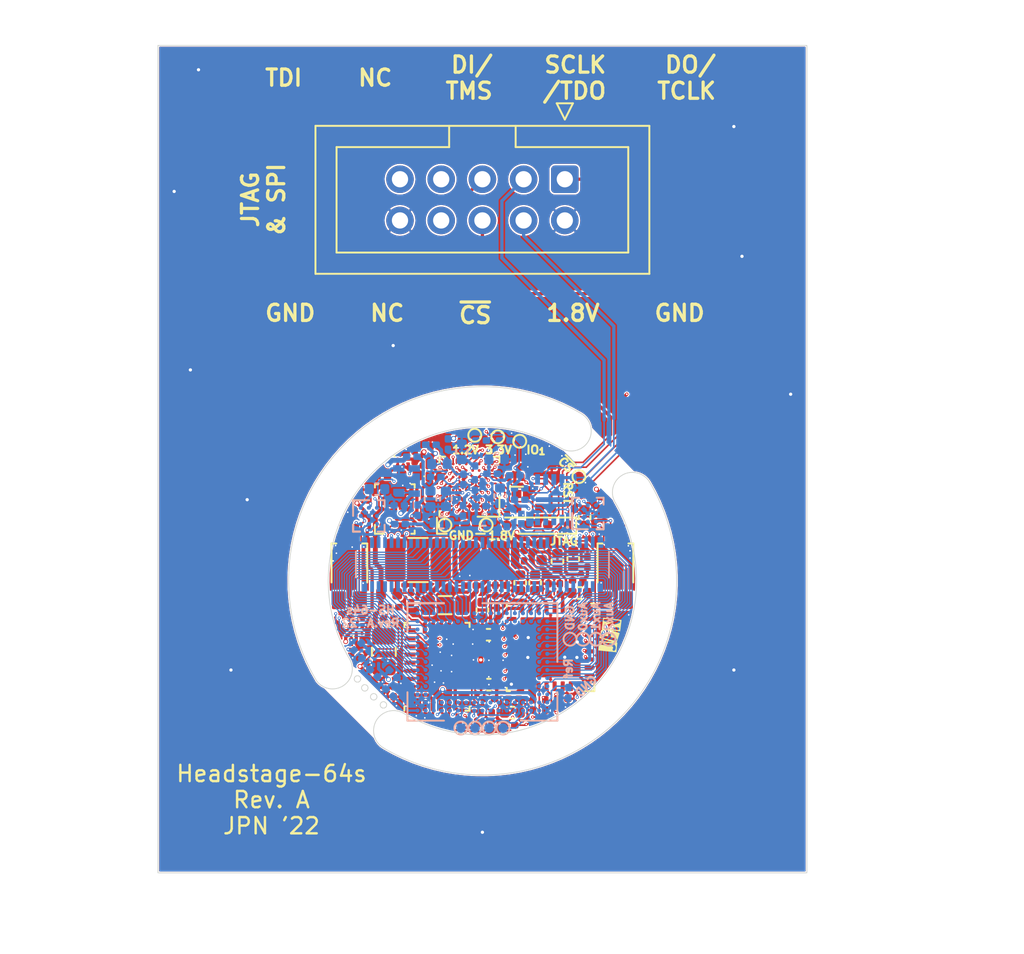
<source format=kicad_pcb>
(kicad_pcb (version 20211014) (generator pcbnew)
  (title_block (title "Headstage-64s") (date "2022-01-16") (rev "A") (company "Open Ephys, Inc.") (comment 1 "Jonathan P. Newman"))
  (layers (0 "F.Cu" signal) (1 "In1.Cu" signal) (2 "In2.Cu" signal) (3 "In3.Cu" signal) (4 "In4.Cu" signal) (31 "B.Cu" signal) (34 "B.Paste" user) (35 "F.Paste" user) (36 "B.SilkS" user "B.Silkscreen") (37 "F.SilkS" user "F.Silkscreen") (38 "B.Mask" user) (39 "F.Mask" user) (44 "Edge.Cuts" user))
  (net 0 "")
  (net 1 "Net-(C1-Pad1)")
  (net 2 "GND")
  (net 3 "Net-(C2-Pad1)")
  (net 4 "Net-(C3-Pad1)")
  (net 5 "Net-(C10-Pad1)")
  (net 6 "Net-(C10-Pad2)")
  (net 7 "Net-(C11-Pad1)")
  (net 8 "Net-(C12-Pad1)")
  (net 9 "/DC Tap & Regulation/RF+DC")
  (net 10 "Net-(C13-Pad1)")
  (net 11 "Net-(C13-Pad2)")
  (net 12 "Net-(C14-Pad1)")
  (net 13 "Net-(C15-Pad1)")
  (net 14 "+3V3")
  (net 15 "Net-(C22-Pad1)")
  (net 16 "+1V8")
  (net 17 "Net-(R3-Pad2)")
  (net 18 "Net-(R5-Pad2)")
  (net 19 "Net-(R10-Pad2)")
  (net 20 "+2V5")
  (net 21 "/Ref")
  (net 22 "Net-(R21-Pad2)")
  (net 23 "Net-(R22-Pad2)")
  (net 29 "/FPGA/D0+")
  (net 30 "/FPGA/CLK+")
  (net 31 "/FPGA/CLK-")
  (net 36 "/FPGA/D0-")
  (net 39 "+1V2")
  (net 40 "Net-(C40-Pad1)")
  (net 41 "Net-(C41-Pad1)")
  (net 42 "Net-(C44-Pad1)")
  (net 43 "Net-(C45-Pad1)")
  (net 44 "Net-(C46-Pad1)")
  (net 45 "Net-(C47-Pad1)")
  (net 47 "Net-(C48-Pad1)")
  (net 48 "Net-(C51-Pad1)")
  (net 49 "Net-(L3-Pad2)")
  (net 50 "Net-(R20-Pad2)")
  (net 52 "/FPGA/SDA_{Ser}")
  (net 53 "/FPGA/SCL_{Ser}")
  (net 56 "/FPGA/GPIO0_{Ser}")
  (net 57 "/FPGA/GPIO1_{Ser}")
  (net 68 "/FPGA/TDI")
  (net 69 "/FPGA/CLK")
  (net 70 "/FPGA/PDB_{Ser}")
  (net 71 "/FPGA/GPIO2_{Ser}")
  (net 72 "/FPGA/GPIO3_{Ser}")
  (net 73 "/FPGA/CLK_{Ser}")
  (net 74 "/FPGA/SCLK_{Flash}{slash}TDO")
  (net 75 "/FPGA/DI_{Flash}{slash}TMS")
  (net 76 "/FPGA/DO_{Flash}{slash}TCK")
  (net 77 "/FPGA/~{CS}_{Flash}")
  (net 78 "Net-(C49-Pad1)")
  (net 79 "+4V")
  (net 80 "Net-(F1-Pad1)")
  (net 81 "Net-(D2-Pad1)")
  (net 82 "/FPGA/LED")
  (net 83 "Net-(C21-Pad2)")
  (net 88 "Net-(R9-Pad2)")
  (net 89 "Net-(TP1-Pad1)")
  (net 90 "Net-(TP3-Pad1)")
  (net 91 "Net-(TP5-Pad1)")
  (net 94 "/Ephys/~{CS}")
  (net 96 "/Ephys/SCLK")
  (net 98 "/Ephys/MISO")
  (net 114 "/Ephys/MOSI")
  (net 115 "/Ephys/Elec0")
  (net 116 "/Ephys/Elec1")
  (net 117 "/Ephys/Elec2")
  (net 118 "/Ephys/Elec3")
  (net 119 "/Ephys/Elec4")
  (net 120 "/Ephys/Elec5")
  (net 121 "/Ephys/Elec6")
  (net 122 "/Ephys/Elec7")
  (net 123 "/Ephys/Elec8")
  (net 124 "/Ephys/Elec9")
  (net 125 "/Ephys/Elec10")
  (net 126 "/Ephys/Elec11")
  (net 127 "/Ephys/Elec12")
  (net 128 "/Ephys/Elec13")
  (net 129 "/Ephys/Elec14")
  (net 130 "/Ephys/Elec15")
  (net 131 "/Ephys/Elec16")
  (net 132 "/Ephys/Elec17")
  (net 133 "/Ephys/Elec18")
  (net 134 "/Ephys/Elec19")
  (net 135 "/Ephys/Elec20")
  (net 136 "/Ephys/Elec21")
  (net 137 "/Ephys/Elec22")
  (net 138 "/Ephys/Elec23")
  (net 139 "/Ephys/Elec24")
  (net 140 "/Ephys/Elec25")
  (net 141 "/Ephys/Elec26")
  (net 142 "/Ephys/Elec27")
  (net 143 "/Ephys/Elec28")
  (net 144 "/Ephys/Elec29")
  (net 145 "/Ephys/Elec30")
  (net 146 "/Ephys/Elec31")
  (net 147 "/Ephys/Elec32")
  (net 148 "/Ephys/Elec33")
  (net 149 "/Ephys/Elec34")
  (net 150 "/Ephys/Elec35")
  (net 151 "/Ephys/Elec36")
  (net 152 "/Ephys/Elec37")
  (net 153 "/Ephys/Elec38")
  (net 154 "/Ephys/Elec39")
  (net 155 "/Ephys/Elec40")
  (net 156 "/Ephys/Elec41")
  (net 157 "/Ephys/Elec42")
  (net 158 "/Ephys/Elec43")
  (net 159 "/Ephys/Elec44")
  (net 160 "/Ephys/Elec45")
  (net 161 "/Ephys/Elec46")
  (net 162 "/Ephys/Elec47")
  (net 163 "/Ephys/Elec48")
  (net 164 "/Ephys/Elec49")
  (net 165 "/Ephys/Elec50")
  (net 166 "/Ephys/Elec51")
  (net 167 "/Ephys/Elec52")
  (net 168 "/Ephys/Elec53")
  (net 169 "/Ephys/Elec54")
  (net 170 "/Ephys/Elec55")
  (net 171 "/Ephys/Elec56")
  (net 172 "/Ephys/Elec57")
  (net 173 "/Ephys/Elec58")
  (net 174 "/Ephys/Elec59")
  (net 175 "/Ephys/Elec60")
  (net 176 "/Ephys/Elec61")
  (net 177 "/Ephys/Elec62")
  (net 178 "/Ephys/Elec63")
  (net 179 "Net-(C23-Pad1)")
  (net 180 "/3D Pose/SDA")
  (net 181 "/3D Pose/SCL")
  (net 182 "Net-(R16-Pad2)")
  (net 183 "Net-(C25-Pad1)")
  (net 184 "Net-(R17-Pad2)")
  (net 185 "/3D Pose/Data_{0}")
  (net 186 "/3D Pose/Env_{0}")
  (net 187 "/3D Pose/Data_{1}")
  (net 188 "/3D Pose/Env_{1}")
  (net 189 "Net-(C28-Pad1)")
  (net 190 "+3.3VA")
  (net 191 "/3D Pose/PD_{0}-")
  (net 192 "/3D Pose/PD_{0}+")
  (net 193 "/3D Pose/PD_{1}-")
  (net 194 "/3D Pose/PD_{1}+")
  (net 200 "Net-(JP1-Pad1)")
  (footprint "Capacitor_SMD:C_0201_0603Metric" (layer "F.Cu") (at 115.9 58.9)
    (fp_text reference "C24" hide)
    (fp_text value "0.1uF")
  )
  (footprint "Inductor_SMD:L_0402_1005Metric" (layer "F.Cu") (at 127.15 61.225 90)
    (fp_text reference "L7" hide)
    (fp_text value "BLM15AX102SN1D")
  )
  (footprint "Inductor_SMD:L_0402_1005Metric" (layer "F.Cu") (at 123.885 67.3 180)
    (fp_text reference "L2" hide)
    (fp_text value "BLM15AX102SN1D")
  )
  (footprint "Inductor_SMD:L_0402_1005Metric" (layer "F.Cu") (at 123.9 68.4 180)
    (fp_text reference "L1" hide)
    (fp_text value "BLM15AX102SN1D")
  )
  (footprint "Resistor_SMD:R_0201_0603Metric" (layer "F.Cu") (at 116.475 57.7 -90)
    (fp_text reference "R16" hide)
    (fp_text value "15k")
  )
  (footprint "Capacitor_SMD:C_0201_0603Metric" (layer "F.Cu") (at 117.33 56.55 180)
    (fp_text reference "C41" hide)
    (fp_text value "1uF")
  )
  (footprint "jonnew:MITSUMI_R-668049" (layer "F.Cu") (at 127.4 57.2 90)
    (fp_text reference "SW1" hide)
    (fp_text value "R-668049")
  )
  (footprint "Capacitor_SMD:C_0201_0603Metric" (layer "F.Cu") (at 115.7 65.3 180)
    (fp_text reference "C27" hide)
    (fp_text value "1uF")
  )
  (footprint "jonnew:LATTICE_ufcBGA64C40P8X8_3.5X3.5X1.0" (layer "F.Cu") (at 122.7 57.2 180)
    (fp_text reference "U8" hide)
    (fp_text value "LIF-MD6000-6UMG64I" hide)
  )
  (footprint "Resistor_SMD:R_0201_0603Metric" (layer "F.Cu") (at 126.07 61.45 90)
    (fp_text reference "R15" hide)
    (fp_text value "49.9")
  )
  (footprint "jonnew:ROHM_SML-P11MTT86R" (layer "F.Cu") (at 125.6 58.1 -90)
    (fp_text reference "D2" hide)
    (fp_text value "SML-P11UTT86R")
  )
  (footprint "jonnew:TI_RHB0032P" (layer "F.Cu") (at 127.7 67.1 180)
    (fp_text reference "U7" hide)
    (fp_text value "DS90UB953A-Q1")
  )
  (footprint "LOGO" (layer "F.Cu") (at 131.34 66.35 80)
    (fp_text reference "G***" hide)
    (fp_text value "LOGO" hide)
  )
  (footprint "Connector_IDC:IDC-Header_2x05_P2.54mm_Vertical" (layer "F.Cu") (at 128.58 38.2475 -90)
    (fp_text reference "J3" hide)
    (fp_text value "SBH11-PBPC-D05-ST-BK")
  )
  (footprint "Capacitor_SMD:C_0201_0603Metric" (layer "F.Cu") (at 115.9 67.4 -90)
    (fp_text reference "C29" hide)
    (fp_text value "1uF")
  )
  (footprint "Capacitor_SMD:C_0201_0603Metric" (layer "F.Cu") (at 120.275 57.325 -90)
    (fp_text reference "C40" hide)
    (fp_text value "1uF")
  )
  (footprint "Capacitor_SMD:C_0201_0603Metric" (layer "F.Cu") (at 118.025 69.825 90)
    (fp_text reference "C20" hide)
    (fp_text value "0.1uF")
  )
  (footprint "Resistor_SMD:R_0201_0603Metric" (layer "F.Cu") (at 125.1 56.3 90)
    (fp_text reference "R25" hide)
    (fp_text value "1k")
  )
  (footprint "Capacitor_SMD:C_0402_1005Metric" (layer "F.Cu") (at 123.875 66.325 180)
    (fp_text reference "C34" hide)
    (fp_text value "1uF")
  )
  (footprint "Resistor_SMD:R_0201_0603Metric" (layer "F.Cu") (at 119.1 64.025 -90)
    (fp_text reference "R7" hide)
    (fp_text value "2k")
  )
  (footprint "Resistor_SMD:R_0201_0603Metric" (layer "F.Cu") (at 122.8 63.3)
    (fp_text reference "R8" hide)
    (fp_text value "2k")
  )
  (footprint "Resistor_SMD:R_0201_0603Metric" (layer "F.Cu") (at 125.9 56.3 -90)
    (fp_text reference "R20" hide)
    (fp_text value "4.7k")
  )
  (footprint "Capacitor_SMD:C_0201_0603Metric" (layer "F.Cu") (at 124.3 63.6 90)
    (fp_text reference "C8" hide)
    (fp_text value "10nF")
  )
  (footprint "Capacitor_SMD:C_0201_0603Metric" (layer "F.Cu") (at 123.93 70.275 180)
    (fp_text reference "C14" hide)
    (fp_text value "10nF")
  )
  (footprint "Resistor_SMD:R_0201_0603Metric" (layer "F.Cu") (at 117.725 65.325)
    (fp_text reference "R11" hide)
    (fp_text value "4.7k")
  )
  (footprint "Capacitor_SMD:C_0402_1005Metric" (layer "F.Cu") (at 125.83 63.12 90)
    (fp_text reference "C12" hide)
    (fp_text value "0.1uF")
  )
  (footprint "Resistor_SMD:R_0201_0603Metric" (layer "F.Cu") (at 127.375 70.65 90)
    (fp_text reference "R5" hide)
    (fp_text value "?")
  )
  (footprint "Capacitor_SMD:C_0201_0603Metric" (layer "F.Cu") (at 128.275 63.5 90)
    (fp_text reference "C16" hide)
    (fp_text value "10nF")
  )
  (footprint "Capacitor_SMD:C_0402_1005Metric" (layer "F.Cu") (at 123.9 69.4 180)
    (fp_text reference "C17" hide)
    (fp_text value "1uF")
  )
  (footprint "Capacitor_SMD:C_0201_0603Metric" (layer "F.Cu") (at 126.625 70.65 -90)
    (fp_text reference "C4" hide)
    (fp_text value "0.1uF")
  )
  (footprint "Capacitor_SMD:C_0201_0603Metric" (layer "F.Cu") (at 125.425 70.275 180)
    (fp_text reference "C7" hide)
    (fp_text value "10nF")
  )
  (footprint "Capacitor_SMD:C_0201_0603Metric" (layer "F.Cu") (at 120.3 55.05 90)
    (fp_text reference "C37" hide)
    (fp_text value "1uF")
  )
  (footprint "Capacitor_SMD:C_0201_0603Metric" (layer "F.Cu") (at 130.5 57.85)
    (fp_text reference "C26" hide)
    (fp_text value "0.1uF")
  )
  (footprint "Inductor_SMD:L_1210_3225Metric" (layer "F.Cu") (at 119.53 61.72)
    (fp_text reference "L3" hide)
    (fp_text value "CBC3225T101MR")
  )
  (footprint "Capacitor_SMD:C_0402_1005Metric" (layer "F.Cu") (at 123.5 64.8 -90)
    (fp_text reference "C2" hide)
    (fp_text value "10uF")
  )
  (footprint "Capacitor_SMD:C_0402_1005Metric" (layer "F.Cu") (at 125.35 71.125 180)
    (fp_text reference "C1" hide)
    (fp_text value "10uF")
  )
  (footprint "jonnew:ONSEMI_567JZ_WLCSP4-0.64x0.64" (layer "F.Cu") (at 115.9 66.075 90)
    (fp_text reference "U4" hide)
    (fp_text value "NCP163AFCT330T2G")
  )
  (footprint "Capacitor_SMD:C_0805_2012Metric" (layer "F.Cu") (at 117.425 67.375 -90)
    (fp_text reference "C18" hide)
    (fp_text value "47uF")
  )
  (footprint "jonnew:ONSEMI_567JZ_WLCSP4-0.64x0.64" (layer "F.Cu") (at 118.45 55.675)
    (fp_text reference "U10" hide)
    (fp_text value "NCP163AFCT120T2G")
  )
  (footprint "Package_LGA:LGA-28_5.2x3.8mm_P0.5mm" (layer "F.Cu") (at 120.7 68.3 90)
    (fp_text reference "U3" hide)
    (fp_text value "BNO055")
  )
  (footprint "Inductor_SMD:L_0402_1005Metric" (layer "F.Cu") (at 119.005 56.5)
    (fp_text reference "L9" hide)
    (fp_text value "BLM15PX601SN1D")
  )
  (footprint "Resistor_SMD:R_0201_0603Metric" (layer "F.Cu") (at 118.03 64.625)
    (fp_text reference "R12" hide)
    (fp_text value "4.7k")
  )
  (footprint "Capacitor_SMD:C_0201_0603Metric" (layer "F.Cu") (at 123.375 71.45 90)
    (fp_text reference "C21" hide)
    (fp_text value "0.1uF")
  )
  (footprint "Resistor_SMD:R_0201_0603Metric" (layer "F.Cu") (at 128.45 70.275)
    (fp_text reference "R6" hide)
    (fp_text value "40.2k,1%")
  )
  (footprint "Capacitor_SMD:C_0201_0603Metric" (layer "F.Cu") (at 129.375 62.975 180)
    (fp_text reference "C9" hide)
    (fp_text value "10nF")
  )
  (footprint "Capacitor_SMD:C_0201_0603Metric" (layer "F.Cu") (at 129.975 61.85 90)
    (fp_text reference "C6" hide)
    (fp_text value "0.1uF")
  )
  (footprint "Capacitor_SMD:C_0201_0603Metric" (layer "F.Cu") (at 124.4 65 90)
    (fp_text reference "C15" hide)
    (fp_text value "10nF")
  )
  (footprint "jonnew:TI_SIP0008B" (layer "F.Cu") (at 118.1 58.575 90)
    (fp_text reference "U5" hide)
    (fp_text value "TPS82695")
  )
  (footprint "Inductor_SMD:L_0402_1005Metric" (layer "F.Cu") (at 120.175 59.05 -90)
    (fp_text reference "L8" hide)
    (fp_text value "BLM15PX601SN1D")
  )
  (footprint "Resistor_SMD:R_0201_0603Metric" (layer "F.Cu") (at 122.325 71.675 180)
    (fp_text reference "R4" hide)
    (fp_text value "78.7k,1%")
  )
  (footprint "Capacitor_SMD:C_0201_0603Metric" (layer "F.Cu") (at 125 63.6 90)
    (fp_text reference "C5" hide)
    (fp_text value "0.1uF")
  )
  (footprint "jonnew:OSRAM_SFH2400FA-Tight" (layer "F.Cu") (at 115.3 62.1)
    (fp_text reference "D1" hide)
    (fp_text value "SFH 2400 FA")
  )
  (footprint "jonnew:TestPoint_Pad_D0.6mm" (layer "F.Cu") (at 124.45 54.125)
    (fp_text reference "TP4" hide)
    (fp_text value "+3.3V")
  )
  (footprint "Capacitor_SMD:C_0402_1005Metric" (layer "F.Cu") (at 129.8 59.1 90)
    (fp_text reference "C25" hide)
    (fp_text value "1uF")
  )
  (footprint "jonnew:ONIXJTAG-RevA" (layer "F.Cu") (at 124.997047 59.567641)
    (fp_text reference "J5" hide)
    (fp_text value "PINHD-1x7_ONIXJTAG-RevA")
  )
  (footprint "Inductor_SMD:L_0805_2012Metric" (layer "F.Cu") (at 121.2 64.5 180)
    (fp_text reference "L4" hide)
    (fp_text value "CIG21L4R7MNE")
  )
  (footprint "Capacitor_SMD:C_0402_1005Metric" (layer "F.Cu") (at 128.125 61.8 90)
    (fp_text reference "C35" hide)
    (fp_text value "1uF")
  )
  (footprint "Resistor_SMD:R_0201_0603Metric" (layer "F.Cu") (at 125.175 71.9 180)
    (fp_text reference "R3" hide)
    (fp_text value "39.2,1%")
  )
  (footprint "Resistor_SMD:R_0201_0603Metric" (layer "F.Cu") (at 131 58.875 180)
    (fp_text reference "R17" hide)
    (fp_text value "15k")
  )
  (footprint "jonnew:OSRAM_SFH2400FA-Tight" (layer "F.Cu") (at 131.7 62.1)
    (fp_text reference "D3" hide)
    (fp_text value "SFH 2400 FA")
  )
  (footprint "jonnew:TestPoint_Pad_D0.6mm" (layer "F.Cu") (at 129.45 56.575 90)
    (fp_text reference "TP9" hide)
    (fp_text value "~{CS}_{Flash}")
  )
  (footprint "Headstage-64s:Coax-Adapter" (layer "F.Cu") (at 123.61 61.55)
    (fp_text reference "J1" hide)
    (fp_text value "CONMHF4-SMD-G-T")
  )
  (footprint "Capacitor_SMD:C_0402_1005Metric" (layer "F.Cu") (at 126.75 63.12 90)
    (fp_text reference "C13" hide)
    (fp_text value "47nF")
  )
  (footprint "jonnew:TestPoint_Pad_D0.6mm" (layer "F.Cu") (at 125.8 54.4 90)
    (fp_text reference "TP2" hide)
    (fp_text value "GPIO1")
  )
  (footprint "Resistor_SMD:R_0201_0603Metric" (layer "F.Cu") (at 120.95 71.675)
    (fp_text reference "R10" hide)
    (fp_text value "10k")
  )
  (footprint "jonnew:TestPoint_Pad_D0.6mm" (layer "F.Cu") (at 123.03 54.03)
    (fp_text reference "TP8" hide)
    (fp_text value "+1.2V")
  )
  (footprint "Capacitor_SMD:C_0201_0603Metric" (layer "F.Cu") (at 127.575 63.5 90)
    (fp_text reference "C11" hide)
    (fp_text value "0.1uF")
  )
  (footprint "Capacitor_SMD:C_0402_1005Metric" (layer "F.Cu") (at 129.1 61.65 90)
    (fp_text reference "C3" hide)
    (fp_text value "10uF")
  )
  (footprint "Resistor_SMD:R_0201_0603Metric" (layer "F.Cu") (at 124.075 71.45 90)
    (fp_text reference "R9" hide)
    (fp_text value "10k")
  )
  (footprint "Capacitor_SMD:C_0402_1005Metric" (layer "F.Cu") (at 129.5 63.75)
    (fp_text reference "C10" hide)
    (fp_text value "22nF")
  )
  (footprint "jonnew-eagle:OE-LOGO-7X5" (layer "F.Cu") (at 137.16 77.28875)
    (fp_text reference "")
    (fp_text value "")
  )
  (footprint "jonnew:ONSEMI_567JZ_WLCSP4-0.64x0.64" (layer "F.Cu") (at 120.275 56.2 90)
    (fp_text reference "U9" hide)
    (fp_text value "NCP163AFCT180T2G")
  )
  (footprint "jonnew:LITTLEFUSE_0402" (layer "F.Cu") (at 117.75 63.8 180)
    (fp_text reference "F1" hide)
    (fp_text value "0402L020SL")
  )
  (footprint "Capacitor_SMD:C_0201_0603Metric" (layer "F.Cu") (at 119.325 55.325 90)
    (fp_text reference "C38" hide)
    (fp_text value "1uF")
  )
  (footprint "jonnew:OE_LOGO-NOTXT-MASK-3.5x2.5" (layer "B.Cu") (at 126.63 55.18 180)
    (fp_text reference "REF**" hide)
    (fp_text value "OE_LOGO-NOTXT-MASK-3.5x2.5")
  )
  (footprint "jonnew:TestPoint_Pad_D0.6mm" (layer "B.Cu") (at 123.908332 72.075 180)
    (fp_text reference "TP3" hide)
    (fp_text value "AUXIN1")
  )
  (footprint "Resistor_SMD:R_0201_0603Metric" (layer "B.Cu") (at 128.8 69.9 -90)
    (fp_text reference "R13" hide)
    (fp_text value "0")
  )
  (footprint "Inductor_SMD:L_0201_0603Metric" (layer "B.Cu") (at 115.8 67.05 45)
    (fp_text reference "L6" hide)
    (fp_text value "BLM03AX102SN1D")
  )
  (footprint "jonnew:OE_SolderJumper-2_0201_Open_Pad" (layer "B.Cu") (at 125.9 59.2 90)
    (fp_text reference "JP1" hide)
    (fp_text value "Jumper_2_Open")
  )
  (footprint "Capacitor_SMD:C_0201_0603Metric" (layer "B.Cu") (at 123.03 57.09 -90)
    (fp_text reference "C43" hide)
    (fp_text value "0.1uF")
  )
  (footprint "Capacitor_SMD:C_0201_0603Metric" (layer "B.Cu") (at 116.3 67.55 -135)
    (fp_text reference "C28" hide)
    (fp_text value "1uF")
  )
  (footprint "Capacitor_SMD:C_0402_1005Metric" (layer "B.Cu") (at 122.225 55.05 90)
    (fp_text reference "C52" hide)
    (fp_text value "1uF")
  )
  (footprint "Capacitor_SMD:C_0402_1005Metric" (layer "B.Cu") (at 121 59.41 180)
    (fp_text reference "C54" hide)
    (fp_text value "2.2uF")
  )
  (footprint "jonnew:TRIAD_BGA-9_3x3_1.7x1.7mm" (layer "B.Cu") (at 116.5 59 -90)
    (fp_text reference "U2" hide)
    (fp_text value "TS4231")
  )
  (footprint "jonnew:WINBOND_USON8-2x3x0.6" (layer "B.Cu") (at 127.65 58 90)
    (fp_text reference "U11" hide)
    (fp_text value "W25Q80EWUXIE" hide)
  )
  (footprint "Resistor_SMD:R_0201_0603Metric" (layer "B.Cu") (at 123.425 54.35 180)
    (fp_text reference "R2" hide)
    (fp_text value "1.2k")
  )
  (footprint "Capacitor_SMD:C_0402_1005Metric" (layer "B.Cu") (at 124.38 55.5)
    (fp_text reference "C55" hide)
    (fp_text value "2.2uF")
  )
  (footprint "Inductor_SMD:L_0201_0603Metric" (layer "B.Cu") (at 119.5 58.65 -90)
    (fp_text reference "L10" hide)
    (fp_text value "BLM03PX121SN1D")
  )
  (footprint "Inductor_SMD:L_0201_0603Metric" (layer "B.Cu") (at 118.425 59.5 180)
    (fp_text reference "L13" hide)
    (fp_text value "BLM03PX121SN1D")
  )
  (footprint "Resistor_SMD:R_0201_0603Metric" (layer "B.Cu") (at 125.8 58)
    (fp_text reference "R22" hide)
    (fp_text value "4.7k")
  )
  (footprint "Capacitor_SMD:C_0201_0603Metric" (layer "B.Cu") (at 123.4 58.4)
    (fp_text reference "C45" hide)
    (fp_text value "0.1uF")
  )
  (footprint "Inductor_SMD:L_0201_0603Metric" (layer "B.Cu") (at 119.15 55.35 180)
    (fp_text reference "L16" hide)
    (fp_text value "BLM03PX121SN1D")
  )
  (footprint "Capacitor_SMD:C_0402_1005Metric" (layer "B.Cu") (at 117 57.35)
    (fp_text reference "C23" hide)
    (fp_text value "1uF")
  )
  (footprint "Capacitor_SMD:C_0402_1005Metric" (layer "B.Cu") (at 120.3 57.95 -90)
    (fp_text reference "C57" hide)
    (fp_text value "2.2uF")
  )
  (footprint "jonnew:TestPoint_Pad_D0.6mm" (layer "B.Cu") (at 124.775 72.075 180)
    (fp_text reference "TP5" hide)
    (fp_text value "AUXIN0")
  )
  (footprint "Capacitor_SMD:C_0201_0603Metric" (layer "B.Cu") (at 120.625 56.6 180)
    (fp_text reference "C49" hide)
    (fp_text value "0.1uF")
  )
  (footprint "Capacitor_SMD:C_0201_0603Metric" (layer "B.Cu") (at 124.1 56.4)
    (fp_text reference "C47" hide)
    (fp_text value "0.1uF")
  )
  (footprint "Capacitor_SMD:C_0402_1005Metric" (layer "B.Cu") (at 121.25 57.95 -90)
    (fp_text reference "C51" hide)
    (fp_text value "1uF")
  )
  (footprint "Capacitor_SMD:C_0402_1005Metric" (layer "B.Cu") (at 120.85 55.8 180)
    (fp_text reference "C56" hide)
    (fp_text value "2.2uF")
  )
  (footprint "Capacitor_SMD:C_0201_0603Metric" (layer "B.Cu") (at 123.05 55.6 90)
    (fp_text reference "C44" hide)
    (fp_text value "0.1uF")
  )
  (footprint "Capacitor_SMD:C_0201_0603Metric" (layer "B.Cu") (at 122.33 56.75 -90)
    (fp_text reference "C48" hide)
    (fp_text value "0.1uF")
  )
  (footprint "jonnew:INTAN_BGA-100_17x13_9.0x7.0mm" (layer "B.Cu") (at 123.5 68 180)
    (fp_text reference "U1" hide)
    (fp_text value "RHD2164")
  )
  (footprint "Resistor_SMD:R_0201_0603Metric" (layer "B.Cu") (at 124.875 54.35 180)
    (fp_text reference "R1" hide)
    (fp_text value "1.2k")
  )
  (footprint "jonnew:TestPoint_Pad_D0.6mm" (layer "B.Cu") (at 123.041666 72.075 180)
    (fp_text reference "TP1" hide)
    (fp_text value "AUXIN2")
  )
  (footprint "Inductor_SMD:L_0201_0603Metric" (layer "B.Cu") (at 125 59.35 90)
    (fp_text reference "L12" hide)
    (fp_text value "BLM03PX121SN1D")
  )
  (footprint "Capacitor_SMD:C_0201_0603Metric" (layer "B.Cu") (at 129.1 56.95 -90)
    (fp_text reference "C42" hide)
    (fp_text value "0.1uF")
  )
  (footprint "Capacitor_SMD:C_0201_0603Metric" (layer "B.Cu") (at 118.375 58.35 180)
    (fp_text reference "C58" hide)
    (fp_text value "10nF")
  )
  (footprint "Inductor_SMD:L_0201_0603Metric" (layer "B.Cu") (at 121.375 54.575 90)
    (fp_text reference "L11" hide)
    (fp_text value "BLM03PX121SN1D")
  )
  (footprint "Capacitor_SMD:C_0201_0603Metric" (layer "B.Cu") (at 116.8 68.7 135)
    (fp_text reference "C30" hide)
    (fp_text value "1uF")
  )
  (footprint "Inductor_SMD:L_0201_0603Metric" (layer "B.Cu") (at 120.33 54.61 180)
    (fp_text reference "L15" hide)
    (fp_text value "BLM03PX121SN1D")
  )
  (footprint "Capacitor_SMD:C_0201_0603Metric" (layer "B.Cu") (at 118 68.725 -45)
    (fp_text reference "C19" hide)
    (fp_text value "0.1uF")
  )
  (footprint "jonnew:TRIAD_BGA-9_3x3_1.7x1.7mm" (layer "B.Cu") (at 130 58.85)
    (fp_text reference "U6" hide)
    (fp_text value "TS4231")
  )
  (footprint "Capacitor_SMD:C_0402_1005Metric" (layer "B.Cu") (at 123.6 59.25)
    (fp_text reference "C53" hide)
    (fp_text value "2.2uF")
  )
  (footprint "Capacitor_SMD:C_0402_1005Metric" (layer "B.Cu") (at 124.59 57.76 -90)
    (fp_text reference "C50" hide)
    (fp_text value "10uF")
  )
  (footprint "jonnew:ONSEMI_567JZ_WLCSP4-0.64x0.64" (layer "B.Cu") (at 117.1 67.85 -45)
    (fp_text reference "U13" hide)
    (fp_text value "NCP163AFCT330T2G")
  )
  (footprint "jonnew:HIROSE_DF40C70DP04V51" (layer "B.Cu") (at 123.5 62 180)
    (fp_text reference "J2" hide)
    (fp_text value "DF40C-70DP-0.4V(51)" hide)
  )
  (footprint "Capacitor_SMD:C_0201_0603Metric" (layer "B.Cu") (at 117.775 69.9 135)
    (fp_text reference "C22" hide)
    (fp_text value "10nF")
  )
  (footprint "jonnew:MICROCHIP_VFLGA4-2.0x1.6" (layer "B.Cu") (at 118.825 56.85)
    (fp_text reference "U12" hide)
    (fp_text value "DSC6011JI1A-050.0000" hide)
  )
  (footprint "jonnew:TestPoint_Pad_D0.6mm" (layer "B.Cu") (at 122.175 72.075 180)
    (fp_text reference "TP10" hide)
    (fp_text value "GNDA")
  )
  (footprint "Inductor_SMD:L_0201_0603Metric" (layer "B.Cu") (at 125.5 56.5)
    (fp_text reference "L14" hide)
    (fp_text value "BLM03PX121SN1D")
  )
  (footprint "Resistor_SMD:R_0201_0603Metric" (layer "B.Cu") (at 125.8 57.3)
    (fp_text reference "R21" hide)
    (fp_text value "4.7k")
  )
  (footprint "Capacitor_SMD:C_0201_0603Metric" (layer "B.Cu") (at 122.3 58.69 -90)
    (fp_text reference "C46" hide)
    (fp_text value "0.1uF")
  )
  (gr_circle (center 128.9 66.6) (end 128.5 66.6) (layer "B.SilkS") (width 0.12) (fill none))
  (gr_circle (center 129.7 66.6) (end 129.3 66.6) (layer "B.SilkS") (width 0.12) (fill none))
  (gr_circle (center 131.3 66.6) (end 130.9 66.6) (layer "B.SilkS") (width 0.12) (fill none))
  (gr_circle (center 130.5 66.6) (end 130.1 66.6) (layer "B.SilkS") (width 0.12) (fill none))
  (gr_line (start 129.28 59.1) (end 129.28 60.1) (layer "F.SilkS") (width 0.12))
  (gr_circle (center 123.73 59.56) (end 124.13 59.56) (layer "F.SilkS") (width 0.12) (fill none))
  (gr_line (start 120.7 60.1) (end 120.7 59.1) (layer "F.SilkS") (width 0.12))
  (gr_line (start 125.675 60.1) (end 129.28 60.1) (layer "F.SilkS") (width 0.12))
  (gr_circle (center 121.19 59.57) (end 121.59 59.57) (layer "F.SilkS") (width 0.12) (fill none))
  (gr_line (start 123.65 60.1) (end 123.11 60.1) (layer "F.SilkS") (width 0.12))
  (gr_line (start 121.3 60.1) (end 120.7 60.1) (layer "F.SilkS") (width 0.12))
  (gr_line (start 124.9 59.1) (end 129.28 59.1) (layer "F.SilkS") (width 0.12))
  (gr_arc (start 117.4 73.3) (mid 116.978421 71.586642) (end 118.7 71.2) (layer "Edge.Cuts") (width 0.05))
  (gr_rect (start 143.5 81) (end 103.5 30) (layer "Edge.Cuts") (width 0.05) (fill none))
  (gr_arc (start 133.8 56.9) (mid 131.96599 71.46599) (end 117.4 73.3) (layer "Edge.Cuts") (width 0.05))
  (gr_arc (start 129.6 52.7) (mid 130.021559 54.413346) (end 128.3 54.800001) (layer "Edge.Cuts") (width 0.05))
  (gr_circle (center 117.4 70.65) (end 117.4 70.45) (layer "Edge.Cuts") (width 0.05) (fill none))
  (gr_arc (start 113.3 69.2) (mid 115.005291 54.583408) (end 129.6 52.7) (layer "Edge.Cuts") (width 0.05))
  (gr_arc (start 131.699998 58.2) (mid 130.21863 69.718629) (end 118.700001 71.199998) (layer "Edge.Cuts") (width 0.05))
  (gr_arc (start 131.699999 58.2) (mid 132.102084 56.503367) (end 133.8 56.9) (layer "Edge.Cuts") (width 0.05))
  (gr_circle (center 115.8 69.05) (end 115.8 68.85) (layer "Edge.Cuts") (width 0.05) (fill none))
  (gr_arc (start 115.3 67.800001) (mid 114.959443 69.442062) (end 113.3 69.2) (layer "Edge.Cuts") (width 0.05))
  (gr_circle (center 116.8 70.15) (end 116.8 69.95) (layer "Edge.Cuts") (width 0.05) (fill none))
  (gr_circle (center 116.25 69.6) (end 116.25 69.4) (layer "Edge.Cuts") (width 0.05) (fill none))
  (gr_arc (start 115.3 67.800001) (mid 116.781369 56.281369) (end 128.300001 54.8) (layer "Edge.Cuts") (width 0.05))
  (gr_text "Aux1" (at 130.5 65.2 90) (layer "B.SilkS") (effects (font (size 0.5 0.5) (thickness 0.125)) (justify mirror)))
  (gr_text "GND" (at 128.9 65.284179 90) (layer "B.SilkS") (effects (font (size 0.5 0.5) (thickness 0.125)) (justify mirror)))
  (gr_text "GND" (at 129.9 69.5 45) (layer "B.SilkS") (effects (font (size 0.5 0.5) (thickness 0.125)) (justify mirror)))
  (gr_text "HS-64s\nRev.A '22" (at 116.6 65.2) (layer "B.SilkS") (effects (font (size 0.5 0.5) (thickness 0.125)) (justify mirror)))
  (gr_text "Ref" (at 128.8 68.4 90) (layer "B.SilkS") (effects (font (size 0.5 0.5) (thickness 0.125)) (justify mirror)))
  (gr_text "Aux2" (at 131.3 65.2 90) (layer "B.SilkS") (effects (font (size 0.5 0.5) (thickness 0.125)) (justify mirror)))
  (gr_text "Aux0" (at 129.7 65.2 90) (layer "B.SilkS") (effects (font (size 0.5 0.5) (thickness 0.125)) (justify mirror)))
  (gr_text "1.8V" (at 127.333332 46.5) (layer "F.SilkS") (effects (font (size 1 1) (thickness 0.2)) (justify left)))
  (gr_text "NC" (at 116.47619 46.5) (layer "F.SilkS") (effects (font (size 1 1) (thickness 0.2)) (justify left)))
  (gr_text "~{CS}" (at 121.95238 46.64) (layer "F.SilkS") (effects (font (size 1 1) (thickness 0.2)) (justify left)))
  (gr_text "GND" (at 134 46.5) (layer "F.SilkS") (effects (font (size 1 1) (thickness 0.2)) (justify left)))
  (gr_text "1.8V" (at 124.68 60.22) (layer "F.SilkS") (effects (font (size 0.5 0.5) (thickness 0.125))))
  (gr_text "DO/\nTCLK" (at 138 32) (layer "F.SilkS") (effects (font (size 1 1) (thickness 0.2)) (justify right)))
  (gr_text "JTAG\n& SPI" (at 110 39.5 90) (layer "F.SilkS") (effects (font (size 1 1) (thickness 0.2))))
  (gr_text "GND" (at 122.2 60.21) (layer "F.SilkS") (effects (font (size 0.5 0.5) (thickness 0.125))))
  (gr_text "NC" (at 118.046428 32) (layer "F.SilkS") (effects (font (size 1 1) (thickness 0.2)) (justify right)))
  (gr_text "GND" (at 110 46.5) (layer "F.SilkS") (effects (font (size 1 1) (thickness 0.2)) (justify left)))
  (gr_text "Headstage-64s\nRev. A\nJPN '22" (at 110.5 76.5) (layer "F.SilkS") (effects (font (size 1 1))))
  (gr_text "DI/\nTMS\n" (at 124.240475 32) (layer "F.SilkS") (effects (font (size 1 1) (thickness 0.2)) (justify right)))
  (gr_text "SCLK\n/TDO" (at 131.234522 32) (layer "F.SilkS") (effects (font (size 1 1) (thickness 0.2)) (justify right)))
  (gr_text "TDI" (at 112.5 32) (layer "F.SilkS") (effects (font (size 1 1) (thickness 0.2)) (justify right)))
  (gr_text "IO_{1}" (at 126.14 54.93) (layer "F.SilkS") (effects (font (size 0.5 0.5) (thickness 0.125)) (justify left)))
  (gr_text "JTAG" (at 127.6 60.55) (layer "F.SilkS") (effects (font (size 0.5 0.5) (thickness 0.125)) (justify left)))
  (gr_text "RST" (at 128.76 56.83 270) (layer "F.SilkS") (effects (font (size 0.5 0.5) (thickness 0.125)) (justify left)))
  (gr_text "3.3V" (at 124.49 54.93) (layer "F.SilkS") (effects (font (size 0.5 0.5) (thickness 0.125))))
  (gr_text "1.2V" (at 122.46 54.93) (layer "F.SilkS") (effects (font (size 0.5 0.5) (thickness 0.125))))
  (gr_text "~{CS}" (at 128.65 55.85 315) (layer "F.SilkS") (effects (font (size 0.5 0.5) (thickness 0.125))))
  (segment (start 126.45 69.8) (end 126.7 70.05) (width 0.2) (layer "F.Cu") (net 1))
  (segment (start 126.7 70.33) (end 125.8 70.33) (width 0.2) (layer "F.Cu") (net 1))
  (segment (start 126.7 70.05) (end 126.7 70.33) (width 0.2) (layer "F.Cu") (net 1))
  (segment (start 126.45 69.5) (end 126.45 69.8) (width 0.2) (layer "F.Cu") (net 1))
  (segment (start 125.745 70.275) (end 125.88 70.41) (width 0.2) (layer "F.Cu") (net 1))
  (segment (start 125.88 71.125) (end 125.88 70.41) (width 0.2) (layer "F.Cu") (net 1))
  (segment (start 121.95 57.95) (end 121.92 57.95) (width 0.1) (layer "F.Cu") (net 2))
  (segment (start 127.7 67.1) (end 130 69.4) (width 0.15) (layer "F.Cu") (net 2))
  (segment (start 125.4245 69.3755) (end 127.7 67.1) (width 0.15) (layer "F.Cu") (net 2))
  (segment (start 130 69.4) (end 130 69.5) (width 0.15) (layer "F.Cu") (net 2))
  (segment (start 125.28566 69.3755) (end 125.4245 69.3755) (width 0.15) (layer "F.Cu") (net 2))
  (segment (start 127.7 67.1) (end 129.8 65) (width 0.15) (layer "F.Cu") (net 2))
  (segment (start 122.9 57.4) (end 122.84416 57.4) (width 0.1) (layer "F.Cu") (net 2))
  (segment (start 130.1 65.85) (end 128.95 65.85) (width 0.3) (layer "F.Cu") (net 2))
  (segment (start 128.95 65.85) (end 127.7 67.1) (width 0.3) (layer "F.Cu") (net 2))
  (segment (start 122.84416 57.4) (end 122.8005 57.35634) (width 0.1) (layer "F.Cu") (net 2))
  (via (at 130.7 60.125) (size 0.2) (drill 0.1) (layers "F.Cu" "B.Cu") (remove_unused_layers) (net 2))
  (via (at 130.28 58.6) (size 0.2) (drill 0.1) (layers "F.Cu" "B.Cu") (remove_unused_layers) (net 2))
  (via (at 118.500288 59.876803) (size 0.2) (drill 0.1) (layers "F.Cu" "B.Cu") (remove_unused_layers) (net 2))
  (via (at 115.433557 65.722252) (size 0.2) (drill 0.1) (layers "F.Cu" "B.Cu") (remove_unused_layers) (net 2))
  (via (at 119.95 71.45) (size 0.2) (drill 0.1) (layers "F.Cu" "B.Cu") (remove_unused_layers) (net 2))
  (via (at 123.9 69.4) (size 0.2) (drill 0.1) (layers "F.Cu" "B.Cu") (remove_unused_layers) (net 2))
  (via (at 116.575 68.025) (size 0.2) (drill 0.1) (layers "F.Cu" "B.Cu") (remove_unused_layers) (net 2))
  (via (at 128.4 60) (size 0.2) (drill 0.1) (layers "F.Cu" "B.Cu") (remove_unused_layers) (net 2))
  (via (at 115.4255 66.66333) (size 0.2) (drill 0.1) (layers "F.Cu" "B.Cu") (remove_unused_layers) (net 2))
  (via (at 128.575 67.7124) (size 0.3) (drill 0.2) (layers "F.Cu" "B.Cu") (remove_unused_layers) (net 2))
  (via (at 115.2 58.775) (size 0.2) (drill 0.1) (layers "F.Cu" "B.Cu") (remove_unused_layers) (net 2))
  (via (at 123.5 78.5) (size 0.3) (drill 0.2) (layers "F.Cu" "B.Cu") (net 2))
  (via (at 127 60.1) (size 0.2) (drill 0.1) (layers "F.Cu" "B.Cu") (remove_unused_layers) (net 2))
  (via (at 126.3 67.725) (size 0.3) (drill 0.2) (layers "F.Cu" "B.Cu") (remove_unused_layers) (net 2))
  (via (at 118.2 70.7) (size 0.2) (drill 0.1) (layers "F.Cu" "B.Cu") (remove_unused_layers) (net 2))
  (via (at 117.540521 70) (size 0.2) (drill 0.1) (layers "F.Cu" "B.Cu") (remove_unused_layers) (net 2))
  (via (at 126.175 55.2) (size 0.2) (drill 0.1) (layers "F.Cu" "B.Cu") (remove_unused_layers) (net 2))
  (via (at 123.675 71.525) (size 0.2) (drill 0.1) (layers "F.Cu" "B.Cu") (remove_unused_layers) (net 2))
  (via (at 119.101469 58.134825) (size 0.2) (drill 0.1) (layers "F.Cu" "B.Cu") (remove_unused_layers) (net 2))
  (via (at 116.189174 60.913674) (size 0.2) (drill 0.1) (layers "F.Cu" "B.Cu") (remove_unused_layers) (net 2))
  (via (at 122 54.8) (size 0.2) (drill 0.1) (layers "F.Cu" "B.Cu") (remove_unused_layers) (net 2))
  (via (at 121.6 67.6) (size 0.2) (drill 0.1) (layers "F.Cu" "B.Cu") (remove_unused_layers) (net 2))
  (via (at 132.496194 60.843346) (size 0.2) (drill 0.1) (layers "F.Cu" "B.Cu") (remove_unused_layers) (net 2))
  (via (at 122.1 62.725) (size 0.2) (drill 0.1) (layers "F.Cu" "B.Cu") (remove_unused_layers) (net 2))
  (via (at 129.325 67.725) (size 0.3) (drill 0.2) (layers "F.Cu" "B.Cu") (remove_unused_layers) (net 2))
  (via (at 130.275 69.375) (size 0.2) (drill 0.1) (layers "F.Cu" "B.Cu") (remove_unused_layers) (net 2))
  (via (at 121.6 68.6) (size 0.2) (drill 0.1) (layers "F.Cu" "B.Cu") (remove_unused_layers) (net 2))
  (via (at 105.5 50) (size 0.3) (drill 0.2) (layers "F.Cu" "B.Cu") (net 2))
  (via (at 121.1 69.3) (size 0.2) (drill 0.1) (layers "F.Cu" "B.Cu") (remove_unused_layers) (net 2))
  (via (at 126.3 55.975) (size 0.2) (drill 0.1) (layers "F.Cu" "B.Cu") (remove_unused_layers) (net 2))
  (via (at 130.05 69.625) (size 0.2) (drill 0.1) (layers "F.Cu" "B.Cu") (remove_unused_layers) (net 2))
  (via (at 123.9 67.9) (size 0.2) (drill 0.1) (layers "F.Cu" "B.Cu") (remove_unused_layers) (net 2))
  (via (at 106 31.5) (size 0.3) (drill 0.2) (layers "F.Cu" "B.Cu") (net 2))
  (via (at 125.275 70.75) (size 0.2) (drill 0.1) (layers "F.Cu" "B.Cu") (remove_unused_layers) (net 2))
  (via (at 118 48.5) (size 0.3) (drill 0.2) (layers "F.Cu" "B.Cu") (net 2))
  (via (at 132.6 61.15) (size 0.2) (drill 0.1) (layers "F.Cu" "B.Cu") (remove_unused_layers) (net 2))
  (via (at 123.917193 66.77097) (size 0.2) (drill 0.1) (layers "F.Cu" "B.Cu") (remove_unused_layers) (net 2))
  (via (at 122.198899 60.097941) (size 0.2) (drill 0.1) (layers "F.Cu" "B.Cu") (remove_unused_layers) (net 2))
  (via (at 115.5 67.75) (size 0.2) (drill 0.1) (layers "F.Cu" "B.Cu") (remove_unused_layers) (net 2))
  (via (at 120.4 68.2) (size 0.2) (drill 0.1) (layers "F.Cu" "B.Cu") (remove_unused_layers) (net 2))
  (via (at 125.3 53.9) (size 0.2) (drill 0.1) (layers "F.Cu" "B.Cu") (remove_unused_layers) (net 2))
  (via (at 129.851424 56.948576) (size 0.2) (drill 0.1) (layers "F.Cu" "B.Cu") (remove_unused_layers) (net 2))
  (via (at 130.8176 63.125) (size 0.2) (drill 0.1) (layers "F.Cu" "B.Cu") (remove_unused_layers) (net 2))
  (via (at 118.55 55.98) (size 0.2) (drill 0.1) (layers "F.Cu" "B.Cu") (remove_unused_layers) (net 2))
  (via (at 120.9 67.4) (size 0.2) (drill 0.1) (layers "F.Cu" "B.Cu") (remove_unused_layers) (net 2))
  (via (at 126.7 59.15) (size 0.2) (drill 0.1) (layers "F.Cu" "B.Cu") (remove_unused_layers) (net 2))
  (via (at 119.425 71.325) (size 0.2) (drill 0.1) (layers "F.Cu" "B.Cu") (remove_unused_layers) (net 2))
  (via (at 117.675 67.95) (size 0.2) (drill 0.1) (layers "F.Cu" "B.Cu") (remove_unused_layers) (net 2))
  (via (at 132.6 61.6) (size 0.2) (drill 0.1) (layers "F.Cu" "B.Cu") (remove_unused_layers) (net 2))
  (via (at 114.45 60.825) (size 0.2) (drill 0.1) (layers "F.Cu" "B.Cu") (remove_unused_layers) (net 2))
  (via (at 124.776424 67.898576) (size 0.2) (drill 0.1) (layers "F.Cu" "B.Cu") (remove_unused_layers) (net 2))
  (via (at 104.5 39) (size 0.3) (drill 0.2) (layers "F.Cu" "B.Cu") (net 2))
  (via (at 121.3 66.6) (size 0.2) (drill 0.1) (layers "F.Cu" "B.Cu") (remove_unused_layers) (net 2))
  (via (at 139 35) (size 0.3) (drill 0.2) (layers "F.Cu" "B.Cu") (net 2))
  (via (at 127.625 54.7) (size 0.2) (drill 0.1) (layers "F.Cu" "B.Cu") (remove_unused_layers) (net 2))
  (via (at 126.6 57.3) (size 0.2) (drill 0.1) (layers "F.Cu" "B.Cu") (remove_unused_layers) (net 2))
  (via (at 114.5 61.3) (size 0.2) (drill 0.1) (layers "F.Cu" "B.Cu") (remove_unused_layers) (net 2))
  (via (at 117.777732 59.948069) (size 0.2) (drill 0.1) (layers "F.Cu" "B.Cu") (remove_unused_layers) (net 2))
  (via (at 117.34 69.23) (size 0.2) (drill 0.1) (layers "F.Cu" "B.Cu") (remove_unused_layers) (net 2))
  (via (at 123.225 70.2) (size 0.2) (drill 0.1) (layers "F.Cu" "B.Cu") (remove_unused_layers) (net 2))
  (via (at 128.4 55.3) (size 0.2) (drill 0.1) (layers "F.Cu" "B.Cu") (remove_unused_layers) (net 2))
  (via (at 120.95 68.55) (size 0.2) (drill 0.1) (layers "F.Cu" "B.Cu") (remove_unused_layers) (net 2))
  (via (at 118.8 54.9) (size 0.2) (drill 0.1) (layers "F.Cu" "B.Cu") (remove_unused_layers) (net 2))
  (via (at 125.513 55.25) (size 0.2) (drill 0.1) (layers "F.Cu" "B.Cu") (remove_unused_layers) (net 2))
  (via (at 122.95 67.875) (size 0.2) (drill 0.1) (layers "F.Cu" "B.Cu") (remove_unused_layers) (net 2))
  (via (at 124.91 69.5755) (size 0.2) (drill 0.1) (layers "F.Cu" "B.Cu") (remove_unused_layers) (net 2))
  (via (at 122.9 66.9) (size 0.2) (drill 0.1) (layers "F.Cu" "B.Cu") (remove_unused_layers) (net 2))
  (via (at 124.725 70.2) (size 0.2) (drill 0.1) (layers "F.Cu" "B.Cu") (remove_unused_layers) (net 2))
  (via (at 120.551424 69.248576) (size 0.2) (drill 0.1) (layers "F.Cu" "B.Cu") (remove_unused_layers) (net 2))
  (via (at 109 58) (size 0.3) (drill 0.2) (layers "F.Cu" "B.Cu") (net 2))
  (via (at 122.8 70.725) (size 0.2) (drill 0.1) (layers "F.Cu" "B.Cu") (remove_unused_layers) (net 2))
  (via (at 116.1505 63.15) (size 0.2) (drill 0.1) (layers "F.Cu" "B.Cu") (remove_unused_layers) (net 2))
  (via (at 128.62 70.78) (size 0.2) (drill 0.1) (layers "F.Cu" "B.Cu") (remove_unused_layers) (net 2))
  (via (at 108 68.5) (size 0.3) (drill 0.2) (layers "F.Cu" "B.Cu") (net 2))
  (via (at 122.925 66) (size 0.2) (drill 0.1) (layers "F.Cu" "B.Cu") (remove_unused_layers) (net 2))
  (via (at 122.725 62.675) (size 0.2) (drill 0.1) (layers "F.Cu" "B.Cu") (remove_unused_layers) (net 2))
  (via (at 139 68.5) (size 0.3) (drill 0.2) (layers "F.Cu" "B.Cu") (net 2))
  (via (at 123.892537 68.916551) (size 0.2) (drill 0.1) (layers "F.Cu" "B.Cu") (remove_unused_layers) (net 2))
  (via (at 121.92 57.95) (size 0.2) (drill 0.1) (layers "F.Cu" "B.Cu") (remove_unused_layers) (net 2))
  (via (at 129.35 66.775) (size 0.3) (drill 0.2) (layers "F.Cu" "B.Cu") (remove_unused_layers) (net 2))
  (via (at 128.6995 57.738) (size 0.2) (drill 0.1) (layers "F.Cu" "B.Cu") (remove_unused_layers) (net 2))
  (via (at 118.475 69.325) (size 0.2) (drill 0.1) (layers "F.Cu" "B.Cu") (remove_unused_layers) (net 2))
  (via (at 126.236599 70.744797) (size 0.2) (drill 0.1) (layers "F.Cu" "B.Cu") (remove_unused_layers) (net 2))
  (via (at 124 60.1) (size 0.2) (drill 0.1) (layers "F.Cu" "B.Cu") (remove_unused_layers) (net 2))
  (via (at 120.752485 55.7495) (size 0.2) (drill 0.1) (layers "F.Cu" "B.Cu") (remove_unused_layers) (net 2))
  (via (at 128.65 55.7) (size 0.2) (drill 0.1) (layers "F.Cu" "B.Cu") (remove_unused_layers) (net 2))
  (via (at 126.325 66.5) (size 0.3) (drill 0.2) (layers "F.Cu" "B.Cu") (remove_unused_layers) (net 2))
  (via (at 116.296978 65.722252) (size 0.2) (drill 0.1) (layers "F.Cu" "B.Cu") (remove_unused_layers) (net 2))
  (via (at 122.8005 57.35634) (size 0.2) (drill 0.1) (layers "F.Cu" "B.Cu") (remove_unused_layers) (net 2))
  (via (at 118.59 57.12) (size 0.2) (drill 0.1) (layers "F.Cu" "B.Cu") (remove_unused_layers) (net 2))
  (via (at 121.6 60) (size 0.2) (drill 0.1) (layers "F.Cu" "B.Cu") (remove_unused_layers) (net 2))
  (via (at 132.52 65.1) (size 0.2) (drill 0.1) (layers "F.Cu" "B.Cu") (remove_unused_layers) (net 2))
  (via (at 139.5 43) (size 0.3) (drill 0.2) (layers "F.Cu" "B.Cu") (net 2))
  (via (at 114.3 61.775) (size 0.2) (drill 0.1) (layers "F.Cu" "B.Cu") (remove_unused_layers) (net 2))
  (via (at 142.5 51.5) (size 0.3) (drill 0.2) (layers "F.Cu" "B.Cu") (net 2))
  (via (at 121.7 66.9) (size 0.2) (drill 0.1) (layers "F.Cu" "B.Cu") (remove_unused_layers) (net 2))
  (via (at 125.28566 69.3755) (size 0.3) (drill 0.2) (layers "F.Cu" "B.Cu") (remove_unused_layers) (net 2))
  (via (at 129.7 69.95) (size 0.2) (drill 0.1) (layers "F.Cu" "B.Cu") (remove_unused_layers) (net 2))
  (via (at 115.4745 60.922447) (size 0.2) (drill 0.1) (layers "F.Cu" "B.Cu") (remove_unused_layers) (net 2))
  (via (at 122.125 71.275) (size 0.2) (drill 0.1) (layers "F.Cu" "B.Cu") (remove_unused_layers) (net 2))
  (via (at 119.04 56.99) (size 0.2) (drill 0.1) (layers "F.Cu" "B.Cu") (remove_unused_layers) (net 2))
  (segment (start 122.3 59.01) (end 121.83 59.01) (width 0.1) (layer "B.Cu") (net 2))
  (segment (start 129.851424 56.948576) (end 129.921424 56.948576) (width 0.1) (layer "B.Cu") (net 2))
  (segment (start 129.921424 56.948576) (end 132.4 54.47) (width 0.1) (layer "B.Cu") (net 2))
  (segment (start 121.83 59.01) (end 121.25 58.43) (width 0.1) (layer "B.Cu") (net 2))
  (segment (start 125.28 64.2) (end 125 63.92) (width 0.2) (layer "F.Cu") (net 3))
  (segment (start 125 63.92) (end 124.3 63.92) (width 0.2) (layer "F.Cu") (net 3))
  (segment (start 126.45 64.7) (end 126.45 64.522125) (width 0.2) (layer "F.Cu") (net 3))
  (segment (start 123.9 63.92) (end 124.3 63.92) (width 0.2) (layer "F.Cu") (net 3))
  (segment (start 126.127875 64.2) (end 125.28 64.2) (width 0.2) (layer "F.Cu") (net 3))
  (segment (start 123.5 64.32) (end 123.9 63.92) (width 0.2) (layer "F.Cu") (net 3))
  (segment (start 126.45 64.522125) (end 126.127875 64.2) (width 0.2) (layer "F.Cu") (net 3))
  (segment (start 129.935 62.13) (end 129.975 62.17) (width 0.2) (layer "F.Cu") (net 4))
  (segment (start 129.47452 63.45048) (end 129.695 63.23) (width 0.15) (layer "F.Cu") (net 4))
  (segment (start 129.10952 64.23452) (end 128.95 64.39404) (width 0.15) (layer "F.Cu") (net 4))
  (segment (start 129.975 62.695) (end 129.975 62.17) (width 0.2) (layer "F.Cu") (net 4))
  (segment (start 129.290278 64.23452) (end 129.47452 64.050278) (width 0.15) (layer "F.Cu") (net 4))
  (segment (start 129.10952 64.23452) (end 129.290278 64.23452) (width 0.15) (layer "F.Cu") (net 4))
  (segment (start 129.47452 64.050278) (end 129.47452 63.45048) (width 0.15) (layer "F.Cu") (net 4))
  (segment (start 129.1 62.13) (end 129.935 62.13) (width 0.2) (layer "F.Cu") (net 4))
  (segment (start 129.695 63.23) (end 129.695 62.975) (width 0.15) (layer "F.Cu") (net 4))
  (segment (start 128.95 64.39404) (end 128.95 64.7) (width 0.15) (layer "F.Cu") (net 4))
  (segment (start 129.695 62.975) (end 129.975 62.695) (width 0.2) (layer "F.Cu") (net 4))
  (segment (start 129.02 63.75) (end 128.64952 63.37952) (width 0.15) (layer "F.Cu") (net 5))
  (segment (start 128.64952 62.89952) (end 128.125 62.375) (width 0.15) (layer "F.Cu") (net 5))
  (segment (start 127.72 62.28) (end 128.125 62.28) (width 0.15) (layer "F.Cu") (net 5))
  (segment (start 128.275 63.82) (end 128.95 63.82) (width 0.2) (layer "F.Cu") (net 5))
  (segment (start 127.15 61.71) (end 127.72 62.28) (width 0.15) (layer "F.Cu") (net 5))
  (segment (start 128.275 63.82) (end 128.450001 63.995001) (width 0.2) (layer "F.Cu") (net 5))
  (segment (start 128.64952 63.37952) (end 128.64952 62.89952) (width 0.15) (layer "F.Cu") (net 5))
  (segment (start 128.95 63.82) (end 129.02 63.75) (width 0.2) (layer "F.Cu") (net 5))
  (segment (start 128.450001 63.995001) (end 128.450001 64.7) (width 0.2) (layer "F.Cu") (net 5))
  (segment (start 129.98 63.75) (end 129.98 64.12) (width 0.1) (layer "F.Cu") (net 6))
  (segment (start 129.449999 64.650001) (end 129.449999 64.7) (width 0.1) (layer "F.Cu") (net 6))
  (segment (start 129.98 64.12) (end 129.449999 64.650001) (width 0.1) (layer "F.Cu") (net 6))
  (segment (start 127.95 64.195) (end 127.95 64.7) (width 0.15) (layer "F.Cu") (net 7))
  (segment (start 127.575 63.82) (end 127.95 64.195) (width 0.15) (layer "F.Cu") (net 7))
  (segment (start 126.622555 64.21448) (end 126.546141 64.21448) (width 0.172) (layer "F.Cu") (net 8))
  (segment (start 126.950002 64.7) (end 126.950002 64.541927) (width 0.172) (layer "F.Cu") (net 8))
  (segment (start 126.546141 64.21448) (end 125.931661 63.6) (width 0.172) (layer "F.Cu") (net 8))
  (segment (start 126.950002 64.541927) (end 126.622555 64.21448) (width 0.172) (layer "F.Cu") (net 8))
  (segment (start 125.931661 63.6) (end 125.83 63.6) (width 0.172) (layer "F.Cu") (net 8))
  (segment (start 123.12 63.66) (end 123.12 63.3) (width 0.3) (layer "F.Cu") (net 9))
  (segment (start 123.39 63.3) (end 124.5 62.19) (width 0.3) (layer "F.Cu") (net 9))
  (segment (start 125.83 62.64) (end 125.6 62.64) (width 0.172) (layer "F.Cu") (net 9))
  (segment (start 124.5 62.19) (end 124.5 61.6) (width 0.3) (layer "F.Cu") (net 9))
  (segment (start 122.28 64.5) (end 123.12 63.66) (width 0.3) (layer "F.Cu") (net 9))
  (segment (start 125.8 62.795) (end 125.605 62.6) (width 0.172) (layer "F.Cu") (net 9))
  (segment (start 122.2625 64.5) (end 122.28 64.5) (width 0.3) (layer "F.Cu") (net 9))
  (segment (start 125.6 62.64) (end 124.51 61.55) (width 0.172) (layer "F.Cu") (net 9))
  (segment (start 123.12 63.3) (end 123.39 63.3) (width 0.3) (layer "F.Cu") (net 9))
  (segment (start 127.45 64.35) (end 126.8 63.7) (width 0.172) (layer "F.Cu") (net 10))
  (segment (start 126.8 63.7) (end 126.8 63.58) (width 0.172) (layer "F.Cu") (net 10))
  (segment (start 127.45 64.7) (end 127.45 64.35) (width 0.172) (layer "F.Cu") (net 10))
  (segment (start 126.75 62.64) (end 126.75 62.45) (width 0.172) (layer "F.Cu") (net 11))
  (segment (start 126.75 62.45) (end 126.07 61.77) (width 0.172) (layer "F.Cu") (net 11))
  (segment (start 125.950001 69.5) (end 125.950001 69.549999) (width 0.2) (layer "F.Cu") (net 12))
  (segment (start 125.625 69.875) (end 124.4 69.875) (width 0.2) (layer "F.Cu") (net 12))
  (segment (start 124.25 70.275) (end 124.38 70.145) (width 0.2) (layer "F.Cu") (net 12))
  (segment (start 124.38 69.4) (end 124.38 68.405) (width 0.2) (layer "F.Cu") (net 12))
  (segment (start 125.950001 69.549999) (end 125.625 69.875) (width 0.2) (layer "F.Cu") (net 12))
  (segment (start 124.38 70.145) (end 124.38 69.4) (width 0.2) (layer "F.Cu") (net 12))
  (segment (start 124.38 68.405) (end 124.385 68.4) (width 0.2) (layer "F.Cu") (net 12))
  (segment (start 124.4 66.18) (end 124.38 66.2) (width 0.2) (layer "F.Cu") (net 13))
  (segment (start 124.4 65.32) (end 124.4 66.18) (width 0.2) (layer "F.Cu") (net 13))
  (segment (start 124.37 67.3) (end 124.37 66.21) (width 0.2) (layer "F.Cu") (net 13))
  (segment (start 125.950001 64.7) (end 125.1 64.7) (width 0.2) (layer "F.Cu") (net 13))
  (segment (start 125.1 64.7) (end 124.48 65.32) (width 0.2) (layer "F.Cu") (net 13))
  (segment (start 124.48 65.32) (end 124.4 65.32) (width 0.2) (layer "F.Cu") (net 13))
  (segment (start 124.37 66.21) (end 124.38 66.2) (width 0.2) (layer "F.Cu") (net 13))
  (segment (start 124.05728 54.125) (end 123.739716 53.807436) (width 0.1) (layer "F.Cu") (net 14))
  (segment (start 116.24615 58.9) (end 116.22 58.9) (width 0.2) (layer "F.Cu") (net 14))
  (segment (start 118.15 67.2) (end 117.027 67.2) (width 0.1) (layer "F.Cu") (net 14))
  (segment (start 117.705 64.65) (end 117.705 65) (width 0.1) (layer "F.Cu") (net 14))
  (segment (start 116.488685 60.413685) (end 116.4 60.325) (width 0.2) (layer "F.Cu") (net 14))
  (segment (start 115.725 65.9) (end 115.65 65.9) (width 0.15) (layer "F.Cu") (net 14))
  (segment (start 115.78452 65.53548) (end 116.02 65.3) (width 0.15) (layer "F.Cu") (net 14))
  (segment (start 117.38 65.325) (end 117.755 65.7) (width 0.1) (layer "F.Cu") (net 14))
  (segment (start 116.488685 62.113685) (end 116.488685 60.413685) (width 0.2) (layer "F.Cu") (net 14))
  (segment (start 115.65 65.9) (end 115.275 66.275) (width 0.15) (layer "F.Cu") (net 14))
  (segment (start 120.63 71.68) (end 120.95 72) (width 0.1) (layer "F.Cu") (net 14))
  (segment (start 115.78452 65.84048) (end 115.78452 65.53548) (width 0.15) (layer "F.Cu") (net 14))
  (segment (start 118.11 69.5) (end 118.66 70.05) (width 0.2) (layer "F.Cu") (net 14))
  (segment (start 120.95 72) (end 122.125 72.25) (width 0.1) (layer "F.Cu") (net 14))
  (segment (start 116.22 58.661513) (end 115.76605 58.207563) (width 0.2) (layer "F.Cu") (net 14))
  (segment (start 130.745 57.75) (end 130.745 58.095) (width 0.15) (layer "F.Cu") (net 14))
  (segment (start 116.53463 59.74037) (end 116.4 59.875) (width 0.2) (layer "F.Cu") (net 14))
  (segment (start 118.325 65.975) (end 118.325 67.025) (width 0.1) (layer "F.Cu") (net 14))
  (segment (start 118.325 67.025) (end 118.15 67.2) (width 0.1) (layer "F.Cu") (net 14))
  (segment (start 116.02 65.3) (end 116.128082 65.3) (width 0.3) (layer "F.Cu") (net 14))
  (segment (start 117.027 67.2) (end 115.953044 68.273956) (width 0.1) (layer "F.Cu") (net 14))
  (segment (start 120.63 71.675) (end 120.63 71.68) (width 0.1) (layer "F.Cu") (net 14))
  (segment (start 130.745 58.095) (end 130.75 58.1) (width 0.15) (layer "F.Cu") (net 14))
  (segment (start 116.4 59.875) (end 116.474022 59.800978) (width 0.15) (layer "F.Cu") (net 14))
  (segment (start 120.45 70.323978) (end 120.45 70.6875) (width 0.2) (layer "F.Cu") (net 14))
  (segment (start 118.66 70.05) (end 119.0375 70.05) (width 0.2) (layer "F.Cu") (net 14))
  (segment (start 115.275 66.275) (end 115.075 66.475) (width 0.2) (layer "F.Cu") (net 14))
  (segment (start 120.176022 70.05) (end 120.45 70.323978) (width 0.2) (layer "F.Cu") (net 14))
  (segment (start 123.545 72.3) (end 124.075 71.77) (width 0.1) (layer "F.Cu") (net 14))
  (segment (start 117.705 65) (end 117.38 65.325) (width 0.1) (layer "F.Cu") (net 14))
  (segment (start 118.025 69.58) (end 117.259088 69.58) (width 0.2) (layer "F.Cu") (net 14))
  (segment (start 124.45 54.125) (end 124.05728 54.125) (width 0.1) (layer "F.Cu") (net 14))
  (segment (start 130.525 57.35) (end 130.745 57.57) (width 0.2) (layer "F.Cu") (net 14))
  (segment (start 116.53463 59.18848) (end 116.24615 58.9) (width 0.2) (layer "F.Cu") (net 14))
  (segment (start 118.05 65.7) (end 118.325 65.975) (width 0.1) (layer "F.Cu") (net 14))
  (segment (start 116.53463 59.74037) (end 116.53463 59.18848) (width 0.2) (layer "F.Cu") (net 14))
  (segment (start 119.0375 70.05) (end 120.176022 70.05) (width 0.2) (layer "F.Cu") (net 14))
  (segment (start 116.7 62.325) (end 116.488685 62.113685) (width 0.2) (layer "F.Cu") (net 14))
  (segment (start 117.755 65.7) (end 118.05 65.7) (width 0.1) (layer "F.Cu") (net 14))
  (segment (start 130.745 57.57) (end 130.745 57.75) (width 0.2) (layer "F.Cu") (net 14))
  (segment (start 115.725 65.9) (end 115.78452 65.84048) (width 0.15) (layer "F.Cu") (net 14))
  (segment (start 116.7 64.728082) (end 116.7 62.325) (width 0.2) (layer "F.Cu") (net 14))
  (segment (start 120.45 70.6875) (end 120.45 71.495) (width 0.15) (layer "F.Cu") (net 14))
  (segment (start 117.259088 69.58) (end 115.953044 68.273956) (width 0.2) (layer "F.Cu") (net 14))
  (segment (start 116.22 58.9) (end 116.22 58.661513) (width 0.2) (layer "F.Cu") (net 14))
  (segment (start 118.02 69.5) (end 118.11 69.5) (width 0.2) (layer "F.Cu") (net 14))
  (segment (start 120.45 71.495) (end 120.63 71.675) (width 0.15) (layer "F.Cu") (net 14))
  (segment (start 115.075 66.475) (end 115.075 66.75) (width 0.2) (layer "F.Cu") (net 14))
  (segment (start 116.128082 65.3) (end 116.7 64.728082) (width 0.2) (layer "F.Cu") (net 14))
  (segment (start 122.125 72.25) (end 123.545 72.3) (width 0.1) (layer "F.Cu") (net 14))
  (segment (start 116.4 60.325) (end 116.4 59.875) (width 0.2) (layer "F.Cu") (net 14))
  (via (at 130.75 58.1) (size 0.2) (drill 0.1) (layers "F.Cu" "B.Cu") (remove_unused_layers) (net 14))
  (via (at 123.739716 53.807436) (size 0.2) (drill 0.1) (layers "F.Cu" "B.Cu") (remove_unused_layers) (net 14))
  (via (at 115.953044 68.273956) (size 0.3) (drill 0.2) (layers "F.Cu" "B.Cu") (remove_unused_layers) (net 14))
  (via (at 116.4 59.875) (size 0.2) (drill 0.1) (layers "F.Cu" "B.Cu") (remove_unused_layers) (net 14))
  (via (at 117.67 55.85) (size 0.3) (drill 0.2) (layers "F.Cu" "B.Cu") (remove_unused_layers) (net 14))
  (via (at 115.76605 58.207563) (size 0.3) (drill 0.2) (layers "F.Cu" "B.Cu") (remove_unused_layers) (net 14))
  (via (at 130.525 57.35) (size 0.3) (drill 0.2) (layers "F.Cu" "B.Cu") (remove_unused_layers) (net 14))
  (via (at 115.075 66.75) (size 0.3) (drill 0.2) (layers "F.Cu" "B.Cu") (remove_unused_layers) (net 14))
  (segment (start 116.625 59.875) (end 117 59.5) (width 0.15) (layer "B.Cu") (net 14))
  (segment (start 130.5 58.35) (end 130.75 58.1) (width 0.15) (layer "B.Cu") (net 14))
  (segment (start 117.945 55.575) (end 118.63 55.575) (width 0.3) (layer "B.Cu") (net 14))
  (segment (start 117.67 55.85) (end 117.945 55.575) (width 0.3) (layer "B.Cu") (net 14))
  (segment (start 116.4 59.875) (end 116.625 59.875) (width 0.15) (layer "B.Cu") (net 14))
  (segment (start 118.63 55.575) (end 118.88 55.325) (width 0.3) (layer "B.Cu") (net 14))
  (segment (start 118.9 71) (end 118.126274 70.226274) (width 0.15) (layer "B.Cu") (net 15))
  (segment (start 119.5 71) (end 118.9 71) (width 0.15) (layer "B.Cu") (net 15))
  (segment (start 120.1 56.025) (end 120.1 55.57) (width 0.2) (layer "F.Cu") (net 16))
  (segment (start 126.230978 60.41) (end 125.84 60.41) (width 0.3) (layer "F.Cu") (net 16))
  (segment (start 127.4 71.175) (end 127 71.625) (width 0.1) (layer "F.Cu") (net 16))
  (segment (start 127.4 70.995) (end 127.4 71.175) (width 0.1) (layer "F.Cu") (net 16))
  (segment (start 125.84 60.41) (end 125.62 60.19) (width 0.3) (layer "F.Cu") (net 16))
  (segment (start 126.560978 60.74) (end 126.230978 60.41) (width 0.3) (layer "F.Cu") (net 16))
  (segment (start 123.4 68.385) (end 123.415 68.4) (width 0.3) (layer "F.Cu") (net 16))
  (segment (start 125.595 55.98) (end 125.9 55.98) (width 0.2) (layer "F.Cu") (net 16))
  (segment (start 126.15 71.9) (end 126.2 71.85) (width 0.1) (layer "F.Cu") (net 16))
  (segment (start 123.622359 59.567641) (end 123.727047 59.567641) (width 0.1) (layer "F.Cu") (net 16))
  (segment (start 125.495 71.9) (end 126.15 71.9) (width 0.1) (layer "F.Cu") (net 16))
  (segment (start 123.4 59.79) (end 123.622359 59.567641) (width 0.1) (layer "F.Cu") (net 16))
  (segment (start 123.4 67.875) (end 123.4 67.3) (width 0.3) (layer "F.Cu") (net 16))
  (segment (start 123.4 67.875) (end 123.4 68.385) (width 0.3) (layer "F.Cu") (net 16))
  (segment (start 125.525 56.05) (end 125.595 55.98) (width 0.2) (layer "F.Cu") (net 16))
  (segment (start 120.38 55.37) (end 120.6 55.15) (width 0.2) (layer "F.Cu") (net 16))
  (segment (start 127.375 70.97) (end 127.4 70.995) (width 0.1) (layer "F.Cu") (net 16))
  (segment (start 120.3 55.37) (end 120.38 55.37) (width 0.2) (layer "F.Cu") (net 16))
  (segment (start 127.15 60.74) (end 126.560978 60.74) (width 0.3) (layer "F.Cu") (net 16))
  (segment (start 125.62 60.19) (end 125.62 60.01) (width 0.3) (layer "F.Cu") (net 16))
  (segment (start 127 71.625) (end 126.2 71.85) (width 0.1) (layer "F.Cu") (net 16))
  (segment (start 120.1 55.57) (end 120.3 55.37) (width 0.2) (layer "F.Cu") (net 16))
  (segment (start 120.305 55.375) (end 120.3 55.37) (width 0.2) (layer "F.Cu") (net 16))
  (via (at 126.2 71.85) (size 0.2) (drill 0.1) (layers "F.Cu" "B.Cu") (remove_unused_layers) (net 16))
  (via (at 125.62 60.01) (size 0.3) (drill 0.2) (layers "F.Cu" "B.Cu") (remove_unused_layers) (net 16))
  (via (at 123.4 67.875) (size 0.3) (drill 0.2) (layers "F.Cu" "B.Cu") (remove_unused_layers) (net 16))
  (via (at 120.6 55.15) (size 0.3) (drill 0.2) (layers "F.Cu" "B.Cu") (remove_unused_layers) (net 16))
  (via (at 123.4 59.79) (size 0.2) (drill 0.1) (layers "F.Cu" "B.Cu") (remove_unused_layers) (net 16))
  (via (at 126.35 58.55) (size 0.2) (drill 0.1) (layers "F.Cu" "B.Cu") (remove_unused_layers) (net 16))
  (via (at 128.4 57.33) (size 0.2) (drill 0.1) (layers "F.Cu" "B.Cu") (remove_unused_layers) (net 16))
  (via (at 125.525 56.05) (size 0.2) (drill 0.1) (layers "F.Cu" "B.Cu") (remove_unused_layers) (net 16))
  (via (at 118.47 58.84) (size 0.3) (drill 0.2) (layers "F.Cu" "B.Cu") (remove_unused_layers) (net 16))
  (segment (start 118.695 58.115) (end 119.185 57.625) (width 0.2) (layer "B.Cu") (net 16))
  (segment (start 125.82 56.75) (end 125.82 56.5) (width 0.2) (layer "B.Cu") (net 16))
  (segment (start 129.73 56.64) (end 131.6 54.77) (width 0.1) (layer "B.Cu") (net 16))
  (segment (start 125.525 56.05) (end 125.82 56.345) (width 0.2) (layer "B.Cu") (net 16))
  (segment (start 125.82 56.345) (end 125.82 56.5) (width 0.2) (layer "B.Cu") (net 16))
  (segment (start 131.6 47.3) (end 126.04 41.74) (width 0.2) (layer "B.Cu") (net 16))
  (segment (start 129.15 56.64) (end 129.73 56.64) (width 0.1) (layer "B.Cu") (net 16))
  (segment (start 125.48 58) (end 125.48 57.3) (width 0.2) (layer "B.Cu") (net 16))
  (segment (start 118.695 58.615) (end 118.47 58.84) (width 0.3) (layer "B.Cu") (net 16))
  (segment (start 124.87048 54.00048) (end 124.14452 54.00048) (width 0.1) (layer "B.Cu") (net 16))
  (segment (start 125.525 56.05) (end 125.7625 55.8125) (width 0.1) (layer "B.Cu") (net 16))
  (segment (start 120.01 54.623585) (end 120.536415 55.15) (width 0.2) (layer "B.Cu") (net 16))
  (segment (start 126.04 41.74) (end 126.04 40.7875) (width 0.2) (layer "B.Cu") (net 16))
  (segment (start 118.695 58.35) (end 118.695 58.115) (width 0.2) (layer "B.Cu") (net 16))
  (segment (start 125.74952 58.39952) (end 126.19952 58.39952) (width 0.2) (layer "B.Cu") (net 16))
  (segment (start 125.48 57.09) (end 125.82 56.75) (width 0.2) (layer "B.Cu") (net 16))
  (segment (start 125.22 54.35) (end 124.87048 54.00048) (width 0.1) (layer "B.Cu") (net 16))
  (segment (start 125.345 54.35) (end 125.22 54.35) (width 0.1) (layer "B.Cu") (net 16))
  (segment (start 124.14452 54.00048) (end 123.82 54.325) (width 0.1) (layer "B.Cu") (net 16))
  (segment (start 118.695 58.35) (end 118.695 58.615) (width 0.3) (layer "B.Cu") (net 16))
  (segment (start 125.48 57.3) (end 125.48 57.09) (width 0.2) (layer "B.Cu") (net 16))
  (segment (start 119.185 57.625) (end 119.3 57.625) (width 0.2) (layer "B.Cu") (net 16))
  (segment (start 128.4 56.75) (end 128.4 57.33) (width 0.2) (layer "B.Cu") (net 16))
  (segment (start 131.6 54.77) (end 131.6 53) (width 0.1) (layer "B.Cu") (net 16))
  (segment (start 125.7625 54.7675) (end 125.345 54.35) (width 0.1) (layer "B.Cu") (net 16))
  (segment (start 131.6 53) (end 131.6 47.3) (width 0.2) (layer "B.Cu") (net 16))
  (segment (start 125.48 58) (end 125.48 58.13) (width 0.2) (layer "B.Cu") (net 16))
  (segment (start 128.51 56.64) (end 129.15 56.64) (width 0.2) (layer "B.Cu") (net 16))
  (segment (start 126.19952 58.39952) (end 126.35 58.55) (width 0.2) (layer "B.Cu") (net 16))
  (segment (start 120.536415 55.15) (end 120.6 55.15) (width 0.2) (layer "B.Cu") (net 16))
  (segment (start 125.7625 55.8125) (end 125.7625 54.7675) (width 0.1) (layer "B.Cu") (net 16))
  (segment (start 118.35 57.575) (end 119.25 57.575) (width 0.1) (layer "B.Cu") (net 16))
  (segment (start 125.48 58.13) (end 125.74952 58.39952) (width 0.2) (layer "B.Cu") (net 16))
  (segment (start 128.4 56.75) (end 128.51 56.64) (width 0.2) (layer "B.Cu") (net 16))
  (segment (start 120.01 54.61) (end 120.01 54.623585) (width 0.2) (layer "B.Cu") (net 16))
  (segment (start 119.25 57.575) (end 119.3 57.625) (width 0.1) (layer "B.Cu") (net 16))
  (segment (start 124.881359 71.9) (end 124.855 71.9) (width 0.1) (layer "F.Cu") (net 17))
  (segment (start 122.645 71.675) (end 122.645 71.523844) (width 0.1) (layer "F.Cu") (net 17))
  (segment (start 122.645 71.523844) (end 122.423272 71.302116) (width 0.1) (layer "F.Cu") (net 17))
  (segment (start 125.370779 71.41058) (end 124.881359 71.9) (width 0.1) (layer "F.Cu") (net 17))
  (segment (start 125.125 67.35) (end 124.9 67.575) (width 0.1) (layer "F.Cu") (net 17))
  (segment (start 125.3 67.35) (end 125.125 67.35) (width 0.1) (layer "F.Cu") (net 17))
  (via (at 125.370779 71.41058) (size 0.2) (drill 0.1) (layers "F.Cu" "B.Cu") (remove_unused_layers) (net 17))
  (via (at 124.9 67.575) (size 0.2) (drill 0.1) (layers "F.Cu" "B.Cu") (remove_unused_layers) (net 17))
  (via (at 122.423272 71.302116) (size 0.2) (drill 0.1) (layers "F.Cu" "B.Cu") (remove_unused_layers) (net 17))
  (segment (start 127.375 70.33) (end 127.256866 70.211866) (width 0.1) (layer "F.Cu") (net 18))
  (segment (start 128.13 70.1045) (end 128.025 69.9995) (width 0.1) (layer "F.Cu") (net 18))
  (segment (start 125.450002 66.350002) (end 125.575 66.475) (width 0.1) (layer "F.Cu") (net 18))
  (segment (start 127.256866 70.211866) (end 127.256866 70.194708) (width 0.1) (layer "F.Cu") (net 18))
  (segment (start 128.13 70.275) (end 128.13 70.1045) (width 0.1) (layer "F.Cu") (net 18))
  (segment (start 125.3 66.350002) (end 125.450002 66.350002) (width 0.1) (layer "F.Cu") (net 18))
  (via (at 127.256866 70.194708) (size 0.2) (drill 0.1) (layers "F.Cu" "B.Cu") (remove_unused_layers) (net 18))
  (via (at 128.025 69.9995) (size 0.2) (drill 0.1) (layers "F.Cu" "B.Cu") (remove_unused_layers) (net 18))
  (via (at 125.575 66.475) (size 0.2) (drill 0.1) (layers "F.Cu" "B.Cu") (remove_unused_layers) (net 18))
  (segment (start 120.95 71.075392) (end 120.95 70.6875) (width 0.15) (layer "F.Cu") (net 19))
  (segment (start 121.27 71.395392) (end 120.95 71.075392) (width 0.15) (layer "F.Cu") (net 19))
  (segment (start 121.27 71.675) (end 121.27 71.395392) (width 0.15) (layer "F.Cu") (net 19))
  (segment (start 117.299999 59.200001) (end 117.299999 59.599998) (width 0.2) (layer "F.Cu") (net 20))
  (segment (start 117.55 58.95) (end 117.299999 59.200001) (width 0.2) (layer "F.Cu") (net 20))
  (segment (start 119.075 59.2) (end 118.219282 59.2) (width 0.2) (layer "F.Cu") (net 20))
  (segment (start 119.15 59.125) (end 119.075 59.2) (width 0.2) (layer "F.Cu") (net 20))
  (segment (start 119.46 56.575) (end 119.46 58.71) (width 0.2) (layer "F.Cu") (net 20))
  (segment (start 118.219282 59.2) (end 117.969282 58.95) (width 0.2) (layer "F.Cu") (net 20))
  (segment (start 119.46 58.71) (end 119.16 59.01) (width 0.2) (layer "F.Cu") (net 20))
  (segment (start 119.16 59.21) (end 119.16 59.01) (width 0.2) (layer "F.Cu") (net 20))
  (segment (start 117.969282 58.95) (end 117.55 58.95) (width 0.2) (layer "F.Cu") (net 20))
  (segment (start 119.485 59.535) (end 119.16 59.21) (width 0.2) (layer "F.Cu") (net 20))
  (segment (start 120.175 59.535) (end 119.485 59.535) (width 0.2) (layer "F.Cu") (net 20))
  (via (at 119.16 59.01) (size 0.2) (drill 0.1) (layers "F.Cu" "B.Cu") (remove_unused_layers) (net 20))
  (segment (start 119.2 58.97) (end 119.16 59.01) (width 0.2) (layer "B.Cu") (net 20))
  (segment (start 119.5 58.97) (end 119.2 58.97) (width 0.2) (layer "B.Cu") (net 20))
  (via (at 129.35 70.175) (size 0.2) (drill 0.1) (layers "F.Cu" "B.Cu") (remove_unused_layers) (net 21))
  (via (at 130.3 60.125) (size 0.2) (drill 0.1) (layers "F.Cu" "B.Cu") (remove_unused_layers) (net 21))
  (segment (start 128.8 69.58) (end 129.055 69.58) (width 0.1) (layer "B.Cu") (net 21))
  (segment (start 129.055 69.58) (end 129.35 69.875) (width 0.1) (layer "B.Cu") (net 21))
  (segment (start 127.750711 70.249289) (end 127.750711 69.799289) (width 0.1) (layer "B.Cu") (net 21))
  (segment (start 129.35 69.875) (end 129.35 70.175) (width 0.1) (layer "B.Cu") (net 21))
  (segment (start 130.3 60.645) (end 130.3 60.125) (width 0.1) (layer "B.Cu") (net 21))
  (segment (start 128.05 69.5) (end 128.72 69.5) (width 0.1) (layer "B.Cu") (net 21))
  (segment (start 127.750711 69.799289) (end 128.05 69.5) (width 0.1) (layer "B.Cu") (net 21))
  (segment (start 127.5 70.5) (end 127.750711 70.249289) (width 0.1) (layer "B.Cu") (net 21))
  (segment (start 128.72 69.5) (end 128.8 69.58) (width 0.1) (layer "B.Cu") (net 21))
  (segment (start 126.12 57.3) (end 126.394001 57.574001) (width 0.1) (layer "B.Cu") (net 22))
  (segment (start 126.394001 57.574001) (end 127.500999 57.574001) (width 0.1) (layer "B.Cu") (net 22))
  (segment (start 127.500999 57.574001) (end 127.9 57.175) (width 0.1) (layer "B.Cu") (net 22))
  (segment (start 127.9 57.175) (end 127.9 56.75) (width 0.1) (layer "B.Cu") (net 22))
  (segment (start 126.12 58) (end 126.302849 58) (width 0.1) (layer "B.Cu") (net 23))
  (segment (start 127.075 58.5) (end 127.4 58.825) (width 0.1) (layer "B.Cu") (net 23))
  (segment (start 126.802849 58.5) (end 127.075 58.5) (width 0.1) (layer "B.Cu") (net 23))
  (segment (start 127.4 58.825) (end 127.4 59.25) (width 0.1) (layer "B.Cu") (net 23))
  (segment (start 126.302849 58) (end 126.802849 58.5) (width 0.1) (layer "B.Cu") (net 23))
  (segment (start 121.95 58.75) (end 122.1 58.6) (width 0.131) (layer "F.Cu") (net 29))
  (segment (start 121.927125 58.75) (end 121.95 58.75) (width 0.131) (layer "F.Cu") (net 29))
  (segment (start 130.025001 67.850001) (end 129.85 67.675) (width 0.131) (layer "F.Cu") (net 29))
  (segment (start 130.1 67.850001) (end 130.025001 67.850001) (width 0.131) (layer "F.Cu") (net 29))
  (via (at 121.927125 58.75) (size 0.2) (drill 0.1) (layers "F.Cu" "B.Cu") (remove_unused_layers) (net 29))
  (via (at 129.85 67.675) (size 0.2) (drill 0.1) (layers "F.Cu" "B.Cu") (remove_unused_layers) (net 29))
  (segment (start 121.66 58.6) (end 121.37 58.89) (width 0.131) (layer "F.Cu") (net 30))
  (segment (start 121.7 58.6) (end 121.66 58.6) (width 0.131) (layer "F.Cu") (net 30))
  (segment (start 130.1 66.85) (end 130.025 66.85) (width 0.131) (layer "F.Cu") (net 30))
  (segment (start 130.025 66.85) (end 129.85 66.675) (width 0.131) (layer "F.Cu") (net 30))
  (segment (start 121.37 58.89) (end 121.31 58.89) (width 0.131) (layer "F.Cu") (net 30))
  (via (at 129.85 66.675) (size 0.2) (drill 0.1) (layers "F.Cu" "B.Cu") (remove_unused_layers) (net 30))
  (via (at 121.31 58.89) (size 0.2) (drill 0.1) (layers "F.Cu" "B.Cu") (remove_unused_layers) (net 30))
  (segment (start 130.1 66.350002) (end 129.800002 66.350002) (width 0.131) (layer "F.Cu") (net 31))
  (segment (start 129.800002 66.350002) (end 129.775 66.325) (width 0.131) (layer "F.Cu") (net 31))
  (segment (start 121.005142 58.794858) (end 121.005142 58.885118) (width 0.131) (layer "F.Cu") (net 31))
  (segment (start 121.2 58.6) (end 121.005142 58.794858) (width 0.131) (layer "F.Cu") (net 31))
  (segment (start 121.3 58.6) (end 121.2 58.6) (width 0.131) (layer "F.Cu") (net 31))
  (via (at 121.005142 58.885118) (size 0.2) (drill 0.1) (layers "F.Cu" "B.Cu") (remove_unused_layers) (net 31))
  (via (at 129.775 66.325) (size 0.2) (drill 0.1) (layers "F.Cu" "B.Cu") (remove_unused_layers) (net 31))
  (segment (start 122.1 58.2) (end 121.9 58.4) (width 0.131) (layer "F.Cu") (net 36))
  (segment (start 129.831192 67.35) (end 129.778352 67.29716) (width 0.131) (layer "F.Cu") (net 36))
  (segment (start 130.1 67.35) (end 129.831192 67.35) (width 0.131) (layer "F.Cu") (net 36))
  (segment (start 121.9 58.4) (end 121.9 58.425201) (width 0.131) (layer "F.Cu") (net 36))
  (via (at 121.9 58.425201) (size 0.2) (drill 0.1) (layers "F.Cu" "B.Cu") (remove_unused_layers) (net 36))
  (via (at 129.778352 67.29716) (size 0.2) (drill 0.1) (layers "F.Cu" "B.Cu") (remove_unused_layers) (net 36))
  (segment (start 119.409295 55.645) (end 119.85048 55.203815) (width 0.3) (layer "F.Cu") (net 39))
  (segment (start 122.5 57.30399) (end 122.5 57.4) (width 0.1) (layer "F.Cu") (net 39))
  (segment (start 123.03 54.03) (end 121.917384 54.03) (width 0.1) (layer "F.Cu") (net 39))
  (segment (start 122.9 57) (end 122.793161 57.106839) (width 0.1) (layer "F.Cu") (net 39))
  (segment (start 122.793161 57.106839) (end 122.697152 57.106839) (width 0.1) (layer "F.Cu") (net 39))
  (segment (start 118.625 55.5) (end 119.18 55.5) (width 0.2) (layer "F.Cu") (net 39))
  (segment (start 119.85048 55.203815) (end 119.85048 55.09952) (width 0.3) (layer "F.Cu") (net 39))
  (segment (start 119.18 55.5) (end 119.325 55.645) (width 0.2) (layer "F.Cu") (net 39))
  (segment (start 119.85048 55.09952) (end 119.9 55.05) (width 0.3) (layer "F.Cu") (net 39))
  (segment (start 122.898304 57) (end 122.727602 56.829298) (width 0.1) (layer "F.Cu") (net 39))
  (segment (start 122.9 57) (end 122.898304 57) (width 0.1) (layer "F.Cu") (net 39))
  (segment (start 119.325 55.645) (end 119.409295 55.645) (width 0.3) (layer "F.Cu") (net 39))
  (segment (start 121.917384 54.03) (end 121.726213 54.221171) (width 0.1) (layer "F.Cu") (net 39))
  (segment (start 122.697152 57.106839) (end 122.5 57.30399) (width 0.1) (layer "F.Cu") (net 39))
  (via (at 117.775 59.3) (size 0.3) (drill 0.2) (layers "F.Cu" "B.Cu") (remove_unused_layers) (net 39))
  (via (at 125.35 59) (size 0.2) (drill 0.1) (layers "F.Cu" "B.Cu") (remove_unused_layers) (net 39))
  (via (at 121.726213 54.221171) (size 0.3) (drill 0.2) (layers "F.Cu" "B.Cu") (remove_unused_layers) (net 39))
  (via (at 119.9 55.05) (size 0.3) (drill 0.2) (layers "F.Cu" "B.Cu") (remove_unused_layers) (net 39))
  (via (at 124.56 57.72) (size 0.2) (drill 0.1) (layers "F.Cu" "B.Cu") (remove_unused_layers) (net 39))
  (via (at 122.727602 56.829298) (size 0.2) (drill 0.1) (layers "F.Cu" "B.Cu") (remove_unused_layers) (net 39))
  (segment (start 122.970702 56.829298) (end 123.03 56.77) (width 0.2) (layer "B.Cu") (net 39))
  (segment (start 122.727602 56.829298) (end 122.970702 56.829298) (width 0.2) (layer "B.Cu") (net 39))
  (segment (start 124.6 57.68) (end 124.6 57.27) (width 0.1) (layer "B.Cu") (net 39))
  (segment (start 117.975 59.5) (end 117.775 59.3) (width 0.2) (layer "B.Cu") (net 39))
  (segment (start 121.692384 54.255) (end 121.375 54.255) (width 0.2) (layer "B.Cu") (net 39))
  (segment (start 125.32 59.03) (end 125 59.03) (width 0.2) (layer "B.Cu") (net 39))
  (segment (start 121.726213 54.221171) (end 121.692384 54.255) (width 0.2) (layer "B.Cu") (net 39))
  (segment (start 124.56 57.72) (end 124.6 57.68) (width 0.1) (layer "B.Cu") (net 39))
  (segment (start 118.105 59.5) (end 117.975 59.5) (width 0.2) (layer "B.Cu") (net 39))
  (segment (start 125.35 59) (end 125.32 59.03) (width 0.2) (layer "B.Cu") (net 39))
  (segment (start 119.8 58.19) (end 119.8 57.3) (width 0.2) (layer "F.Cu") (net 40))
  (segment (start 120.275 56.95) (end 120.1 56.775) (width 0.2) (layer "F.Cu") (net 40))
  (segment (start 120.175 58.565) (end 119.8 58.19) (width 0.2) (layer "F.Cu") (net 40))
  (segment (start 120.275 57.005) (end 120.275 56.95) (width 0.2) (layer "F.Cu") (net 40))
  (segment (start 119.8 57.3) (end 120.095 57.005) (width 0.2) (layer "F.Cu") (net 40))
  (segment (start 120.45 56.375) (end 120.1 56.375) (width 0.1) (layer "F.Cu") (net 40))
  (segment (start 120.1 56.775) (end 120.1 56.375) (width 0.2) (layer "F.Cu") (net 40))
  (segment (start 120.095 57.005) (end 120.275 57.005) (width 0.2) (layer "F.Cu") (net 40))
  (segment (start 118.283331 55.841669) (end 118.283331 55.5) (width 0.15) (layer "F.Cu") (net 41))
  (segment (start 117.7 56.5) (end 117.65 56.55) (width 0.15) (layer "F.Cu") (net 41))
  (segment (start 118.52 56.5) (end 117.685 56.5) (width 0.15) (layer "F.Cu") (net 41))
  (segment (start 117.65 56.55) (end 117.65 56.475) (width 0.15) (layer "F.Cu") (net 41))
  (segment (start 117.65 56.475) (end 118.275 55.85) (width 0.15) (layer "F.Cu") (net 41))
  (segment (start 122.83677 56.052919) (end 122.9 56.116149) (width 0.1) (layer "F.Cu") (net 42))
  (segment (start 122.9 56.116149) (end 122.9 56.2) (width 0.1) (layer "F.Cu") (net 42))
  (via (at 122.83677 56.052919) (size 0.2) (drill 0.1) (layers "F.Cu" "B.Cu") (remove_unused_layers) (net 42))
  (segment (start 122.92 55.92) (end 123 55.92) (width 0.2) (layer "B.Cu") (net 42))
  (segment (start 121.995896 55.375896) (end 122.2 55.58) (width 0.2) (layer "B.Cu") (net 42))
  (segment (start 122.58 55.58) (end 122.92 55.92) (width 0.2) (layer "B.Cu") (net 42))
  (segment (start 121.32 55) (end 121.397505 55.077505) (width 0.2) (layer "B.Cu") (net 42))
  (segment (start 121.995896 55.252948) (end 121.995896 55.375896) (width 0.2) (layer "B.Cu") (net 42))
  (segment (start 121.397505 55.077505) (end 121.820453 55.077505) (width 0.2) (layer "B.Cu") (net 42))
  (segment (start 121.820453 55.077505) (end 121.995896 55.252948) (width 0.2) (layer "B.Cu") (net 42))
  (segment (start 122.2 55.58) (end 122.58 55.58) (width 0.2) (layer "B.Cu") (net 42))
  (segment (start 122.9 57.8) (end 122.725 57.975) (width 0.15) (layer "F.Cu") (net 43))
  (segment (start 122.725 57.975) (end 122.725 58) (width 0.15) (layer "F.Cu") (net 43))
  (via (at 123.638923 58.911077) (size 0.2) (drill 0.1) (layers "F.Cu" "B.Cu") (remove_unused_layers) (net 43))
  (via (at 124.59 59.18) (size 0.2) (drill 0.1) (layers "F.Cu" "B.Cu") (remove_unused_layers) (net 43))
  (via (at 122.725 58) (size 0.2) (drill 0.1) (layers "F.Cu" "B.Cu") (remove_unused_layers) (net 43))
  (segment (start 123.08 58.4) (end 123.12 58.44) (width 0.2) (layer "B.Cu") (net 43))
  (segment (start 123.3 59.25) (end 123.638923 58.911077) (width 0.2) (layer "B.Cu") (net 43))
  (segment (start 123.12 58.44) (end 123.12 59.25) (width 0.2) (layer "B.Cu") (net 43))
  (segment (start 124.59 59.18) (end 124.59 59.273585) (width 0.2) (layer "B.Cu") (net 43))
  (segment (start 124.59 59.273585) (end 124.986415 59.67) (width 0.2) (layer "B.Cu") (net 43))
  (segment (start 123.08 58.4) (end 123.08 58.355) (width 0.2) (layer "B.Cu") (net 43))
  (segment (start 124.986415 59.67) (end 125 59.67) (width 0.2) (layer "B.Cu") (net 43))
  (segment (start 123.12 59.25) (end 123.3 59.25) (width 0.2) (layer "B.Cu") (net 43))
  (segment (start 123.08 58.355) (end 122.725 58) (width 0.2) (layer "B.Cu") (net 43))
  (segment (start 122.64862 57.642597) (end 122.64862 57.65138) (width 0.15) (layer "F.Cu") (net 44))
  (segment (start 122.64862 57.65138) (end 122.5 57.8) (width 0.15) (layer "F.Cu") (net 44))
  (via (at 122.64862 57.642597) (size 0.2) (drill 0.1) (layers "F.Cu" "B.Cu") (remove_unused_layers) (net 44))
  (segment (start 119.819848 59.5) (end 119.859924 59.540076) (width 0.2) (layer "B.Cu") (net 44))
  (segment (start 122.58548 59.43952) (end 122.625 59.4) (width 0.2) (layer "B.Cu") (net 44))
  (segment (start 122.66 59.365) (end 122.66 59.26) (width 0.15) (layer "B.Cu") (net 44))
  (segment (start 122.3 58.37) (end 122.68 58.75) (width 0.15) (layer "B.Cu") (net 44))
  (segment (start 122.64862 57.642597) (end 122.632121 57.642597) (width 0.2) (layer "B.Cu") (net 44))
  (segment (start 122.632121 57.642597) (end 122.39 57.884718) (width 0.2) (layer "B.Cu") (net 44))
  (segment (start 121.13048 59.91952) (end 121.48 59.57) (width 0.2) (layer "B.Cu") (net 44))
  (segment (start 118.745 59.5) (end 119.819848 59.5) (width 0.2) (layer "B.Cu") (net 44))
  (segment (start 122.39 57.884718) (end 122.39 58.18) (width 0.2) (layer "B.Cu") (net 44))
  (segment (start 122.64048 59.27952) (end 122.66 59.26) (width 0.15) (layer "B.Cu") (net 44))
  (segment (start 122.33 58.18) (end 122.39 58.18) (width 0.1) (layer "B.Cu") (net 44))
  (segment (start 119.859924 59.540076) (end 120.239367 59.91952) (width 0.2) (layer "B.Cu") (net 44))
  (segment (start 122.625 59.4) (end 122.66 59.365) (width 0.15) (layer "B.Cu") (net 44))
  (segment (start 122.68 59.24) (end 122.68 58.97) (width 0.1) (layer "B.Cu") (net 44))
  (segment (start 121.48 59.41) (end 121.50952 59.43952) (width 0.2) (layer "B.Cu") (net 44))
  (segment (start 122.66 59.26) (end 122.68 59.24) (width 0.1) (layer "B.Cu") (net 44))
  (segment (start 122.68 58.75) (end 122.68 58.97) (width 0.15) (layer "B.Cu") (net 44))
  (segment (start 120.239367 59.91952) (end 121.13048 59.91952) (width 0.2) (layer "B.Cu") (net 44))
  (segment (start 121.50952 59.43952) (end 122.58548 59.43952) (width 0.2) (layer "B.Cu") (net 44))
  (segment (start 121.48 59.57) (end 121.48 59.41) (width 0.2) (layer "B.Cu") (net 44))
  (segment (start 123.45 56.45) (end 123.3 56.6) (width 0.15) (layer "F.Cu") (net 45))
  (via (at 123.45 56.45) (size 0.2) (drill 0.1) (layers "F.Cu" "B.Cu") (remove_unused_layers) (net 45))
  (segment (start 123.78 56.4) (end 124.17952 56.79952) (width 0.1) (layer "B.Cu") (net 45))
  (segment (start 124.50048 56.79952) (end 124.88048 56.79952) (width 0.2) (layer "B.Cu") (net 45))
  (segment (start 123.78 56.4) (end 123.78 56.413585) (width 0.2) (layer "B.Cu") (net 45))
  (segment (start 124.17952 56.79952) (end 124.50048 56.79952) (width 0.1) (layer "B.Cu") (net 45))
  (segment (start 123.9 55.55) (end 123.9 56.28) (width 0.2) (layer "B.Cu") (net 45))
  (segment (start 124.88048 56.79952) (end 125.18 56.5) (width 0.2) (layer "B.Cu") (net 45))
  (segment (start 123.73 56.45) (end 123.45 56.45) (width 0.15) (layer "B.Cu") (net 45))
  (segment (start 123.9 56.28) (end 123.78 56.4) (width 0.2) (layer "B.Cu") (net 45))
  (segment (start 123.78 56.413585) (end 123.815356 56.413585) (width 0.15) (layer "B.Cu") (net 45))
  (segment (start 122.723099 56.423453) (end 122.723453 56.423453) (width 0.15) (layer "F.Cu") (net 47))
  (segment (start 122.723453 56.423453) (end 122.9 56.6) (width 0.15) (layer "F.Cu") (net 47))
  (via (at 122.723099 56.423453) (size 0.2) (drill 0.1) (layers "F.Cu" "B.Cu") (remove_unused_layers) (net 47))
  (segment (start 121.33 55.8) (end 121.68 56.15) (width 0.15) (layer "B.Cu") (net 47))
  (segment (start 120.97548 54.93548) (end 120.97548 55.149065) (width 0.2) (layer "B.Cu") (net 47))
  (segment (start 121.33 55.503585) (end 121.33 55.8) (width 0.2) (layer "B.Cu") (net 47))
  (segment (start 121.78 56.29) (end 121.92 56.43) (width 0.15) (layer "B.Cu") (net 47))
  (segment (start 121.92 56.43) (end 122.3 56.43) (width 0.15) (layer "B.Cu") (net 47))
  (segment (start 120.97548 55.149065) (end 121.33 55.503585) (width 0.2) (layer "B.Cu") (net 47))
  (segment (start 120.65 54.61) (end 120.97548 54.93548) (width 0.2) (layer "B.Cu") (net 47))
  (segment (start 121.68 56.21) (end 121.76 56.29) (width 0.15) (layer "B.Cu") (net 47))
  (segment (start 122.723099 56.423453) (end 122.306547 56.423453) (width 0.15) (layer "B.Cu") (net 47))
  (segment (start 121.76 56.29) (end 121.78 56.29) (width 0.15) (layer "B.Cu") (net 47))
  (segment (start 122.306547 56.423453) (end 122.3 56.43) (width 0.15) (layer "B.Cu") (net 47))
  (segment (start 121.68 56.15) (end 121.68 56.21) (width 0.15) (layer "B.Cu") (net 47))
  (segment (start 122.275288 57.575288) (end 122.275873 57.575288) (width 0.1) (layer "F.Cu") (net 48))
  (segment (start 122.1 57.4) (end 122.275288 57.575288) (width 0.1) (layer "F.Cu") (net 48))
  (via (at 122.275873 57.575288) (size 0.2) (drill 0.1) (layers "F.Cu" "B.Cu") (remove_unused_layers) (net 48))
  (segment (start 120.875 58.05) (end 121.025 57.9) (width 0.15) (layer "B.Cu") (net 48))
  (segment (start 119.88 57.95) (end 119.5 58.33) (width 0.2) (layer "B.Cu") (net 48))
  (segment (start 121.25 57.675) (end 121.025 57.9) (width 0.2) (layer "B.Cu") (net 48))
  (segment (start 121.25 57.47) (end 121.25 57.677676) (width 0.15) (layer "B.Cu") (net 48))
  (segment (start 121.25 57.47) (end 121.25 57.675) (width 0.2) (layer "B.Cu") (net 48))
  (segment (start 120.475 57.95) (end 119.88 57.95) (width 0.2) (layer "B.Cu") (net 48))
  (segment (start 120.675 58.05) (end 120.875 58.05) (width 0.15) (layer "B.Cu") (net 48))
  (segment (start 121.355288 57.575288) (end 121.25 57.47) (width 0.2) (layer "B.Cu") (net 48))
  (segment (start 120.575 57.95) (end 120.675 58.05) (width 0.15) (layer "B.Cu") (net 48))
  (segment (start 122.275873 57.575288) (end 121.355288 57.575288) (width 0.2) (layer "B.Cu") (net 48))
  (segment (start 121.25 57.65) (end 121.25 57.47) (width 0.1) (layer "B.Cu") (net 48))
  (segment (start 120.475 57.95) (end 120.575 57.95) (width 0.15) (layer "B.Cu") (net 48))
  (segment (start 119.1 64.395) (end 120.0325 64.395) (width 0.1) (layer "F.Cu") (net 49))
  (segment (start 120.1375 63.9625) (end 121.2 62.9) (width 0.3) (layer "F.Cu") (net 49))
  (segment (start 121.2 62.9) (end 121.2 61.7) (width 0.3) (layer "F.Cu") (net 49))
  (segment (start 122.48 63.3) (end 121.9 63.3) (width 0.1) (layer "F.Cu") (net 49))
  (segment (start 120.1375 64.5) (end 120.1375 63.9625) (width 0.3) (layer "F.Cu") (net 49))
  (segment (start 121.9 63.3) (end 121.2 62.6) (width 0.1) (layer "F.Cu") (net 49))
  (segment (start 121.2 62.6) (end 121.2 61.7) (width 0.1) (layer "F.Cu") (net 49))
  (segment (start 120.0325 64.395) (end 120.1375 64.5) (width 0.1) (layer "F.Cu") (net 49))
  (segment (start 123.875 57.175) (end 123.7 57) (width 0.1) (layer "F.Cu") (net 50))
  (segment (start 127.775 57.575) (end 127.2125 57.0125) (width 0.1) (layer "F.Cu") (net 50))
  (segment (start 127.2125 57.0125) (end 126.2875 57.0125) (width 0.1) (layer "F.Cu") (net 50))
  (segment (start 127.775 58.525) (end 127.775 57.575) (width 0.1) (layer "F.Cu") (net 50))
  (segment (start 126.2875 57.0125) (end 126.2 56.925) (width 0.1) (layer "F.Cu") (net 50))
  (segment (start 126.2 56.92) (end 125.9 56.62) (width 0.1) (layer "F.Cu") (net 50))
  (segment (start 127.025 58.525) (end 127.775 58.525) (width 0.1) (layer "F.Cu") (net 50))
  (segment (start 126.2 56.925) (end 126.2 56.92) (width 0.1) (layer "F.Cu") (net 50))
  (via (at 126.2 56.925) (size 0.2) (drill 0.1) (layers "F.Cu" "B.Cu") (remove_unused_layers) (net 50))
  (via (at 123.875 57.175) (size 0.2) (drill 0.1) (layers "F.Cu" "B.Cu") (remove_unused_layers) (net 50))
  (segment (start 123.317148 55.350489) (end 122.9 55.767637) (width 0.1) (layer "F.Cu") (net 52))
  (segment (start 123.466984 55.350489) (end 123.317148 55.350489) (width 0.1) (layer "F.Cu") (net 52))
  (segment (start 125.3 68.35) (end 125.125 68.35) (width 0.1) (layer "F.Cu") (net 52))
  (segment (start 125.125 68.35) (end 124.9 68.575) (width 0.1) (layer "F.Cu") (net 52))
  (segment (start 122.9 55.767637) (end 122.9 55.8) (width 0.1) (layer "F.Cu") (net 52))
  (segment (start 123.867484 54.949989) (end 123.466984 55.350489) (width 0.1) (layer "F.Cu") (net 52))
  (via (at 123.867484 54.949989) (size 0.2) (drill 0.1) (layers "F.Cu" "B.Cu") (remove_unused_layers) (net 52))
  (via (at 124.9 68.575) (size 0.2) (drill 0.1) (layers "F.Cu" "B.Cu") (remove_unused_layers) (net 52))
  (segment (start 123.867484 54.949989) (end 123.867484 54.892516) (width 0.1) (layer "B.Cu") (net 52))
  (segment (start 123.867484 54.892516) (end 124.41 54.35) (width 0.1) (layer "B.Cu") (net 52))
  (segment (start 124.41 54.35) (end 124.555 54.35) (width 0.1) (layer "B.Cu") (net 52))
  (segment (start 122.3 56) (end 122.275 56) (width 0.1) (layer "F.Cu") (net 53))
  (segment (start 125.3 68.849999) (end 125.050001 68.849999) (width 0.1) (layer "F.Cu") (net 53))
  (segment (start 122.5 56.2) (end 122.3 56) (width 0.1) (layer "F.Cu") (net 53))
  (segment (start 125.050001 68.849999) (end 124.85 69.05) (width 0.1) (layer "F.Cu") (net 53))
  (via (at 124.85 69.05) (size 0.2) (drill 0.1) (layers "F.Cu" "B.Cu") (remove_unused_layers) (net 53))
  (via (at 122.275 56) (size 0.2) (drill 0.1) (layers "F.Cu" "B.Cu") (remove_unused_layers) (net 53))
  (via (at 122.75 54.625) (size 0.2) (drill 0.1) (layers "F.Cu" "B.Cu") (remove_unused_layers) (net 53))
  (segment (start 122.83 54.625) (end 123.105 54.35) (width 0.1) (layer "B.Cu") (net 53))
  (segment (start 122.75 54.625) (end 122.83 54.625) (width 0.1) (layer "B.Cu") (net 53))
  (segment (start 125.3 65.350001) (end 125.192836 65.350001) (width 0.1) (layer "F.Cu") (net 56))
  (segment (start 123.7 57.4) (end 123.875 57.575) (width 0.1) (layer "F.Cu") (net 56))
  (segment (start 124.757496 65.785341) (end 124.757496 65.932496) (width 0.1) (layer "F.Cu") (net 56))
  (segment (start 125.192836 65.350001) (end 124.757496 65.785341) (width 0.1) (layer "F.Cu") (net 56))
  (via (at 124.757496 65.932496) (size 0.2) (drill 0.1) (layers "F.Cu" "B.Cu") (remove_unused_layers) (net 56))
  (via (at 123.875 57.575) (size 0.2) (drill 0.1) (layers "F.Cu" "B.Cu") (remove_unused_layers) (net 56))
  (segment (start 124.64 54.92) (end 125.28 54.92) (width 0.1) (layer "F.Cu") (net 57))
  (segment (start 123.570655 56.070655) (end 123.7 56.2) (width 0.1) (layer "F.Cu") (net 57))
  (segment (start 124.85048 66.57452) (end 124.85048 66.192359) (width 0.1) (layer "F.Cu") (net 57))
  (segment (start 125.28 54.92) (end 125.8 54.4) (width 0.1) (layer "F.Cu") (net 57))
  (segment (start 124.85048 66.192359) (end 125.192839 65.85) (width 0.1) (layer "F.Cu") (net 57))
  (segment (start 123.570655 56.026353) (end 123.570655 56.070655) (width 0.1) (layer "F.Cu") (net 57))
  (segment (start 124.825 66.6) (end 124.85048 66.57452) (width 0.1) (layer "F.Cu") (net 57))
  (segment (start 125.192839 65.85) (end 125.3 65.85) (width 0.1) (layer "F.Cu") (net 57))
  (via (at 124.825 66.6) (size 0.2) (drill 0.1) (layers "F.Cu" "B.Cu") (remove_unused_layers) (net 57))
  (via (at 124.64 54.92) (size 0.2) (drill 0.1) (layers "F.Cu" "B.Cu") (remove_unused_layers) (net 57))
  (via (at 123.570655 56.026353) (size 0.2) (drill 0.1) (layers "F.Cu" "B.Cu") (remove_unused_layers) (net 57))
  (segment (start 125.631341 59.567641) (end 126.1137 60.05) (width 0.1) (layer "F.Cu") (net 68))
  (segment (start 126.75 59.85) (end 127.1837 59.85) (width 0.1) (layer "F.Cu") (net 68))
  (segment (start 123.5 58) (end 123.5 58.025) (width 0.1) (layer "F.Cu") (net 68))
  (segment (start 132 51.9) (end 132 53.9) (width 0.2) (layer "F.Cu") (net 68))
  (segment (start 129.9 56) (end 132 53.9) (width 0.1) (layer "F.Cu") (net 68))
  (segment (start 128.7 56.4) (end 129.1 56) (width 0.1) (layer "F.Cu") (net 68))
  (segment (start 128.45 57.6) (end 128.7 57.35) (width 0.1) (layer "F.Cu") (net 68))
  (segment (start 128.7 57.35) (end 128.7 56.4) (width 0.1) (layer "F.Cu") (net 68))
  (segment (start 124.997047 59.567641) (end 125.631341 59.567641) (width 0.1) (layer "F.Cu") (net 68))
  (segment (start 126.55 60.05) (end 126.75 59.85) (width 0.1) (layer "F.Cu") (net 68))
  (segment (start 127.350852 60.017152) (end 127.723242 60.017152) (width 0.1) (layer "F.Cu") (net 68))
  (segment (start 128.45 59.290394) (end 128.45 57.6) (width 0.1) (layer "F.Cu") (net 68))
  (segment (start 123.3 57.8) (end 123.5 58) (width 0.1) (layer "F.Cu") (net 68))
  (segment (start 129.1 56) (end 129.9 56) (width 0.1) (layer "F.Cu") (net 68))
  (segment (start 126.1137 60.05) (end 126.55 60.05) (width 0.1) (layer "F.Cu") (net 68))
  (segment (start 124.59 58.73) (end 124.997047 59.137047) (width 0.1) (layer "F.Cu") (net 68))
  (segment (start 124.997047 59.137047) (end 124.997047 59.567641) (width 0.1) (layer "F.Cu") (net 68))
  (segment (start 132.4 51.5) (end 132 51.9) (width 0.2) (layer "F.Cu") (net 68))
  (segment (start 127.723242 60.017152) (end 128.45 59.290394) (width 0.1) (layer "F.Cu") (net 68))
  (segment (start 127.1837 59.85) (end 127.350852 60.017152) (width 0.1) (layer "F.Cu") (net 68))
  (via (at 132.4 51.5) (size 0.2) (drill 0.1) (layers "F.Cu" "B.Cu") (remove_unused_layers) (net 68))
  (via (at 123.5 58.025) (size 0.2) (drill 0.1) (layers "F.Cu" "B.Cu") (remove_unused_layers) (net 68))
  (via (at 124.59 58.73) (size 0.2) (drill 0.1) (layers "F.Cu" "B.Cu") (remove_unused_layers) (net 68))
  (segment (start 121.926057 56.026057) (end 121.912925 56.026057) (width 0.1) (layer "F.Cu") (net 69))
  (segment (start 122.1 56.2) (end 121.926057 56.026057) (width 0.1) (layer "F.Cu") (net 69))
  (via (at 121.912925 56.026057) (size 0.2) (drill 0.1) (layers "F.Cu" "B.Cu") (remove_unused_layers) (net 69))
  (via (at 119.005 56.4) (size 0.2) (drill 0.1) (layers "F.Cu" "B.Cu") (remove_unused_layers) (net 69))
  (segment (start 119.3 56.075) (end 119.02 56.355) (width 0.1) (layer "B.Cu") (net 69))
  (segment (start 119.02 56.355) (end 119.02 56.4) (width 0.1) (layer "B.Cu") (net 69))
  (segment (start 130.1 65.350001) (end 130.450001 65) (width 0.1) (layer "F.Cu") (net 70))
  (segment (start 130.450001 65) (end 130.450001 61.175001) (width 0.1) (layer "F.Cu") (net 70))
  (segment (start 123.7 55.8) (end 124.35 55.15) (width 0.1) (layer "F.Cu") (net 70))
  (segment (start 128.983093 60.5) (end 128.5 60.5) (width 0.1) (layer "F.Cu") (net 70))
  (segment (start 129.027787 60.544694) (end 128.983093 60.5) (width 0.1) (layer "F.Cu") (net 70))
  (segment (start 129.819694 60.544694) (end 129.027787 60.544694) (width 0.1) (layer "F.Cu") (net 70))
  (segment (start 128.5 60.5) (end 128.05 60.05) (width 0.1) (layer "F.Cu") (net 70))
  (segment (start 130.450001 61.175001) (end 129.819694 60.544694) (width 0.1) (layer "F.Cu") (net 70))
  (segment (start 124.35 55.15) (end 124.425 55.15) (width 0.1) (layer "F.Cu") (net 70))
  (via (at 124.425 55.15) (size 0.2) (drill 0.1) (layers "F.Cu" "B.Cu") (remove_unused_layers) (net 70))
  (via (at 128.05 60.05) (size 0.2) (drill 0.1) (layers "F.Cu" "B.Cu") (remove_unused_layers) (net 70))
  (segment (start 126.6 71.4) (end 126.848585 71.4) (width 0.1) (layer "F.Cu") (net 71))
  (segment (start 126.848585 71.4) (end 127.007365 71.24122) (width 0.1) (layer "F.Cu") (net 71))
  (segment (start 127.007365 71.24122) (end 127.007365 69.557363) (width 0.1) (layer "F.Cu") (net 71))
  (segment (start 124.1 56.2) (end 124.1 56.174632) (width 0.1) (layer "F.Cu") (net 71))
  (segment (start 124.1 56.174632) (end 124.273688 56.000944) (width 0.1) (layer "F.Cu") (net 71))
  (segment (start 127.007365 69.557363) (end 126.950002 69.5) (width 0.1) (layer "F.Cu") (net 71))
  (via (at 126.6 71.4) (size 0.2) (drill 0.1) (layers "F.Cu" "B.Cu") (remove_unused_layers) (net 71))
  (via (at 124.273688 56.000944) (size 0.2) (drill 0.1) (layers "F.Cu" "B.Cu") (remove_unused_layers) (net 71))
  (segment (start 127.45 69.5) (end 127.45 69.725) (width 0.1) (layer "F.Cu") (net 72))
  (segment (start 124.3805 55.65) (end 124.25 55.65) (width 0.1) (layer "F.Cu") (net 72))
  (segment (start 127.75048 70.02548) (end 127.75048 70.82548) (width 0.1) (layer "F.Cu") (net 72))
  (segment (start 127.75048 70.82548) (end 128.05 71.125) (width 0.1) (layer "F.Cu") (net 72))
  (segment (start 124.25 55.65) (end 124.1 55.8) (width 0.1) (layer "F.Cu") (net 72))
  (segment (start 127.45 69.725) (end 127.75048 70.02548) (width 0.1) (layer "F.Cu") (net 72))
  (via (at 124.3805 55.65) (size 0.2) (drill 0.1) (layers "F.Cu" "B.Cu") (remove_unused_layers) (net 72))
  (via (at 128.05 71.125) (size 0.2) (drill 0.1) (layers "F.Cu" "B.Cu") (remove_unused_layers) (net 72))
  (segment (start 123.3 55.7205) (end 123.4205 55.6) (width 0.1) (layer "F.Cu") (net 73))
  (segment (start 125.3 66.85) (end 125.075 66.85) (width 0.1) (layer "F.Cu") (net 73))
  (segment (start 125.075 66.85) (end 124.875 67.05) (width 0.1) (layer "F.Cu") (net 73))
  (segment (start 123.3 55.8) (end 123.3 55.7205) (width 0.1) (layer "F.Cu") (net 73))
  (via (at 123.4205 55.6) (size 0.2) (drill 0.1) (layers "F.Cu" "B.Cu") (remove_unused_layers) (net 73))
  (via (at 124.875 67.05) (size 0.2) (drill 0.1) (layers "F.Cu" "B.Cu") (remove_unused_layers) (net 73))
  (segment (start 124.1 56.6) (end 124.275 56.6) (width 0.1) (layer "F.Cu") (net 74))
  (segment (start 126.599501 58.700499) (end 126.599501 57.849405) (width 0.1) (layer "F.Cu") (net 74))
  (segment (start 126.4 58.9) (end 126.599501 58.700499) (width 0.1) (layer "F.Cu") (net 74))
  (segment (start 126.599501 57.849405) (end 127.124406 57.3245) (width 0.1) (layer "F.Cu") (net 74))
  (segment (start 126.267047 59.567641) (end 126.4 59.434688) (width 0.1) (layer "F.Cu") (net 74))
  (segment (start 124.275 56.6) (end 125.15048 57.47548) (width 0.1) (layer "F.Cu") (net 74))
  (segment (start 125.15048 57.47548) (end 125.15048 58.02548) (width 0.1) (layer "F.Cu") (net 74))
  (segment (start 125.25 58.125) (end 126.5 58.125) (width 0.1) (layer "F.Cu") (net 74))
  (segment (start 126.4 59.434688) (end 126.4 58.9) (width 0.1) (layer "F.Cu") (net 74))
  (segment (start 125.15048 58.02548) (end 125.25 58.125) (width 0.1) (layer "F.Cu") (net 74))
  (via (at 127.124406 57.3245) (size 0.2) (drill 0.1) (layers "F.Cu" "B.Cu") (remove_unused_layers) (net 74))
  (segment (start 127.4 56.325) (end 127.698568 56.026432) (width 0.1) (layer "B.Cu") (net 74))
  (segment (start 131 49.4) (end 124.7 43.1) (width 0.2) (layer "B.Cu") (net 74))
  (segment (start 127.4 56.75) (end 127.4 57.048906) (width 0.1) (layer "B.Cu") (net 74))
  (segment (start 131 53.1) (end 131 49.4) (width 0.2) (layer "B.Cu") (net 74))
  (segment (start 124.7 43.1) (end 124.7 39.5875) (width 0.2) (layer "B.Cu") (net 74))
  (segment (start 129.563568 56.026432) (end 131 54.59) (width 0.1) (layer "B.Cu") (net 74))
  (segment (start 131 54.59) (end 131 53.1) (width 0.1) (layer "B.Cu") (net 74))
  (segment (start 127.4 56.75) (end 127.4 56.325) (width 0.1) (layer "B.Cu") (net 74))
  (segment (start 127.698568 56.026432) (end 129.563568 56.026432) (width 0.1) (layer "B.Cu") (net 74))
  (segment (start 127.4 57.048906) (end 127.124406 57.3245) (width 0.1) (layer "B.Cu") (net 74))
  (segment (start 124.7 39.5875) (end 126.04 38.2475) (width 0.2) (layer "B.Cu") (net 74))
  (segment (start 123.866898 56.799723) (end 123.7 56.632825) (width 0.1) (layer "F.Cu") (net 75))
  (segment (start 128.053576 57.323561) (end 128.053576 57.346424) (width 0.1) (layer "F.Cu") (net 75))
  (segment (start 131.4 54) (end 129.7 55.7) (width 0.1) (layer "F.Cu") (net 75))
  (segment (start 128.438569 56.938569) (end 128.053576 57.323561) (width 0.1) (layer "F.Cu") (net 75))
  (segment (start 127.407152 56.7) (end 128.2 57.492848) (width 0.1) (layer "F.Cu") (net 75))
  (segment (start 126.625 56.7) (end 127.407152 56.7) (width 0.1) (layer "F.Cu") (net 75))
  (segment (start 130 51.5) (end 130 49.4) (width 0.2) (layer "F.Cu") (net 75))
  (segment (start 126.85 46.25) (end 124.75 46.25) (width 0.2) (layer "F.Cu") (net 75))
  (segment (start 128.2 58.904688) (end 127.537047 59.567641) (width 0.1) (layer "F.Cu") (net 75))
  (segment (start 123.7 56.632825) (end 123.7 56.6) (width 0.1) (layer "F.Cu") (net 75))
  (segment (start 129.7 55.7) (end 129.002863 55.7) (width 0.1) (layer "F.Cu") (net 75))
  (segment (start 122.2 43.7) (end 122.2 39.5475) (width 0.2) (layer "F.Cu") (net 75))
  (segment (start 128.2 57.492848) (end 128.2 58.904688) (width 0.1) (layer "F.Cu") (net 75))
  (segment (start 131.4 52.9) (end 130 51.5) (width 0.2) (layer "F.Cu") (net 75))
  (segment (start 131.4 54) (end 131.4 52.9) (width 0.2) (layer "F.Cu") (net 75))
  (segment (start 122.2 39.5475) (end 123.5 38.2475) (width 0.2) (layer "F.Cu") (net 75))
  (segment (start 129.002863 55.7) (end 128.438569 56.264295) (width 0.1) (layer "F.Cu") (net 75))
  (segment (start 128.438569 56.264295) (end 128.438569 56.938569) (width 0.1) (layer "F.Cu") (net 75))
  (segment (start 130 49.4) (end 126.85 46.25) (width 0.2) (layer "F.Cu") (net 75))
  (segment (start 124.75 46.25) (end 122.2 43.7) (width 0.2) (layer "F.Cu") (net 75))
  (via (at 126.625 56.7) (size 0.2) (drill 0.1) (layers "F.Cu" "B.Cu") (remove_unused_layers) (net 75))
  (via (at 123.866898 56.799723) (size 0.2) (drill 0.1) (layers "F.Cu" "B.Cu") (remove_unused_layers) (net 75))
  (segment (start 126.85 56.7) (end 126.625 56.7) (width 0.1) (layer "B.Cu") (net 75))
  (segment (start 126.9 56.75) (end 126.85 56.7) (width 0.1) (layer "B.Cu") (net 75))
  (segment (start 128.58 38.2475) (end 131.2475 38.2475) (width 0.2) (layer "F.Cu") (net 76))
  (segment (start 128.807047 59.567641) (end 128.807047 58.657047) (width 0.1) (layer "F.Cu") (net 76))
  (segment (start 132.097151 55.1) (end 132.1 55.1) (width 0.1) (layer "F.Cu") (net 76))
  (segment (start 128.75 58.447151) (end 132.097151 55.1) (width 0.1) (layer "F.Cu") (net 76))
  (segment (start 128.75 58.6) (end 128.75 58.447151) (width 0.1) (layer "F.Cu") (net 76))
  (segment (start 124.1 57) (end 124.325 57) (width 0.1) (layer "F.Cu") (net 76))
  (segment (start 124.90098 57.57598) (end 124.90098 57.78667) (width 0.1) (layer "F.Cu") (net 76))
  (segment (start 124.325 57) (end 124.90098 57.57598) (width 0.1) (layer "F.Cu") (net 76))
  (segment (start 133.5 53.7) (end 132.1 55.1) (width 0.2) (layer "F.Cu") (net 76))
  (segment (start 133.5 53.5) (end 133.5 53.7) (width 0.2) (layer "F.Cu") (net 76))
  (segment (start 134.5 52.5) (end 133.5 53.5) (width 0.2) (layer "F.Cu") (net 76))
  (segment (start 134.5 41.5) (end 134.5 52.5) (width 0.2) (layer "F.Cu") (net 76))
  (segment (start 131.2475 38.2475) (end 134.5 41.5) (width 0.2) (layer "F.Cu") (net 76))
  (segment (start 128.807047 58.657047) (end 128.75 58.6) (width 0.1) (layer "F.Cu") (net 76))
  (via (at 128.75 58.6) (size 0.2) (drill 0.1) (layers "F.Cu" "B.Cu") (remove_unused_layers) (net 76))
  (via (at 124.90098 57.78667) (size 0.2) (drill 0.1) (layers "F.Cu" "B.Cu") (remove_unused_layers) (net 76))
  (segment (start 127.9 58.825) (end 128.125 58.6) (width 0.1) (layer "B.Cu") (net 76))
  (segment (start 128.125 58.6) (end 128.75 58.6) (width 0.1) (layer "B.Cu") (net 76))
  (segment (start 127.9 59.25) (end 127.9 58.825) (width 0.1) (layer "B.Cu") (net 76))
  (segment (start 132.35 54.05) (end 132.65 53.75) (width 0.2) (layer "F.Cu") (net 77))
  (segment (start 129.825 56.575) (end 129.45 56.575) (width 0.1) (layer "F.Cu") (net 77))
  (segment (start 132.65 53.75) (end 132.65 52.55) (width 0.2) (layer "F.Cu") (net 77))
  (segment (start 123.5 43.5) (end 123.5 40.7875) (width 0.2) (layer "F.Cu") (net 77))
  (segment (start 132.35 54.05) (end 129.825 56.575) (width 0.1) (layer "F.Cu") (net 77))
  (segment (start 133.5 51.7) (end 133.5 48) (width 0.2) (layer "F.Cu") (net 77))
  (segment (start 129.45 56.575) (end 129.022174 57.002826) (width 0.1) (layer "F.Cu") (net 77))
  (segment (start 130.8 45.3) (end 125.3 45.3) (width 0.2) (layer "F.Cu") (net 77))
  (segment (start 123.470702 57.570702) (end 123.5 57.570702) (width 0.1) (layer "F.Cu") (net 77))
  (segment (start 132.65 52.55) (end 133.5 51.7) (width 0.2) (layer "F.Cu") (net 77))
  (segment (start 125.3 45.3) (end 123.5 43.5) (width 0.2) (layer "F.Cu") (net 77))
  (segment (start 123.3 57.4) (end 123.470702 57.570702) (width 0.1) (layer "F.Cu") (net 77))
  (segment (start 133.5 48) (end 130.8 45.3) (width 0.2) (layer "F.Cu") (net 77))
  (segment (start 129.022174 57.002826) (end 129.022174 57.708205) (width 0.1) (layer "F.Cu") (net 77))
  (via (at 123.5 57.570702) (size 0.2) (drill 0.1) (layers "F.Cu" "B.Cu") (remove_unused_layers) (net 77))
  (via (at 126 58.95) (size 0.2) (drill 0.1) (layers "F.Cu" "B.Cu") (remove_unused_layers) (net 77))
  (via (at 129.206005 59.8682) (size 0.2) (drill 0.1) (layers "F.Cu" "B.Cu") (remove_unused_layers) (net 77))
  (via (at 129.022174 57.708205) (size 0.2) (drill 0.1) (layers "F.Cu" "B.Cu") (remove_unused_layers) (net 77))
  (segment (start 129.022174 57.708205) (end 129 57.730379) (width 0.1) (layer "B.Cu") (net 77))
  (segment (start 129 59.662195) (end 129.206005 59.8682) (width 0.1) (layer "B.Cu") (net 77))
  (segment (start 125.84 58.95) (end 126 58.95) (width 0.1) (layer "B.Cu") (net 77))
  (segment (start 129 57.730379) (end 129 59.662195) (width 0.1) (layer "B.Cu") (net 77))
  (segment (start 122.1 56.63) (end 121.98 56.75) (width 0.1) (layer "F.Cu") (net 78))
  (segment (start 122.1 56.87) (end 121.98 56.75) (width 0.1) (layer "F.Cu") (net 78))
  (segment (start 122.1 56.6) (end 122.1 56.63) (width 0.1) (layer "F.Cu") (net 78))
  (segment (start 122.1 57) (end 122.1 56.87) (width 0.1) (layer "F.Cu") (net 78))
  (via (at 121.98 56.75) (size 0.2) (drill 0.1) (layers "F.Cu" "B.Cu") (remove_unused_layers) (net 78))
  (segment (start 120.945 56.63) (end 120.3 57.275) (width 0.15) (layer "B.Cu") (net 78))
  (segment (start 120.3 57.275) (end 120.3 57.47) (width 0.15) (layer "B.Cu") (net 78))
  (segment (start 120.945 56.6) (end 120.945 56.63) (width 0.15) (layer "B.Cu") (net 78))
  (segment (start 121.05 56.6) (end 120.975 56.6) (width 0.15) (layer "B.Cu") (net 78))
  (segment (start 121.7 57.03) (end 121.98 56.75) (width 0.1) (layer "B.Cu") (net 78))
  (segment (start 119.849511 55.654511) (end 119.849511 57.019511) (width 0.2) (layer "B.Cu") (net 78))
  (segment (start 121.375 57.03) (end 121.7 57.03) (width 0.1) (layer "B.Cu") (net 78))
  (segment (start 120.945 56.6) (end 121.375 57.03) (width 0.1) (layer "B.Cu") (net 78))
  (segment (start 119.52 55.325) (end 119.849511 55.654511) (width 0.2) (layer "B.Cu") (net 78))
  (segment (start 121.05 56.6) (end 121.05 56.613585) (width 0.2) (layer "B.Cu") (net 78))
  (segment (start 119.849511 57.019511) (end 120.3 57.47) (width 0.2) (layer "B.Cu") (net 78))
  (segment (start 116.900489 59.924511) (end 116.900489 61.901467) (width 0.3) (layer "F.Cu") (net 79))
  (segment (start 117.299999 58.6) (end 117.124501 58.424502) (width 0.1) (layer "F.Cu") (net 79))
  (segment (start 116.900489 58.999511) (end 116.900489 59.924511) (width 0.3) (layer "F.Cu") (net 79))
  (segment (start 115.725 66.905) (end 115.9 67.08) (width 0.2) (layer "F.Cu") (net 79))
  (segment (start 117.124501 57.775497) (end 117.299999 57.599999) (width 0.1) (layer "F.Cu") (net 79))
  (segment (start 117.22548 64.405225) (end 117.22548 64.755225) (width 0.3) (layer "F.Cu") (net 79))
  (segment (start 116.900489 59.924511) (end 117.448427 59.924511) (width 0.1) (layer "F.Cu") (net 79))
  (segment (start 117.448427 59.924511) (end 117.67438 59.698558) (width 0.1) (layer "F.Cu") (net 79))
  (segment (start 116.075 66.25) (end 115.725 66.25) (width 0.1) (layer "F.Cu") (net 79))
  (segment (start 116.900489 61.901467) (end 117.25 62.250978) (width 0.3) (layer "F.Cu") (net 79))
  (segment (start 117.22548 64.755225) (end 116.90048 65.080225) (width 0.3) (layer "F.Cu") (net 79))
  (segment (start 116.57 67.08) (end 117.4 66.25) (width 0.2) (layer "F.Cu") (net 79))
  (segment (start 117.67438 59.698558) (end 117.801442 59.698558) (width 0.1) (layer "F.Cu") (net 79))
  (segment (start 116.90048 65.75048) (end 117.4 66.25) (width 0.3) (layer "F.Cu") (net 79))
  (segment (start 115.9 67.08) (end 116.57 67.08) (width 0.2) (layer "F.Cu") (net 79))
  (segment (start 117.299999 58.6) (end 116.900489 58.999511) (width 0.3) (layer "F.Cu") (net 79))
  (segment (start 117.25 64.380705) (end 117.22548 64.405225) (width 0.3) (layer "F.Cu") (net 79))
  (segment (start 117.925002 59.574998) (end 118.099997 59.574998) (width 0.1) (layer "F.Cu") (net 79))
  (segment (start 116.90048 65.080225) (end 116.90048 65.75048) (width 0.3) (layer "F.Cu") (net 79))
  (segment (start 118.1 58.6) (end 117.299999 58.6) (width 0.1) (layer "F.Cu") (net 79))
  (segment (start 115.725 66.25) (end 115.725 66.905) (width 0.2) (layer "F.Cu") (net 79))
  (segment (start 117.801442 59.698558) (end 117.925002 59.574998) (width 0.1) (layer "F.Cu") (net 79))
  (segment (start 115.755 67.225) (end 115.225 67.225) (width 0.2) (layer "F.Cu") (net 79))
  (segment (start 117.124501 58.424502) (end 117.124501 57.775497) (width 0.1) (layer "F.Cu") (net 79))
  (segment (start 115.9 67.08) (end 115.755 67.225) (width 0.2) (layer "F.Cu") (net 79))
  (segment (start 117.25 62.250978) (end 117.25 64.380705) (width 0.3) (layer "F.Cu") (net 79))
  (via (at 115.225 67.225) (size 0.2) (drill 0.1) (layers "F.Cu" "B.Cu") (remove_unused_layers) (net 79))
  (segment (start 115.573726 67.276274) (end 115.276274 67.276274) (width 0.2) (layer "B.Cu") (net 79))
  (segment (start 115.276274 67.276274) (end 115.225 67.225) (width 0.2) (layer "B.Cu") (net 79))
  (segment (start 119.1 63.755) (end 118.32 63.755) (width 0.1) (layer "F.Cu") (net 80))
  (segment (start 118.25 61.85) (end 118.25 63.825) (width 0.3) (layer "F.Cu") (net 80))
  (segment (start 118.32 63.755) (end 118.25 63.825) (width 0.1) (layer "F.Cu") (net 80))
  (segment (start 125.6 57.38) (end 125.6 57.65) (width 0.1) (layer "F.Cu") (net 81))
  (segment (start 125.1 56.62) (end 125.1 56.88) (width 0.1) (layer "F.Cu") (net 81))
  (segment (start 125.1 56.88) (end 125.6 57.38) (width 0.1) (layer "F.Cu") (net 81))
  (segment (start 124.32 57.62) (end 124.32 57.81952) (width 0.1) (layer "F.Cu") (net 82))
  (segment (start 124.1 57.4) (end 124.32 57.62) (width 0.1) (layer "F.Cu") (net 82))
  (segment (start 124.92548 58.425) (end 125.475 58.425) (width 0.1) (layer "F.Cu") (net 82))
  (segment (start 124.32 57.81952) (end 124.92548 58.425) (width 0.1) (layer "F.Cu") (net 82))
  (segment (start 125.475 58.425) (end 125.6 58.55) (width 0.1) (layer "F.Cu") (net 82))
  (segment (start 122.505 70.975) (end 122.56 71.03) (width 0.2) (layer "F.Cu") (net 83))
  (segment (start 121.975 70.975) (end 122.505 70.975) (width 0.2) (layer "F.Cu") (net 83))
  (segment (start 122.3625 69.05) (end 121.95 69.05) (width 0.2) (layer "F.Cu") (net 83))
  (segment (start 121.825489 69.174511) (end 121.825489 70.825489) (width 0.2) (layer "F.Cu") (net 83))
  (segment (start 121.95 69.05) (end 121.825489 69.174511) (width 0.2) (layer "F.Cu") (net 83))
  (segment (start 123.275 71.03) (end 123.375 71.13) (width 0.2) (layer "F.Cu") (net 83))
  (segment (start 121.825489 70.825489) (end 121.975 70.975) (width 0.2) (layer "F.Cu") (net 83))
  (segment (start 122.56 71.03) (end 123.275 71.03) (width 0.2) (layer "F.Cu") (net 83))
  (segment (start 122.849511 68.273489) (end 122.849511 70.199511) (width 0.1) (layer "F.Cu") (net 88))
  (segment (start 122.849511 70.199511) (end 123.3 70.65) (width 0.1) (layer "F.Cu") (net 88))
  (segment (start 122.626022 68.05) (end 122.849511 68.273489) (width 0.1) (layer "F.Cu") (net 88))
  (segment (start 123.595 70.65) (end 124.075 71.13) (width 0.1) (layer "F.Cu") (net 88))
  (segment (start 123.3 70.65) (end 123.595 70.65) (width 0.1) (layer "F.Cu") (net 88))
  (segment (start 122.3625 68.05) (end 122.626022 68.05) (width 0.1) (layer "F.Cu") (net 88))
  (segment (start 125.450824 71) (end 125.175325 71.275499) (width 0.1) (layer "B.Cu") (net 89))
  (segment (start 125.175325 71.275499) (end 123.399501 71.275499) (width 0.1) (layer "B.Cu") (net 89))
  (segment (start 125.5 71) (end 125.450824 71) (width 0.1) (layer "B.Cu") (net 89))
  (segment (start 123.041666 71.633334) (end 123.041666 72.075) (width 0.1) (layer "B.Cu") (net 89))
  (segment (start 123.399501 71.275499) (end 123.041666 71.633334) (width 0.1) (layer "B.Cu") (net 89))
  (segment (start 125.075489 71.625489) (end 124.357843 71.625489) (width 0.1) (layer "B.Cu") (net 90))
  (segment (start 126 71.25) (end 125.49 71.76) (width 0.1) (layer "B.Cu") (net 90))
  (segment (start 126 71) (end 126 71.25) (width 0.1) (layer "B.Cu") (net 90))
  (segment (start 124.357843 71.625489) (end 123.908332 72.075) (width 0.1) (layer "B.Cu") (net 90))
  (segment (start 125.21 71.76) (end 125.075489 71.625489) (width 0.1) (layer "B.Cu") (net 90))
  (segment (start 125.49 71.76) (end 125.21 71.76) (width 0.1) (layer "B.Cu") (net 90))
  (segment (start 126.5 71.125) (end 125.55 72.075) (width 0.1) (layer "B.Cu") (net 91))
  (segment (start 125.55 72.075) (end 124.55 72.075) (width 0.1) (layer "B.Cu") (net 91))
  (segment (start 126.5 71) (end 126.5 71.125) (width 0.1) (layer "B.Cu") (net 91))
  (segment (start 120.970673 56.929327) (end 121.3 56.6) (width 0.1) (layer "F.Cu") (net 94))
  (segment (start 120.970673 57.001717) (end 120.970673 56.929327) (width 0.1) (layer "F.Cu") (net 94))
  (via (at 124.3 70.725) (size 0.2) (drill 0.1) (layers "F.Cu" "B.Cu") (remove_unused_layers) (net 94))
  (via (at 120.970673 57.001717) (size 0.2) (drill 0.1) (layers "F.Cu" "B.Cu") (remove_unused_layers) (net 94))
  (segment (start 124 71) (end 124.275 70.725) (width 0.1) (layer "B.Cu") (net 94))
  (segment (start 124.275 70.725) (end 124.3 70.725) (width 0.1) (layer "B.Cu") (net 94))
  (segment (start 121.7 56.6) (end 121.500482 56.799518) (width 0.1) (layer "F.Cu") (net 96))
  (segment (start 121.500482 56.799518) (end 121.468378 56.799518) (width 0.1) (layer "F.Cu") (net 96))
  (via (at 121.468378 56.799518) (size 0.2) (drill 0.1) (layers "F.Cu" "B.Cu") (remove_unused_layers) (net 96))
  (via (at 122.955862 71.322308) (size 0.2) (drill 0.1) (layers "F.Cu" "B.Cu") (remove_unused_layers) (net 96))
  (segment (start 123 71.27817) (end 122.955862 71.322308) (width 0.1) (layer "B.Cu") (net 96))
  (segment (start 123 71) (end 123 71.27817) (width 0.1) (layer "B.Cu") (net 96))
  (segment (start 121.696395 55.377006) (end 121.696395 55.796395) (width 0.1) (layer "F.Cu") (net 98))
  (segment (start 121.696395 55.796395) (end 121.7 55.8) (width 0.1) (layer "F.Cu") (net 98))
  (via (at 120.7245 71.235842) (size 0.2) (drill 0.1) (layers "F.Cu" "B.Cu") (remove_unused_layers) (net 98))
  (via (at 121.696395 55.377006) (size 0.2) (drill 0.1) (layers "F.Cu" "B.Cu") (remove_unused_layers) (net 98))
  (segment (start 121 71) (end 120.764158 71.235842) (width 0.1) (layer "B.Cu") (net 98))
  (segment (start 120.764158 71.235842) (end 120.7245 71.235842) (width 0.1) (layer "B.Cu") (net 98))
  (segment (start 121.5 56.4) (end 121.475 56.4) (width 0.1) (layer "F.Cu") (net 114))
  (segment (start 121.7 56.2) (end 121.5 56.4) (width 0.1) (layer "F.Cu") (net 114))
  (via (at 121.675 71.25) (size 0.2) (drill 0.1) (layers "F.Cu" "B.Cu") (remove_unused_layers) (net 114))
  (via (at 121.475 56.4) (size 0.2) (drill 0.1) (layers "F.Cu" "B.Cu") (remove_unused_layers) (net 114))
  (segment (start 121.75 71.25) (end 121.675 71.25) (width 0.1) (layer "B.Cu") (net 114))
  (segment (start 122 71) (end 121.75 71.25) (width 0.1) (layer "B.Cu") (net 114))
  (via (at 131.528427 65.819483) (size 0.2) (drill 0.1) (layers "F.Cu" "B.Cu") (remove_unused_layers) (net 115))
  (via (at 129.9 60.1) (size 0.2) (drill 0.1) (layers "F.Cu" "B.Cu") (remove_unused_layers) (net 115))
  (segment (start 131.120576 68.379424) (end 131.120576 66.904424) (width 0.0762) (layer "B.Cu") (net 115))
  (segment (start 129.9 60.645) (end 129.9 60.1) (width 0.0762) (layer "B.Cu") (net 115))
  (segment (start 131.701402 66.323598) (end 131.701402 65.992458) (width 0.0762) (layer "B.Cu") (net 115))
  (segment (start 130.44808 69.05192) (end 131.120576 68.379424) (width 0.0762) (layer "B.Cu") (net 115))
  (segment (start 131.701402 65.992458) (end 131.528427 65.819483) (width 0.0762) (layer "B.Cu") (net 115))
  (segment (start 127.261189 69.238811) (end 127.786189 69.238811) (width 0.0762) (layer "B.Cu") (net 115))
  (segment (start 127.786189 69.238811) (end 127.97308 69.05192) (width 0.0762) (layer "B.Cu") (net 115))
  (segment (start 131.120576 66.904424) (end 131.701402 66.323598) (width 0.0762) (layer "B.Cu") (net 115))
  (segment (start 127.97308 69.05192) (end 130.44808 69.05192) (width 0.0762) (layer "B.Cu") (net 115))
  (segment (start 127 69.5) (end 127.261189 69.238811) (width 0.0762) (layer "B.Cu") (net 115))
  (via (at 129.499718 60.196853) (size 0.2) (drill 0.1) (layers "F.Cu" "B.Cu") (remove_unused_layers) (net 116))
  (via (at 131.41 66.13) (size 0.2) (drill 0.1) (layers "F.Cu" "B.Cu") (remove_unused_layers) (net 116))
  (segment (start 130.968665 66.781335) (end 130.968665 68.300837) (width 0.0762) (layer "B.Cu") (net 116))
  (segment (start 130.968665 68.300837) (end 130.369502 68.9) (width 0.0762) (layer "B.Cu") (net 116))
  (segment (start 130.369502 68.9) (end 127.6 68.9) (width 0.0762) (layer "B.Cu") (net 116))
  (segment (start 129.5 60.645) (end 129.5 60.197135) (width 0.0762) (layer "B.Cu") (net 116))
  (segment (start 131.41 66.13) (end 131.41 66.34) (width 0.0762) (layer "B.Cu") (net 116))
  (segment (start 127.6 68.9) (end 127.5 69) (width 0.0762) (layer "B.Cu") (net 116))
  (segment (start 131.41 66.34) (end 130.968665 66.781335) (width 0.0762) (layer "B.Cu") (net 116))
  (segment (start 129.5 60.197135) (end 129.499718 60.196853) (width 0.0762) (layer "B.Cu") (net 116))
  (via (at 131.09078 65.847036) (size 0.2) (drill 0.1) (layers "F.Cu" "B.Cu") (remove_unused_layers) (net 117))
  (via (at 129.131135 60.295193) (size 0.2) (drill 0.1) (layers "F.Cu" "B.Cu") (remove_unused_layers) (net 117))
  (segment (start 130.315857 68.738811) (end 130.816754 68.237914) (width 0.0762) (layer "B.Cu") (net 117))
  (segment (start 129.1 60.326328) (end 129.131135 60.295193) (width 0.0762) (layer "B.Cu") (net 117))
  (segment (start 131.19 66.282361) (end 131.19 65.946256) (width 0.0762) (layer "B.Cu") (net 117))
  (segment (start 130.816754 68.237914) (end 130.816754 66.655607) (width 0.0762) (layer "B.Cu") (net 117))
  (segment (start 127.261189 68.738811) (end 130.315857 68.738811) (width 0.0762) (layer "B.Cu") (net 117))
  (segment (start 131.19 65.946256) (end 131.09078 65.847036) (width 0.0762) (layer "B.Cu") (net 117))
  (segment (start 130.816754 66.655607) (end 131.19 66.282361) (width 0.0762) (layer "B.Cu") (net 117))
  (segment (start 127 69) (end 127.261189 68.738811) (width 0.0762) (layer "B.Cu") (net 117))
  (segment (start 129.1 60.645) (end 129.1 60.326328) (width 0.0762) (layer "B.Cu") (net 117))
  (via (at 130.96 66.16) (size 0.2) (drill 0.1) (layers "F.Cu" "B.Cu") (remove_unused_layers) (net 118))
  (via (at 128.7 60.2) (size 0.2) (drill 0.1) (layers "F.Cu" "B.Cu") (remove_unused_layers) (net 118))
  (segment (start 130.664842 66.455158) (end 130.664842 68.064826) (width 0.0762) (layer "B.Cu") (net 118))
  (segment (start 128.7 60.645) (end 128.7 60.2) (width 0.0762) (layer "B.Cu") (net 118))
  (segment (start 127.50383 68.50383) (end 127.5 68.5) (width 0.0762) (layer "B.Cu") (net 118))
  (segment (start 130.664842 68.064826) (end 130.225838 68.50383) (width 0.0762) (layer "B.Cu") (net 118))
  (segment (start 130.225838 68.50383) (end 127.50383 68.50383) (width 0.0762) (layer "B.Cu") (net 118))
  (segment (start 130.96 66.16) (end 130.664842 66.455158) (width 0.0762) (layer "B.Cu") (net 118))
  (segment (start 128.568983 61.128983) (end 128.3 60.86) (width 0.0762) (layer "B.Cu") (net 119))
  (segment (start 132.734843 64.465171) (end 132.734843 62.119995) (width 0.0762) (layer "B.Cu") (net 119))
  (segment (start 132.734843 62.119995) (end 131.743831 61.128983) (width 0.0762) (layer "B.Cu") (net 119))
  (segment (start 128.3 60.86) (end 128.3 60.645) (width 0.0762) (layer "B.Cu") (net 119))
  (segment (start 130.753728 65.47112) (end 131.728894 65.47112) (width 0.0762) (layer "B.Cu") (net 119))
  (segment (start 127.238811 68.261189) (end 129.061175 68.261189) (width 0.0762) (layer "B.Cu") (net 119))
  (segment (start 131.728894 65.47112) (end 132.734843 64.465171) (width 0.0762) (layer "B.Cu") (net 119))
  (segment (start 130.512932 65.711916) (end 130.753728 65.47112) (width 0.0762) (layer "B.Cu") (net 119))
  (segment (start 129.151906 68.35192) (end 130.162914 68.35192) (width 0.0762) (layer "B.Cu") (net 119))
  (segment (start 130.512932 68.001902) (end 130.512932 65.711916) (width 0.0762) (layer "B.Cu") (net 119))
  (segment (start 129.061175 68.261189) (end 129.151906 68.35192) (width 0.0762) (layer "B.Cu") (net 119))
  (segment (start 131.743831 61.128983) (end 128.568983 61.128983) (width 0.0762) (layer "B.Cu") (net 119))
  (segment (start 130.162914 68.35192) (end 130.512932 68.001902) (width 0.0762) (layer "B.Cu") (net 119))
  (segment (start 127 68.5) (end 127.238811 68.261189) (width 0.0762) (layer "B.Cu") (net 119))
  (segment (start 129.014834 68) (end 129.214834 68.2) (width 0.0762) (layer "B.Cu") (net 120))
  (segment (start 131.680898 61.280898) (end 128.320898 61.280898) (width 0.0762) (layer "B.Cu") (net 120))
  (segment (start 132.582923 62.182923) (end 131.680898 61.280898) (width 0.0762) (layer "B.Cu") (net 120))
  (segment (start 130.35 67.949986) (end 130.35 65.66) (width 0.0762) (layer "B.Cu") (net 120))
  (segment (start 130.6908 65.3192) (end 131.665966 65.3192) (width 0.0762) (layer "B.Cu") (net 120))
  (segment (start 130.099986 68.2) (end 130.35 67.949986) (width 0.0762) (layer "B.Cu") (net 120))
  (segment (start 132.582923 64.402243) (end 132.582923 62.182923) (width 0.0762) (layer "B.Cu") (net 120))
  (segment (start 127.9 60.86) (end 127.9 60.645) (width 0.0762) (layer "B.Cu") (net 120))
  (segment (start 129.214834 68.2) (end 130.099986 68.2) (width 0.0762) (layer "B.Cu") (net 120))
  (segment (start 131.665966 65.3192) (end 132.582923 64.402243) (width 0.0762) (layer "B.Cu") (net 120))
  (segment (start 127.5 68) (end 129.014834 68) (width 0.0762) (layer "B.Cu") (net 120))
  (segment (start 128.320898 61.280898) (end 127.9 60.86) (width 0.0762) (layer "B.Cu") (net 120))
  (segment (start 130.35 65.66) (end 130.6908 65.3192) (width 0.0762) (layer "B.Cu") (net 120))
  (segment (start 132.431012 62.245846) (end 131.617975 61.432809) (width 0.0762) (layer "B.Cu") (net 121))
  (segment (start 128.25797 61.432804) (end 128.072803 61.432803) (width 0.0762) (layer "B.Cu") (net 121))
  (segment (start 127.938811 67.761189) (end 130.53272 65.16728) (width 0.0762) (layer "B.Cu") (net 121))
  (segment (start 131.603052 65.16728) (end 132.431012 64.33932) (width 0.0762) (layer "B.Cu") (net 121))
  (segment (start 128.072803 61.432803) (end 127.5 60.86) (width 0.0762) (layer "B.Cu") (net 121))
  (segment (start 127.238811 67.761189) (end 127.938811 67.761189) (width 0.0762) (layer "B.Cu") (net 121))
  (segment (start 127.5 60.86) (end 127.5 60.645) (width 0.0762) (layer "B.Cu") (net 121))
  (segment (start 132.431012 64.33932) (end 132.431012 62.245846) (width 0.0762) (layer "B.Cu") (net 121))
  (segment (start 131.617975 61.432809) (end 128.257975 61.432809) (width 0.0762) (layer "B.Cu") (net 121))
  (segment (start 127 68) (end 127.238811 67.761189) (width 0.0762) (layer "B.Cu") (net 121))
  (segment (start 128.257975 61.432809) (end 128.25797 61.432804) (width 0.0762) (layer "B.Cu") (net 121))
  (segment (start 130.53272 65.16728) (end 131.603052 65.16728) (width 0.0762) (layer "B.Cu") (net 121))
  (segment (start 131.540138 65.01536) (end 132.279101 64.276397) (width 0.0762) (layer "B.Cu") (net 122))
  (segment (start 127.1 60.86) (end 127.1 60.645) (width 0.0762) (layer "B.Cu") (net 122))
  (segment (start 130.410952 65.01536) (end 131.540138 65.01536) (width 0.0762) (layer "B.Cu") (net 122))
  (segment (start 127.824719 61.584719) (end 127.1 60.86) (width 0.0762) (layer "B.Cu") (net 122))
  (segment (start 132.279101 62.364255) (end 131.499566 61.584719) (width 0.0762) (layer "B.Cu") (net 122))
  (segment (start 131.499566 61.584719) (end 127.824719 61.584719) (width 0.0762) (layer "B.Cu") (net 122))
  (segment (start 132.279101 64.276397) (end 132.279101 62.364255) (width 0.0762) (layer "B.Cu") (net 122))
  (segment (start 127.926313 67.5) (end 130.410952 65.01536) (width 0.0762) (layer "B.Cu") (net 122))
  (segment (start 127.926313 67.5) (end 127.5 67.5) (width 0.0762) (layer "B.Cu") (net 122))
  (segment (start 126.7 60.86) (end 126.7 60.645) (width 0.0762) (layer "B.Cu") (net 123))
  (segment (start 127.950277 67.261189) (end 130.348026 64.86344) (width 0.0762) (layer "B.Cu") (net 123))
  (segment (start 132.12719 64.213474) (end 132.12719 62.470732) (width 0.0762) (layer "B.Cu") (net 123))
  (segment (start 130.348026 64.86344) (end 131.477224 64.86344) (width 0.0762) (layer "B.Cu") (net 123))
  (segment (start 127 67.5) (end 127.238811 67.261189) (width 0.0762) (layer "B.Cu") (net 123))
  (segment (start 132.12719 62.470732) (end 131.393089 61.736631) (width 0.0762) (layer "B.Cu") (net 123))
  (segment (start 131.393089 61.736631) (end 127.576631 61.736631) (width 0.0762) (layer "B.Cu") (net 123))
  (segment (start 131.477224 64.86344) (end 132.12719 64.213474) (width 0.0762) (layer "B.Cu") (net 123))
  (segment (start 127.576631 61.736631) (end 126.7 60.86) (width 0.0762) (layer "B.Cu") (net 123))
  (segment (start 127.238811 67.261189) (end 127.950277 67.261189) (width 0.0762) (layer "B.Cu") (net 123))
  (segment (start 131.288555 61.888542) (end 127.328542 61.888542) (width 0.0762) (layer "B.Cu") (net 124))
  (segment (start 127.996632 67) (end 130.285112 64.71152) (width 0.0762) (layer "B.Cu") (net 124))
  (segment (start 131.975279 64.150551) (end 131.975279 62.575266) (width 0.0762) (layer "B.Cu") (net 124))
  (segment (start 127.328542 61.888542) (end 126.3 60.86) (width 0.0762) (layer "B.Cu") (net 124))
  (segment (start 131.41431 64.71152) (end 131.975279 64.150551) (width 0.0762) (layer "B.Cu") (net 124))
  (segment (start 130.285112 64.71152) (end 131.41431 64.71152) (width 0.0762) (layer "B.Cu") (net 124))
  (segment (start 127.5 67) (end 127.996632 67) (width 0.0762) (layer "B.Cu") (net 124))
  (segment (start 126.3 60.86) (end 126.3 60.645) (width 0.0762) (layer "B.Cu") (net 124))
  (segment (start 131.975279 62.575266) (end 131.288555 61.888542) (width 0.0762) (layer "B.Cu") (net 124))
  (segment (start 127.261189 66.738811) (end 128.042959 66.738811) (width 0.0762) (layer "B.Cu") (net 125))
  (segment (start 131.225619 62.040453) (end 131.823368 62.638202) (width 0.0762) (layer "B.Cu") (net 125))
  (segment (start 127.080453 62.040453) (end 131.225619 62.040453) (width 0.0762) (layer "B.Cu") (net 125))
  (segment (start 131.35141 64.5596) (end 131.823368 64.087642) (width 0.0762) (layer "B.Cu") (net 125))
  (segment (start 131.823368 64.087642) (end 131.823368 62.638202) (width 0.0762) (layer "B.Cu") (net 125))
  (segment (start 125.9 60.645) (end 125.9 60.86) (width 0.0762) (layer "B.Cu") (net 125))
  (segment (start 130.22217 64.5596) (end 131.35141 64.5596) (width 0.0762) (layer "B.Cu") (net 125))
  (segment (start 128.042959 66.738811) (end 130.22217 64.5596) (width 0.0762) (layer "B.Cu") (net 125))
  (segment (start 127 67) (end 127.261189 66.738811) (width 0.0762) (layer "B.Cu") (net 125))
  (segment (start 125.9 60.86) (end 127.080453 62.040453) (width 0.0762) (layer "B.Cu") (net 125))
  (segment (start 131.288482 64.40768) (end 131.671457 64.024705) (width 0.0762) (layer "B.Cu") (net 126))
  (segment (start 130.159242 64.40768) (end 131.288482 64.40768) (width 0.0762) (layer "B.Cu") (net 126))
  (segment (start 131.162695 62.192363) (end 126.832363 62.192363) (width 0.0762) (layer "B.Cu") (net 126))
  (segment (start 128.066922 66.5) (end 130.159242 64.40768) (width 0.0762) (layer "B.Cu") (net 126))
  (segment (start 125.5 60.86) (end 125.5 60.645) (width 0.0762) (layer "B.Cu") (net 126))
  (segment (start 131.671457 64.024705) (end 131.671457 62.701125) (width 0.0762) (layer "B.Cu") (net 126))
  (segment (start 126.832363 62.192363) (end 125.5 60.86) (width 0.0762) (layer "B.Cu") (net 126))
  (segment (start 127.5 66.5) (end 128.066922 66.5) (width 0.0762) (layer "B.Cu") (net 126))
  (segment (start 131.671457 62.701125) (end 131.162695 62.192363) (width 0.0762) (layer "B.Cu") (net 126))
  (segment (start 130.084776 64.25576) (end 131.225568 64.25576) (width 0.0762) (layer "B.Cu") (net 127))
  (segment (start 126.589837 62.349837) (end 125.1 60.86) (width 0.0762) (layer "B.Cu") (net 127))
  (segment (start 125.1 60.86) (end 125.1 60.645) (width 0.0762) (layer "B.Cu") (net 127))
  (segment (start 131.225568 64.25576) (end 131.519544 63.961784) (width 0.0762) (layer "B.Cu") (net 127))
  (segment (start 131.519544 62.764046) (end 131.105335 62.349837) (width 0.0762) (layer "B.Cu") (net 127))
  (segment (start 127 66.5) (end 127.238811 66.261189) (width 0.0762) (layer "B.Cu") (net 127))
  (segment (start 131.105335 62.349837) (end 126.589837 62.349837) (width 0.0762) (layer "B.Cu") (net 127))
  (segment (start 128.079347 66.261189) (end 130.084776 64.25576) (width 0.0762) (layer "B.Cu") (net 127))
  (segment (start 131.519544 63.961784) (end 131.519544 62.764046) (width 0.0762) (layer "B.Cu") (net 127))
  (segment (start 127.238811 66.261189) (end 128.079347 66.261189) (width 0.0762) (layer "B.Cu") (net 127))
  (segment (start 127.5 66) (end 128.125702 66) (width 0.0762) (layer "B.Cu") (net 128))
  (segment (start 131.367633 63.898875) (end 131.367633 62.826969) (width 0.0762) (layer "B.Cu") (net 128))
  (segment (start 126.366393 62.526393) (end 124.7 60.86) (width 0.0762) (layer "B.Cu") (net 128))
  (segment (start 130.021862 64.10384) (end 131.162668 64.10384) (width 0.0762) (layer "B.Cu") (net 128))
  (segment (start 131.162668 64.10384) (end 131.367633 63.898875) (width 0.0762) (layer "B.Cu") (net 128))
  (segment (start 124.7 60.86) (end 124.7 60.645) (width 0.0762) (layer "B.Cu") (net 128))
  (segment (start 131.067057 62.526393) (end 126.366393 62.526393) (width 0.0762) (layer "B.Cu") (net 128))
  (segment (start 128.125702 66) (end 130.021862 64.10384) (width 0.0762) (layer "B.Cu") (net 128))
  (segment (start 131.367633 62.826969) (end 131.067057 62.526393) (width 0.0762) (layer "B.Cu") (net 128))
  (segment (start 126.129029 62.689029) (end 124.3 60.86) (width 0.0762) (layer "B.Cu") (net 129))
  (segment (start 127 66) (end 127.238811 65.761189) (width 0.0762) (layer "B.Cu") (net 129))
  (segment (start 131.09974 63.95192) (end 131.215722 63.835938) (width 0.0762) (layer "B.Cu") (net 129))
  (segment (start 128.149679 65.761189) (end 129.958948 63.95192) (width 0.0762) (layer "B.Cu") (net 129))
  (segment (start 129.958948 63.95192) (end 131.09974 63.95192) (width 0.0762) (layer "B.Cu") (net 129))
  (segment (start 127.238811 65.761189) (end 128.149679 65.761189) (width 0.0762) (layer "B.Cu") (net 129))
  (segment (start 124.3 60.86) (end 124.3 60.645) (width 0.0762) (layer "B.Cu") (net 129))
  (segment (start 131.215722 63.835938) (end 131.215722 62.889892) (width 0.0762) (layer "B.Cu") (net 129))
  (segment (start 131.215722 62.889892) (end 131.014859 62.689029) (width 0.0762) (layer "B.Cu") (net 129))
  (segment (start 131.014859 62.689029) (end 126.129029 62.689029) (width 0.0762) (layer "B.Cu") (net 129))
  (segment (start 131.063811 62.952815) (end 130.962661 62.851665) (width 0.0762) (layer "B.Cu") (net 130))
  (segment (start 130.997622 63.8) (end 131.063811 63.733811) (width 0.0762) (layer "B.Cu") (net 130))
  (segment (start 127.5 65.5) (end 128.196026 65.5) (width 0.0762) (layer "B.Cu") (net 130))
  (segment (start 131.063811 63.733811) (end 131.063811 62.952815) (width 0.0762) (layer "B.Cu") (net 130))
  (segment (start 128.196026 65.5) (end 129.896026 63.8) (width 0.0762) (layer "B.Cu") (net 130))
  (segment (start 125.891665 62.851665) (end 123.9 60.86) (width 0.0762) (layer "B.Cu") (net 130))
  (segment (start 123.9 60.86) (end 123.9 60.645) (width 0.0762) (layer "B.Cu") (net 130))
  (segment (start 130.962661 62.851665) (end 125.891665 62.851665) (width 0.0762) (layer "B.Cu") (net 130))
  (segment (start 129.896026 63.8) (end 130.997622 63.8) (width 0.0762) (layer "B.Cu") (net 130))
  (segment (start 129.82191 63.64809) (end 129.9 63.57) (width 0.0762) (layer "B.Cu") (net 131))
  (segment (start 127.5 65) (end 128.465166 65) (width 0.0762) (layer "B.Cu") (net 131))
  (segment (start 128.465166 65) (end 129.817076 63.64809) (width 0.0762) (layer "B.Cu") (net 131))
  (segment (start 129.817076 63.64809) (end 129.82191 63.64809) (width 0.0762) (layer "B.Cu") (net 131))
  (segment (start 129.9 63.57) (end 129.9 63.355) (width 0.0762) (layer "B.Cu") (net 131))
  (segment (start 127.261189 65.238811) (end 127.261189 64.838811) (width 0.0762) (layer "B.Cu") (net 132))
  (segment (start 127 65.5) (end 127.261189 65.238811) (width 0.0762) (layer "B.Cu") (net 132))
  (segment (start 128.427622 64.7) (end 129.5 63.627622) (width 0.0762) (layer "B.Cu") (net 132))
  (segment (start 127.261189 64.838811) (end 127.4 64.7) (width 0.0762) (layer "B.Cu") (net 132))
  (segment (start 127.4 64.7) (end 128.427622 64.7) (width 0.0762) (layer "B.Cu") (net 132))
  (segment (start 129.5 63.627622) (end 129.5 63.355) (width 0.0762) (layer "B.Cu") (net 132))
  (segment (start 129.1 63.57) (end 129.1 63.355) (width 0.0762) (layer "B.Cu") (net 133))
  (segment (start 127 64.823224) (end 127.303224 64.52) (width 0.0762) (layer "B.Cu") (net 133))
  (segment (start 127 65) (end 127 64.823224) (width 0.0762) (layer "B.Cu") (net 133))
  (segment (start 127.303224 64.52) (end 128.15 64.52) (width 0.0762) (layer "B.Cu") (net 133))
  (segment (start 128.15 64.52) (end 129.1 63.57) (width 0.0762) (layer "B.Cu") (net 133))
  (segment (start 126.761189 64.838811) (end 127.24 64.36) (width 0.0762) (layer "B.Cu") (net 134))
  (segment (start 126.761189 65.238811) (end 126.761189 64.838811) (width 0.0762) (layer "B.Cu") (net 134))
  (segment (start 126.5 65.5) (end 126.761189 65.238811) (width 0.0762) (layer "B.Cu") (net 134))
  (segment (start 128.7 63.57) (end 128.7 63.355) (width 0.0762) (layer "B.Cu") (net 134))
  (segment (start 127.24 64.36) (end 127.91 64.36) (width 0.0762) (layer "B.Cu") (net 134))
  (segment (start 127.91 64.36) (end 128.7 63.57) (width 0.0762) (layer "B.Cu") (net 134))
  (segment (start 127.756754 64.20808) (end 128.3 63.664834) (width 0.0762) (layer "B.Cu") (net 135))
  (segment (start 128.3 63.664834) (end 128.3 63.355) (width 0.0762) (layer "B.Cu") (net 135))
  (segment (start 127.164503 64.20808) (end 127.756754 64.20808) (width 0.0762) (layer "B.Cu") (net 135))
  (segment (start 126.5 65) (end 126.5 64.872583) (width 0.0762) (layer "B.Cu") (net 135))
  (segment (start 126.5 64.872583) (end 127.164503 64.20808) (width 0.0762) (layer "B.Cu") (net 135))
  (segment (start 127.9 63.57) (end 127.9 63.355) (width 0.0762) (layer "B.Cu") (net 136))
  (segment (start 126.261189 64.858811) (end 127.06384 64.05616) (width 0.0762) (layer "B.Cu") (net 136))
  (segment (start 127.41384 64.05616) (end 127.9 63.57) (width 0.0762) (layer "B.Cu") (net 136))
  (segment (start 126.261189 65.238811) (end 126.261189 64.858811) (width 0.0762) (layer "B.Cu") (net 136))
  (segment (start 127.06384 64.05616) (end 127.41384 64.05616) (width 0.0762) (layer "B.Cu") (net 136))
  (segment (start 126 65.5) (end 126.261189 65.238811) (width 0.0762) (layer "B.Cu") (net 136))
  (segment (start 126.980608 63.90424) (end 127.34576 63.90424) (width 0.0762) (layer "B.Cu") (net 137))
  (segment (start 126 65) (end 126 64.884848) (width 0.0762) (layer "B.Cu") (net 137))
  (segment (start 127.34576 63.90424) (end 127.5 63.75) (width 0.0762) (layer "B.Cu") (net 137))
  (segment (start 127.5 63.75) (end 127.5 63.355) (width 0.0762) (layer "B.Cu") (net 137))
  (segment (start 126 64.884848) (end 126.980608 63.90424) (width 0.0762) (layer "B.Cu") (net 137))
  (segment (start 125.761189 64.894315) (end 125.84808 64.807424) (width 0.0762) (layer "B.Cu") (net 138))
  (segment (start 125.84808 64.73192) (end 126.781189 63.798811) (width 0.0762) (layer "B.Cu") (net 138))
  (segment (start 126.871189 63.798811) (end 127.1 63.57) (width 0.0762) (layer "B.Cu") (net 138))
  (segment (start 125.761189 65.238811) (end 125.761189 64.894315) (width 0.0762) (layer "B.Cu") (net 138))
  (segment (start 127.1 63.57) (end 127.1 63.355) (width 0.0762) (layer "B.Cu") (net 138))
  (segment (start 125.5 65.5) (end 125.761189 65.238811) (width 0.0762) (layer "B.Cu") (net 138))
  (segment (start 125.84808 64.807424) (end 125.84808 64.73192) (width 0.0762) (layer "B.Cu") (net 138))
  (segment (start 126.781189 63.798811) (end 126.871189 63.798811) (width 0.0762) (layer "B.Cu") (net 138))
  (segment (start 125.5 64.77) (end 125.5 65) (width 0.0762) (layer "B.Cu") (net 139))
  (segment (start 126.7 63.355) (end 126.7 63.57) (width 0.0762) (layer "B.Cu") (net 139))
  (segment (start 126.7 63.57) (end 125.5 64.77) (width 0.0762) (layer "B.Cu") (net 139))
  (segment (start 125 65.5) (end 125.261189 65.238811) (width 0.0762) (layer "B.Cu") (net 140))
  (segment (start 126.3 63.627622) (end 126.3 63.355) (width 0.0762) (layer "B.Cu") (net 140))
  (segment (start 125.261189 64.666433) (end 126.3 63.627622) (width 0.0762) (layer "B.Cu") (net 140))
  (segment (start 125.261189 65.238811) (end 125.261189 64.666433) (width 0.0762) (layer "B.Cu") (net 140))
  (segment (start 125.9 63.6) (end 125 64.5) (width 0.0762) (layer "B.Cu") (net 141))
  (segment (start 125.9 63.355) (end 125.9 63.6) (width 0.0762) (layer "B.Cu") (net 141))
  (segment (start 125 64.5) (end 125 65) (width 0.0762) (layer "B.Cu") (net 141))
  (segment (start 124.761189 65.238811) (end 124.5 65.5) (width 0.0762) (layer "B.Cu") (net 142))
  (segment (start 125.5 63.627622) (end 124.761189 64.366433) (width 0.0762) (layer "B.Cu") (net 142))
  (segment (start 124.761189 64.366433) (end 124.761189 65.238811) (width 0.0762) (layer "B.Cu") (net 142))
  (segment (start 125.5 63.355) (end 125.5 63.627622) (width 0.0762) (layer "B.Cu") (net 142))
  (segment (start 125.1 63.355) (end 125.1 63.7) (width 0.0762) (layer "B.Cu") (net 143))
  (segment (start 124.5 64.3) (end 124.5 65) (width 0.0762) (layer "B.Cu") (net 143))
  (segment (start 125.1 63.7) (end 124.5 64.3) (width 0.0762) (layer "B.Cu") (net 143))
  (segment (start 124.261189 65.238811) (end 124.261189 64.138811) (width 0.0762) (layer "B.Cu") (net 144))
  (segment (start 124.7 63.7) (end 124.7 63.355) (width 0.0762) (layer "B.Cu") (net 144))
  (segment (start 124.261189 64.138811) (end 124.7 63.7) (width 0.0762) (layer "B.Cu") (net 144))
  (segment (start 124 65.5) (end 124.261189 65.238811) (width 0.0762) (layer "B.Cu") (net 144))
  (segment (start 124.3 63.7) (end 124 64) (width 0.0762) (layer "B.Cu") (net 145))
  (segment (start 124.3 63.355) (end 124.3 63.7) (width 0.0762) (layer "B.Cu") (net 145))
  (segment (start 124 64) (end 124 65) (width 0.0762) (layer "B.Cu") (net 145))
  (segment (start 123.9 63.7) (end 123.738811 63.861189) (width 0.0762) (layer "B.Cu") (net 146))
  (segment (start 123.738811 65.261189) (end 123.5 65.5) (width 0.0762) (layer "B.Cu") (net 146))
  (segment (start 123.9 63.355) (end 123.9 63.7) (width 0.0762) (layer "B.Cu") (net 146))
  (segment (start 123.738811 63.861189) (end 123.738811 65.261189) (width 0.0762) (layer "B.Cu") (net 146))
  (segment (start 123.5 63.355) (end 123.5 65) (width 0.0762) (layer "B.Cu") (net 147))
  (segment (start 123.1 63.355) (end 123.1 64.9) (width 0.0762) (layer "B.Cu") (net 148))
  (segment (start 123.1 64.9) (end 123 65) (width 0.0762) (layer "B.Cu") (net 148))
  (segment (start 122.7 63.355) (end 122.761189 63.416189) (width 0.0762) (layer "B.Cu") (net 149))
  (segment (start 122.761189 65.261189) (end 123 65.5) (width 0.0762) (layer "B.Cu") (net 149))
  (segment (start 122.761189 63.416189) (end 122.761189 65.261189) (width 0.0762) (layer "B.Cu") (net 149))
  (segment (start 122.5 64) (end 122.5 65) (width 0.0762) (layer "B.Cu") (net 150))
  (segment (start 122.3 63.355) (end 122.3 63.8) (width 0.0762) (layer "B.Cu") (net 150))
  (segment (start 122.3 63.8) (end 122.5 64) (width 0.0762) (layer "B.Cu") (net 150))
  (segment (start 121.9 63.8) (end 122.261189 64.161189) (width 0.0762) (layer "B.Cu") (net 151))
  (segment (start 122.261189 64.161189) (end 122.261189 65.261189) (width 0.0762) (layer "B.Cu") (net 151))
  (segment (start 122.261189 65.261189) (end 122.5 65.5) (width 0.0762) (layer "B.Cu") (net 151))
  (segment (start 121.9 63.355) (end 121.9 63.8) (width 0.0762) (layer "B.Cu") (net 151))
  (segment (start 122 64.3) (end 122 65) (width 0.0762) (layer "B.Cu") (net 152))
  (segment (start 121.5 63.355) (end 121.5 63.8) (width 0.0762) (layer "B.Cu") (net 152))
  (segment (start 121.5 63.8) (end 122 64.3) (width 0.0762) (layer "B.Cu") (net 152))
  (segment (start 122 65.5) (end 121.761189 65.261189) (width 0.0762) (layer "B.Cu") (net 153))
  (segment (start 121.761189 64.276036) (end 121.1 63.614848) (width 0.0762) (layer "B.Cu") (net 153))
  (segment (start 121.761189 65.261189) (end 121.761189 64.276036) (width 0.0762) (layer "B.Cu") (net 153))
  (segment (start 121.1 63.614848) (end 121.1 63.355) (width 0.0762) (layer "B.Cu") (net 153))
  (segment (start 120.7 63.355) (end 120.7 63.6) (width 0.0762) (layer "B.Cu") (net 154))
  (segment (start 120.7 63.6) (end 121.5 64.4) (width 0.0762) (layer "B.Cu") (net 154))
  (segment (start 121.5 64.4) (end 121.5 65) (width 0.0762) (layer "B.Cu") (net 154))
  (segment (start 121.238811 65.238811) (end 121.5 65.5) (width 0.0762) (layer "B.Cu") (net 155))
  (segment (start 120.3 63.6) (end 121.238811 64.538811) (width 0.0762) (layer "B.Cu") (net 155))
  (segment (start 120.3 63.355) (end 120.3 63.6) (width 0.0762) (layer "B.Cu") (net 155))
  (segment (start 121.238811 64.538811) (end 121.238811 65.238811) (width 0.0762) (layer "B.Cu") (net 155))
  (segment (start 119.9 63.57) (end 121 64.67) (width 0.0762) (layer "B.Cu") (net 156))
  (segment (start 119.9 63.355) (end 119.9 63.57) (width 0.0762) (layer "B.Cu") (net 156))
  (segment (start 121 64.67) (end 121 65) (width 0.0762) (layer "B.Cu") (net 156))
  (segment (start 119.5 63.355) (end 119.5 63.627622) (width 0.0762) (layer "B.Cu") (net 157))
  (segment (start 120.738811 65.238811) (end 121 65.5) (width 0.0762) (layer "B.Cu") (net 157))
  (segment (start 119.5 63.627622) (end 119.671189 63.798811) (width 0.0762) (layer "B.Cu") (net 157))
  (segment (start 119.798811 63.798811) (end 120.738811 64.738811) (width 0.0762) (layer "B.Cu") (net 157))
  (segment (start 120.738811 64.738811) (end 120.738811 65.238811) (width 0.0762) (layer "B.Cu") (net 157))
  (segment (start 119.671189 63.798811) (end 119.798811 63.798811) (width 0.0762) (layer "B.Cu") (net 157))
  (segment (start 119.1 63.57) (end 119.53 64) (width 0.0762) (layer "B.Cu") (net 158))
  (segment (start 119.53 64) (end 119.676776 64) (width 0.0762) (layer "B.Cu") (net 158))
  (segment (start 120.5 64.823224) (end 120.5 65) (width 0.0762) (layer "B.Cu") (net 158))
  (segment (start 119.1 63.355) (end 119.1 63.57) (width 0.0762) (layer "B.Cu") (net 158))
  (segment (start 119.676776 64) (end 120.5 64.823224) (width 0.0762) (layer "B.Cu") (net 158))
  (segment (start 119.33 64.2) (end 119.618866 64.2) (width 0.0762) (layer "B.Cu") (net 159))
  (segment (start 120.238811 64.819945) (end 120.238811 65.238811) (width 0.0762) (layer "B.Cu") (net 159))
  (segment (start 118.7 63.355) (end 118.7 63.57) (width 0.0762) (layer "B.Cu") (net 159))
  (segment (start 120.238811 65.238811) (end 120.5 65.5) (width 0.0762) (layer "B.Cu") (net 159))
  (segment (start 118.7 63.57) (end 119.33 64.2) (width 0.0762) (layer "B.Cu") (net 159))
  (segment (start 119.618866 64.2) (end 120.238811 64.819945) (width 0.0762) (layer "B.Cu") (net 159))
  (segment (start 118.3 63.355) (end 118.3 63.57) (width 0.0762) (layer "B.Cu") (net 160))
  (segment (start 120 64.885166) (end 120 65) (width 0.0762) (layer "B.Cu") (net 160))
  (segment (start 119.514834 64.4) (end 120 64.885166) (width 0.0762) (layer "B.Cu") (net 160))
  (segment (start 119.13 64.4) (end 119.514834 64.4) (width 0.0762) (layer "B.Cu") (net 160))
  (segment (start 118.3 63.57) (end 119.13 64.4) (width 0.0762) (layer "B.Cu") (net 160))
  (segment (start 117.9 63.7612) (end 118.7388 64.6) (width 0.0762) (layer "B.Cu") (net 161))
  (segment (start 119.437731 64.6) (end 119.761189 64.923458) (width 0.0762) (layer "B.Cu") (net 161))
  (segment (start 119.761189 65.261189) (end 120 65.5) (width 0.0762) (layer "B.Cu") (net 161))
  (segment (start 117.9 63.355) (end 117.9 63.7612) (width 0.0762) (layer "B.Cu") (net 161))
  (segment (start 118.7388 64.6) (end 119.437731 64.6) (width 0.0762) (layer "B.Cu") (net 161))
  (segment (start 119.761189 64.923458) (end 119.761189 65.261189) (width 0.0762) (layer "B.Cu") (net 161))
  (segment (start 117.5 63.7612) (end 118.7388 65) (width 0.0762) (layer "B.Cu") (net 162))
  (segment (start 117.5 63.355) (end 117.5 63.7612) (width 0.0762) (layer "B.Cu") (net 162))
  (segment (start 118.7388 65) (end 119.5 65) (width 0.0762) (layer "B.Cu") (net 162))
  (segment (start 115.936189 62.911189) (end 121.448811 62.911189) (width 0.0762) (layer "B.Cu") (net 163))
  (segment (start 123.5 60.86) (end 123.5 60.645) (width 0.0762) (layer "B.Cu") (net 163))
  (segment (start 115.972967 63.813631) (end 115.903822 63.744486) (width 0.0762) (layer "B.Cu") (net 163))
  (segment (start 115.903822 62.943556) (end 115.936189 62.911189) (width 0.0762) (layer "B.Cu") (net 163))
  (segment (start 121.448811 62.911189) (end 123.5 60.86) (width 0.0762) (layer "B.Cu") (net 163))
  (segment (start 117.202635 63.813631) (end 115.972967 63.813631) (width 0.0762) (layer "B.Cu") (net 163))
  (segment (start 115.903822 63.744486) (end 115.903822 62.943556) (width 0.0762) (layer "B.Cu") (net 163))
  (segment (start 119.5 65.5) (end 118.889004 65.5) (width 0.0762) (layer "B.Cu") (net 163))
  (segment (start 118.889004 65.5) (end 117.202635 63.813631) (width 0.0762) (layer "B.Cu") (net 163))
  (segment (start 120 66) (end 119.738811 65.738811) (width 0.0762) (layer "B.Cu") (net 164))
  (segment (start 115.873265 62.759279) (end 121.200721 62.759279) (width 0.0762) (layer "B.Cu") (net 164))
  (segment (start 118.912981 65.738811) (end 117.139712 63.965542) (width 0.0762) (layer "B.Cu") (net 164))
  (segment (start 115.751911 62.880633) (end 115.873265 62.759279) (width 0.0762) (layer "B.Cu") (net 164))
  (segment (start 119.738811 65.738811) (end 118.912981 65.738811) (width 0.0762) (layer "B.Cu") (net 164))
  (segment (start 117.139712 63.965542) (end 115.910044 63.965542) (width 0.0762) (layer "B.Cu") (net 164))
  (segment (start 115.910044 63.965542) (end 115.751911 63.807409) (width 0.0762) (layer "B.Cu") (net 164))
  (segment (start 121.200721 62.759279) (end 123.1 60.86) (width 0.0762) (layer "B.Cu") (net 164))
  (segment (start 115.751911 63.807409) (end 115.751911 62.880633) (width 0.0762) (layer "B.Cu") (net 164))
  (segment (start 123.1 60.86) (end 123.1 60.645) (width 0.0762) (layer "B.Cu") (net 164))
  (segment (start 115.847122 64.117454) (end 115.6 63.870332) (width 0.0762) (layer "B.Cu") (net 165))
  (segment (start 118.959336 66) (end 117.076792 64.117456) (width 0.0762) (layer "B.Cu") (net 165))
  (segment (start 115.6 63.870332) (end 115.6 62.81771) (width 0.0762) (layer "B.Cu") (net 165))
  (segment (start 116.165788 64.117452) (end 115.847122 64.117454) (width 0.0762) (layer "B.Cu") (net 165))
  (segment (start 122.7 60.86) (end 122.7 60.645) (width 0.0762) (layer "B.Cu") (net 165))
  (segment (start 120.952632 62.607368) (end 122.7 60.86) (width 0.0762) (layer "B.Cu") (net 165))
  (segment (start 116.165788 64.117452) (end 117.076792 64.117456) (width 0.0762) (layer "B.Cu") (net 165))
  (segment (start 115.810342 62.607368) (end 120.952632 62.607368) (width 0.0762) (layer "B.Cu") (net 165))
  (segment (start 119.5 66) (end 118.959336 66) (width 0.0762) (layer "B.Cu") (net 165))
  (segment (start 115.6 62.81771) (end 115.810342 62.607368) (width 0.0762) (layer "B.Cu") (net 165))
  (segment (start 115.747406 62.455457) (end 120.704543 62.455457) (width 0.0762) (layer "B.Cu") (net 166))
  (segment (start 115.44808 63.933246) (end 115.44808 62.754783) (width 0.0762) (layer "B.Cu") (net 166))
  (segment (start 115.44808 62.754783) (end 115.747406 62.455457) (width 0.0762) (layer "B.Cu") (net 166))
  (segment (start 122.3 60.86) (end 122.3 60.645) (width 0.0762) (layer "B.Cu") (net 166))
  (segment (start 120 66.5) (end 119.738811 66.238811) (width 0.0762) (layer "B.Cu") (net 166))
  (segment (start 117.013868 64.269366) (end 115.784199 64.269365) (width 0.0762) (layer "B.Cu") (net 166))
  (segment (start 115.784199 64.269365) (end 115.44808 63.933246) (width 0.0762) (layer "B.Cu") (net 166))
  (segment (start 120.704543 62.455457) (end 122.3 60.86) (width 0.0762) (layer "B.Cu") (net 166))
  (segment (start 118.983313 66.238811) (end 117.013868 64.269366) (width 0.0762) (layer "B.Cu") (net 166))
  (segment (start 119.738811 66.238811) (end 118.983313 66.238811) (width 0.0762) (layer "B.Cu") (net 166))
  (segment (start 115.684469 62.303546) (end 120.456454 62.303546) (width 0.0762) (layer "B.Cu") (net 167))
  (segment (start 121.9 60.86) (end 121.9 60.645) (width 0.0762) (layer "B.Cu") (net 167))
  (segment (start 115.29616 62.691856) (end 115.684469 62.303546) (width 0.0762) (layer "B.Cu") (net 167))
  (segment (start 116.88056 64.421277) (end 115.721276 64.421276) (width 0.0762) (layer "B.Cu") (net 167))
  (segment (start 120.456454 62.303546) (end 121.9 60.86) (width 0.0762) (layer "B.Cu") (net 167))
  (segment (start 118.959283 66.5) (end 116.88056 64.421277) (width 0.0762) (layer "B.Cu") (net 167))
  (segment (start 119.5 66.5) (end 118.959283 66.5) (width 0.0762) (layer "B.Cu") (net 167))
  (segment (start 115.29616 63.99616) (end 115.29616 62.691856) (width 0.0762) (layer "B.Cu") (net 167))
  (segment (start 115.721276 64.421276) (end 115.29616 63.99616) (width 0.0762) (layer "B.Cu") (net 167))
  (segment (start 116.817637 64.573188) (end 115.65834 64.573187) (width 0.0762) (layer "B.Cu") (net 168))
  (segment (start 115.621534 62.151635) (end 120.208365 62.151635) (width 0.0762) (layer "B.Cu") (net 168))
  (segment (start 121.5 60.86) (end 121.5 60.645) (width 0.0762) (layer "B.Cu") (net 168))
  (segment (start 115.65834 64.573187) (end 115.14424 64.059087) (width 0.0762) (layer "B.Cu") (net 168))
  (segment (start 120.208365 62.151635) (end 121.5 60.86) (width 0.0762) (layer "B.Cu") (net 168))
  (segment (start 115.14424 64.059087) (end 115.14424 62.628929) (width 0.0762) (layer "B.Cu") (net 168))
  (segment (start 119.738811 66.738811) (end 118.98326 66.738811) (width 0.0762) (layer "B.Cu") (net 168))
  (segment (start 115.14424 62.628929) (end 115.621534 62.151635) (width 0.0762) (layer "B.Cu") (net 168))
  (segment (start 120 67) (end 119.738811 66.738811) (width 0.0762) (layer "B.Cu") (net 168))
  (segment (start 118.98326 66.738811) (end 116.817637 64.573188) (width 0.0762) (layer "B.Cu") (net 168))
  (segment (start 115.558598 61.999724) (end 114.99232 62.566002) (width 0.0762) (layer "B.Cu") (net 169))
  (segment (start 121.1 60.645) (end 121.1 60.86) (width 0.0762) (layer "B.Cu") (net 169))
  (segment (start 119.960276 61.999724) (end 115.558598 61.999724) (width 0.0762) (layer "B.Cu") (net 169))
  (segment (start 121.1 60.86) (end 119.960276 61.999724) (width 0.0762) (layer "B.Cu") (net 169))
  (segment (start 114.99232 64.122014) (end 115.595403 64.725097) (width 0.0762) (layer "B.Cu") (net 169))
  (segment (start 116.754714 64.725099) (end 119.029615 67) (width 0.0762) (layer "B.Cu") (net 169))
  (segment (start 115.595403 64.725097) (end 116.754714 64.725099) (width 0.0762) (layer "B.Cu") (net 169))
  (segment (start 119.029615 67) (end 119.5 67) (width 0.0762) (layer "B.Cu") (net 169))
  (segment (start 114.99232 62.566002) (end 114.99232 64.122014) (width 0.0762) (layer "B.Cu") (net 169))
  (segment (start 119.738811 67.238811) (end 120 67.5) (width 0.0762) (layer "B.Cu") (net 170))
  (segment (start 114.8404 62.503075) (end 114.8404 64.184941) (width 0.0762) (layer "B.Cu") (net 170))
  (segment (start 116.69179 64.877009) (end 119.053592 67.238811) (width 0.0762) (layer "B.Cu") (net 170))
  (segment (start 114.8404 64.184941) (end 115.532467 64.877008) (width 0.0762) (layer "B.Cu") (net 170))
  (segment (start 119.712187 61.847813) (end 115.495661 61.847813) (width 0.0762) (layer "B.Cu") (net 170))
  (segment (start 120.7 60.645) (end 120.7 60.86) (width 0.0762) (layer "B.Cu") (net 170))
  (segment (start 115.532467 64.877008) (end 116.69179 64.877009) (width 0.0762) (layer "B.Cu") (net 170))
  (segment (start 120.7 60.86) (end 119.712187 61.847813) (width 0.0762) (layer "B.Cu") (net 170))
  (segment (start 119.053592 67.238811) (end 119.738811 67.238811) (width 0.0762) (layer "B.Cu") (net 170))
  (segment (start 115.495661 61.847813) (end 114.8404 62.503075) (width 0.0762) (layer "B.Cu") (net 170))
  (segment (start 119.464098 61.695902) (end 120.3 60.86) (width 0.0762) (layer "B.Cu") (net 171))
  (segment (start 119.5 67.5) (end 119.099947 67.5) (width 0.0762) (layer "B.Cu") (net 171))
  (segment (start 120.3 60.86) (end 120.3 60.645) (width 0.0762) (layer "B.Cu") (net 171))
  (segment (start 116.628866 65.028919) (end 115.469531 65.028919) (width 0.0762) (layer "B.Cu") (net 171))
  (segment (start 115.469531 65.028919) (end 114.68848 64.247868) (width 0.0762) (layer "B.Cu") (net 171))
  (segment (start 115.432725 61.695902) (end 119.464098 61.695902) (width 0.0762) (layer "B.Cu") (net 171))
  (segment (start 119.099947 67.5) (end 116.628866 65.028919) (width 0.0762) (layer "B.Cu") (net 171))
  (segment (start 114.68848 62.440147) (end 115.432725 61.695902) (width 0.0762) (layer "B.Cu") (net 171))
  (segment (start 114.68848 64.247868) (end 114.68848 62.440147) (width 0.0762) (layer "B.Cu") (net 171))
  (segment (start 119.146302 67.761189) (end 116.565943 65.18083) (width 0.0762) (layer "B.Cu") (net 172))
  (segment (start 119.9 60.86) (end 119.9 60.645) (width 0.0762) (layer "B.Cu") (net 172))
  (segment (start 119.216009 61.543991) (end 119.9 60.86) (width 0.0762) (layer "B.Cu") (net 172))
  (segment (start 114.53656 64.310796) (end 114.53656 62.37722) (width 0.0762) (layer "B.Cu") (net 172))
  (segment (start 115.406594 65.18083) (end 114.53656 64.310796) (width 0.0762) (layer "B.Cu") (net 172))
  (segment (start 114.53656 62.37722) (end 115.369789 61.543991) (width 0.0762) (layer "B.Cu") (net 172))
  (segment (start 119.761189 67.761189) (end 119.146302 67.761189) (width 0.0762) (layer "B.Cu") (net 172))
  (segment (start 115.369789 61.543991) (end 119.216009 61.543991) (width 0.0762) (layer "B.Cu") (net 172))
  (segment (start 120 68) (end 119.761189 67.761189) (width 0.0762) (layer "B.Cu") (net 172))
  (segment (start 116.565943 65.18083) (end 115.406594 65.18083) (width 0.0762) (layer "B.Cu") (net 172))
  (segment (start 114.38464 64.38464) (end 114.38464 62.314293) (width 0.0762) (layer "B.Cu") (net 173))
  (segment (start 119.170279 68) (end 116.50302 65.332741) (width 0.0762) (layer "B.Cu") (net 173))
  (segment (start 115.332741 65.332741) (end 114.38464 64.38464) (width 0.0762) (layer "B.Cu") (net 173))
  (segment (start 116.50302 65.332741) (end 115.332741 65.332741) (width 0.0762) (layer "B.Cu") (net 173))
  (segment (start 115.306853 61.39208) (end 118.96792 61.39208) (width 0.0762) (layer "B.Cu") (net 173))
  (segment (start 119.5 68) (end 119.170279 68) (width 0.0762) (layer "B.Cu") (net 173))
  (segment (start 119.5 60.86) (end 119.5 60.645) (width 0.0762) (layer "B.Cu") (net 173))
  (segment (start 118.96792 61.39208) (end 119.5 60.86) (width 0.0762) (layer "B.Cu") (net 173))
  (segment (start 114.38464 62.314293) (end 115.306853 61.39208) (width 0.0762) (layer "B.Cu") (net 173))
  (segment (start 115.269805 65.484652) (end 114.23272 64.447567) (width 0.0762) (layer "B.Cu") (net 174))
  (segment (start 118.719831 61.240169) (end 119.1 60.86) (width 0.0762) (layer "B.Cu") (net 174))
  (segment (start 114.23272 64.447567) (end 114.23272 62.251366) (width 0.0762) (layer "B.Cu") (net 174))
  (segment (start 115.243916 61.240169) (end 118.719831 61.240169) (width 0.0762) (layer "B.Cu") (net 174))
  (segment (start 116.440097 65.484652) (end 119.194256 68.238811) (width 0.0762) (layer "B.Cu") (net 174))
  (segment (start 114.23272 62.251366) (end 115.243916 61.240169) (width 0.0762) (layer "B.Cu") (net 174))
  (segment (start 119.1 60.86) (end 119.1 60.645) (width 0.0762) (layer "B.Cu") (net 174))
  (segment (start 119.738811 68.238811) (end 119.194256 68.238811) (width 0.0762) (layer "B.Cu") (net 174))
  (segment (start 115.269805 65.484652) (end 116.440098 65.484652) (width 0.0762) (layer "B.Cu") (net 174))
  (segment (start 120 68.5) (end 119.738811 68.238811) (width 0.0762) (layer "B.Cu") (net 174))
  (via (at 115.1 65.8) (size 0.2) (drill 0.1) (layers "F.Cu" "B.Cu") (remove_unused_layers) (net 175))
  (via (at 118.825 60.1) (size 0.2) (drill 0.1) (layers "F.Cu" "B.Cu") (remove_unused_layers) (net 175))
  (segment (start 118.7 60.225) (end 118.7 60.645) (width 0.0762) (layer "B.Cu") (net 175))
  (segment (start 118.825 60.1) (end 118.7 60.225) (width 0.0762) (layer "B.Cu") (net 175))
  (segment (start 119.5 68.5) (end 119.240598 68.5) (width 0.0762) (layer "B.Cu") (net 175))
  (segment (start 115.26 65.96) (end 115.1 65.8) (width 0.0762) (layer "B.Cu") (net 175))
  (segment (start 116.700598 65.96) (end 115.26 65.96) (width 0.0762) (layer "B.Cu") (net 175))
  (segment (start 119.240598 68.5) (end 116.700598 65.96) (width 0.0762) (layer "B.Cu") (net 175))
  (via (at 114.8862 65.528344) (size 0.2) (drill 0.1) (layers "F.Cu" "B.Cu") (remove_unused_layers) (net 176))
  (via (at 118.3 60.15) (size 0.2) (drill 0.1) (layers "F.Cu" "B.Cu") (remove_unused_layers) (net 176))
  (segment (start 114.886199 65.88856) (end 114.8862 65.528344) (width 0.0762) (layer "B.Cu") (net 176))
  (segment (start 119.264575 68.738811) (end 116.637675 66.111911) (width 0.0762) (layer "B.Cu") (net 176))
  (segment (start 119.738811 68.738811) (end 119.264575 68.738811) (width 0.0762) (layer "B.Cu") (net 176))
  (segment (start 116.637675 66.111911) (end 115.10955 66.111911) (width 0.0762) (layer "B.Cu") (net 176))
  (segment (start 118.3 60.645) (end 118.3 60.15) (width 0.0762) (layer "B.Cu") (net 176))
  (segment (start 120 69) (end 119.738811 68.738811) (width 0.0762) (layer "B.Cu") (net 176))
  (segment (start 115.10955 66.111911) (end 114.886199 65.88856) (width 0.0762) (layer "B.Cu") (net 176))
  (via (at 117.891669 60.225053) (size 0.2) (drill 0.1) (layers "F.Cu" "B.Cu") (remove_unused_layers) (net 177))
  (via (at 114.6724 65.3) (size 0.2) (drill 0.1) (layers "F.Cu" "B.Cu") (remove_unused_layers) (net 177))
  (segment (start 114.672399 65.616904) (end 114.6724 65.3) (width 0.0762) (layer "B.Cu") (net 177))
  (segment (start 114.734288 65.951483) (end 114.734288 65.678793) (width 0.0762) (layer "B.Cu") (net 177))
  (segment (start 117.9 60.233384) (end 117.891669 60.225053) (width 0.0762) (layer "B.Cu") (net 177))
  (segment (start 116.57 66.27) (end 115.052805 66.27) (width 0.0762) (layer "B.Cu") (net 177))
  (segment (start 117.9 60.645) (end 117.9 60.233384) (width 0.0762) (layer "B.Cu") (net 177))
  (segment (start 114.734288 65.678793) (end 114.672399 65.616904) (width 0.0762) (layer "B.Cu") (net 177))
  (segment (start 115.052805 66.27) (end 114.734288 65.951483) (width 0.0762) (layer "B.Cu") (net 177))
  (segment (start 119.3 69) (end 116.57 66.27) (width 0.0762) (layer "B.Cu") (net 177))
  (segment (start 119.5 69) (end 119.3 69) (width 0.0762) (layer "B.Cu") (net 177))
  (via (at 114.457706 65.031852) (size 0.2) (drill 0.1) (layers "F.Cu" "B.Cu") (remove_unused_layers) (net 178))
  (via (at 117.475 60.15) (size 0.2) (drill 0.1) (layers "F.Cu" "B.Cu") (remove_unused_layers) (net 178))
  (segment (start 115.329339 66.423471) (end 116.508623 66.423471) (width 0.0762) (layer "B.Cu") (net 178))
  (segment (start 119.314189 69.15192) (end 119.40108 69.238811) (width 0.0762) (layer "B.Cu") (net 178))
  (segment (start 116.508623 66.423471) (end 119.237072 69.15192) (width 0.0762) (layer "B.Cu") (net 178))
  (segment (start 115.32281 66.43) (end 115.329339 66.423471) (width 0.0762) (layer "B.Cu") (net 178))
  (segment (start 119.40108 69.238811) (end 119.738811 69.238811) (width 0.0762) (layer "B.Cu") (net 178))
  (segment (start 114.582378 66.014407) (end 114.997971 66.43) (width 0.0762) (layer "B.Cu") (net 178))
  (segment (start 117.5 60.175) (end 117.5 60.645) (width 0.0762) (layer "B.Cu") (net 178))
  (segment (start 119.738811 69.238811) (end 120 69.5) (width 0.0762) (layer "B.Cu") (net 178))
  (segment (start 114.582377 65.741716) (end 114.582378 66.014407) (width 0.0762) (layer "B.Cu") (net 178))
  (segment (start 114.457706 65.617045) (end 114.582377 65.741716) (width 0.0762) (layer "B.Cu") (net 178))
  (segment (start 119.237072 69.15192) (end 119.314189 69.15192) (width 0.0762) (layer "B.Cu") (net 178))
  (segment (start 117.475 60.15) (end 117.5 60.175) (width 0.0762) (layer "B.Cu") (net 178))
  (segment (start 114.457706 65.031852) (end 114.457706 65.617045) (width 0.0762) (layer "B.Cu") (net 178))
  (segment (start 114.997971 66.43) (end 115.32281 66.43) (width 0.0762) (layer "B.Cu") (net 178))
  (segment (start 116.595 57.35) (end 116.595 57.83) (width 0.15) (layer "B.Cu") (net 179))
  (segment (start 116.595 57.83) (end 116 58.425) (width 0.15) (layer "B.Cu") (net 179))
  (segment (start 116 58.425) (end 116 58.5) (width 0.15) (layer "B.Cu") (net 179))
  (segment (start 119.0375 66.05) (end 119.0375 65.8125) (width 0.1) (layer "F.Cu") (net 180))
  (segment (start 120.148 66.95) (end 120.875 66.95) (width 0.1) (layer "F.Cu") (net 180))
  (segment (start 119.0375 65.8125) (end 118.55 65.325) (width 0.1) (layer "F.Cu") (net 180))
  (segment (start 121.3 57.025253) (end 121.3 57) (width 0.1) (layer "F.Cu") (net 180))
  (segment (start 119.0375 66.05) (end 119.248 66.05) (width 0.1) (layer "F.Cu") (net 180))
  (segment (start 120.78 57.251217) (end 121.074036 57.251217) (width 0.1) (layer "F.Cu") (net 180))
  (segment (start 119.248 66.05) (end 120.148 66.95) (width 0.1) (layer "F.Cu") (net 180))
  (segment (start 121.074036 57.251217) (end 121.3 57.025253) (width 0.1) (layer "F.Cu") (net 180))
  (segment (start 118.55 65.325) (end 118.045 65.325) (width 0.1) (layer "F.Cu") (net 180))
  (via (at 120.875 66.95) (size 0.2) (drill 0.1) (layers "F.Cu" "B.Cu") (remove_unused_layers) (net 180))
  (via (at 120.78 57.251217) (size 0.2) (drill 0.1) (layers "F.Cu" "B.Cu") (remove_unused_layers) (net 180))
  (segment (start 119.95 65.9125) (end 119.95 66.2) (width 0.1) (layer "F.Cu") (net 181))
  (segment (start 119.125 65.4) (end 119.5 65.4) (width 0.1) (layer "F.Cu") (net 181))
  (segment (start 120.745915 57.775001) (end 120.924999 57.775001) (width 0.1) (layer "F.Cu") (net 181))
  (segment (start 118.35 64.625) (end 119.125 65.4) (width 0.1) (layer "F.Cu") (net 181))
  (segment (start 120.924999 57.775001) (end 121.3 57.4) (width 0.1) (layer "F.Cu") (net 181))
  (segment (start 119.5 65.4) (end 119.95 65.85) (width 0.1) (layer "F.Cu") (net 181))
  (segment (start 120.3 66.55) (end 120.875 66.55) (width 0.1) (layer "F.Cu") (net 181))
  (segment (start 119.95 66.2) (end 120.3 66.55) (width 0.1) (layer "F.Cu") (net 181))
  (segment (start 119.95 65.85) (end 119.95 65.9125) (width 0.1) (layer "F.Cu") (net 181))
  (via (at 120.745915 57.775001) (size 0.2) (drill 0.1) (layers "F.Cu" "B.Cu") (remove_unused_layers) (net 181))
  (via (at 120.875 66.55) (size 0.2) (drill 0.1) (layers "F.Cu" "B.Cu") (remove_unused_layers) (net 181))
  (segment (start 116.475 58.02) (end 116.475 58.113128) (width 0.15) (layer "F.Cu") (net 182))
  (segment (start 116.475 58.113128) (end 116.604512 58.24264) (width 0.15) (layer "F.Cu") (net 182))
  (via (at 116.604512 58.24264) (size 0.2) (drill 0.1) (layers "F.Cu" "B.Cu") (remove_unused_layers) (net 182))
  (segment (start 116.5 58.5) (end 116.604512 58.395488) (width 0.15) (layer "B.Cu") (net 182))
  (segment (start 116.604512 58.395488) (end 116.604512 58.24264) (width 0.15) (layer "B.Cu") (net 182))
  (segment (start 129.52 59.3) (end 129.25 59.3) (width 0.1) (layer "F.Cu") (net 183))
  (segment (start 129.8 59.58) (end 129.52 59.3) (width 0.1) (layer "F.Cu") (net 183))
  (via (at 129.25 59.3) (size 0.2) (drill 0.1) (layers "F.Cu" "B.Cu") (remove_unused_layers) (net 183))
  (segment (start 129.5 59.35) (end 129.3 59.35) (width 0.1) (layer "B.Cu") (net 183))
  (segment (start 129.3 59.35) (end 129.25 59.3) (width 0.1) (layer "B.Cu") (net 183))
  (segment (start 129.308737 59.006313) (end 129.351944 59.04952) (width 0.1) (layer "F.Cu") (net 184))
  (segment (start 130.50548 59.04952) (end 130.68 58.875) (width 0.1) (layer "F.Cu") (net 184))
  (segment (start 129.351944 59.04952) (end 130.50548 59.04952) (width 0.1) (layer "F.Cu") (net 184))
  (via (at 129.308737 59.006313) (size 0.2) (drill 0.1) (layers "F.Cu" "B.Cu") (remove_unused_layers) (net 184))
  (segment (start 129.5 58.85) (end 129.46505 58.85) (width 0.1) (layer "B.Cu") (net 184))
  (segment (start 129.46505 58.85) (end 129.308737 59.006313) (width 0.1) (layer "B.Cu") (net 184))
  (segment (start 121.3 55.8) (end 120.93 55.43) (width 0.1) (layer "F.Cu") (net 185))
  (segment (start 120.93 55.43) (end 120.86 55.43) (width 0.1) (layer "F.Cu") (net 185))
  (via (at 120.86 55.43) (size 0.2) (drill 0.1) (layers "F.Cu" "B.Cu") (remove_unused_layers) (net 185))
  (via (at 116.875 57.95) (size 0.2) (drill 0.1) (layers "F.Cu" "B.Cu") (remove_unused_layers) (net 185))
  (segment (start 117 58.075) (end 116.875 57.95) (width 0.1) (layer "B.Cu") (net 185))
  (segment (start 117 58.5) (end 117 58.075) (width 0.1) (layer "B.Cu") (net 185))
  (segment (start 121.3 56.2) (end 121.065043 56.2) (width 0.1) (layer "F.Cu") (net 186))
  (segment (start 121.065043 56.2) (end 120.883749 56.018706) (width 0.1) (layer "F.Cu") (net 186))
  (via (at 118.05 56.87) (size 0.2) (drill 0.1) (layers "F.Cu" "B.Cu") (remove_unused_layers) (net 186))
  (via (at 120.883749 56.018706) (size 0.2) (drill 0.1) (layers "F.Cu" "B.Cu") (remove_unused_layers) (net 186))
  (segment (start 117.24144 56.74952) (end 117.05048 56.94048) (width 0.1) (layer "B.Cu") (net 186))
  (segment (start 117.05048 56.94048) (end 117.05048 57.639923) (width 0.1) (layer "B.Cu") (net 186))
  (segment (start 117.3 57.889443) (end 117.3 58.7) (width 0.1) (layer "B.Cu") (net 186))
  (segment (start 117.3 58.7) (end 117 59) (width 0.1) (layer "B.Cu") (net 186))
  (segment (start 118.05 56.87) (end 117.92952 56.74952) (width 0.1) (layer "B.Cu") (net 186))
  (segment (start 117.05048 57.639923) (end 117.3 57.889443) (width 0.1) (layer "B.Cu") (net 186))
  (segment (start 117.92952 56.74952) (end 117.24144 56.74952) (width 0.1) (layer "B.Cu") (net 186))
  (segment (start 123.5 54.95) (end 123.325 54.95) (width 0.1) (layer "F.Cu") (net 187))
  (segment (start 122.5 55.775) (end 122.5 55.8) (width 0.1) (layer "F.Cu") (net 187))
  (segment (start 123.325 54.95) (end 122.5 55.775) (width 0.1) (layer "F.Cu") (net 187))
  (via (at 123.5 54.95) (size 0.2) (drill 0.1) (layers "F.Cu" "B.Cu") (remove_unused_layers) (net 187))
  (via (at 129.450497 58.1) (size 0.2) (drill 0.1) (layers "F.Cu" "B.Cu") (remove_unused_layers) (net 187))
  (segment (start 129.5 58.149503) (end 129.450497 58.1) (width 0.1) (layer "B.Cu") (net 187))
  (segment (start 129.5 58.35) (end 129.5 58.149503) (width 0.1) (layer "B.Cu") (net 187))
  (segment (start 122.1 55.8) (end 123.025 54.875) (width 0.1) (layer "F.Cu") (net 188))
  (segment (start 123.025 54.875) (end 123.025 54.825) (width 0.1) (layer "F.Cu") (net 188))
  (via (at 129.75 58.1) (size 0.2) (drill 0.1) (layers "F.Cu" "B.Cu") (remove_unused_layers) (net 188))
  (via (at 123.025 54.825) (size 0.2) (drill 0.1) (layers "F.Cu" "B.Cu") (remove_unused_layers) (net 188))
  (segment (start 130 58.35) (end 129.75 58.1) (width 0.1) (layer "B.Cu") (net 188))
  (segment (start 116.852513 67.85) (end 116.526274 67.523761) (width 0.15) (layer "B.Cu") (net 189))
  (segment (start 117.1 67.602513) (end 116.852513 67.85) (width 0.1) (layer "B.Cu") (net 189))
  (segment (start 116.026274 66.823726) (end 116.526274 67.323726) (width 0.2) (layer "B.Cu") (net 189))
  (via (at 121.049279 69.700721) (size 0.3) (drill 0.2) (layers "F.Cu" "B.Cu") (remove_unused_layers) (net 190))
  (via (at 117.71 69.08) (size 0.3) (drill 0.2) (layers "F.Cu" "B.Cu") (remove_unused_layers) (net 190))
  (segment (start 117.773726 68.501274) (end 117.475 68.8) (width 0.2) (layer "B.Cu") (net 190))
  (segment (start 126.75 70.75) (end 126.75 70.3) (width 0.0762) (layer "B.Cu") (net 190))
  (segment (start 117.026274 68.926274) (end 117.051274 68.926274) (width 0.2) (layer "B.Cu") (net 190))
  (segment (start 117.326274 68.651274) (end 117.1 68.425) (width 0.2) (layer "B.Cu") (net 190))
  (segment (start 120.5 70.25) (end 121.049279 69.700721) (width 0.2) (layer "B.Cu") (net 190))
  (segment (start 127 71) (end 126.75 70.75) (width 0.0762) (layer "B.Cu") (net 190))
  (segment (start 117.1 68.425) (end 117.1 68.097487) (width 0.2) (layer "B.Cu") (net 190))
  (segment (start 117.475 68.8) (end 117.326274 68.651274) (width 0.2) (layer "B.Cu") (net 190))
  (segment (start 126.75 70.3) (end 126.345939 69.895939) (width 0.2) (layer "B.Cu") (net 190))
  (segment (start 117.71 69.08) (end 117.71 69.035) (width 0.2) (layer "B.Cu") (net 190))
  (segment (start 121.244497 69.895939) (end 121.049279 69.700721) (width 0.2) (layer "B.Cu") (net 190))
  (segment (start 126.345939 69.895939) (end 121.244497 69.895939) (width 0.2) (layer "B.Cu") (net 190))
  (segment (start 117.051274 68.926274) (end 117.326274 68.651274) (width 0.2) (layer "B.Cu") (net 190))
  (segment (start 117.71 69.035) (end 117.475 68.8) (width 0.2) (layer "B.Cu") (net 190))
  (segment (start 117.773726 68.498726) (end 117.773726 68.501274) (width 0.2) (layer "B.Cu") (net 190))
  (segment (start 120.5 71) (end 120.5 70.25) (width 0.2) (layer "B.Cu") (net 190))
  (segment (start 115.3 60.05) (end 115.726424 59.623576) (width 0.1) (layer "F.Cu") (net 191))
  (segment (start 115.726424 59.623576) (end 115.726424 59.426424) (width 0.1) (layer "F.Cu") (net 191))
  (via (at 115.726424 59.426424) (size 0.2) (drill 0.1) (layers "F.Cu" "B.Cu") (remove_unused_layers) (net 191))
  (segment (start 116 59.5) (end 115.8 59.5) (width 0.1) (layer "B.Cu") (net 191))
  (segment (start 115.8 59.5) (end 115.726424 59.426424) (width 0.1) (layer "B.Cu") (net 191))
  (segment (start 116.02572 59.521942) (end 116.235119 59.312543) (width 0.1) (layer "F.Cu") (net 192))
  (segment (start 115.95 64.2) (end 115.900999 64.150999) (width 0.1) (layer "F.Cu") (net 192))
  (segment (start 115.900999 60.771652) (end 116.02572 60.646931) (width 0.1) (layer "F.Cu") (net 192))
  (segment (start 116.02572 60.646931) (end 116.02572 59.521942) (width 0.1) (layer "F.Cu") (net 192))
  (segment (start 115.900999 64.150999) (end 115.900999 60.771652) (width 0.1) (layer "F.Cu") (net 192))
  (via (at 116.235119 59.312543) (size 0.2) (drill 0.1) (layers "F.Cu" "B.Cu") (remove_unused_layers) (net 192))
  (segment (start 116.235119 59.235119) (end 116 59) (width 0.1) (layer "B.Cu") (net 192))
  (segment (start 116.235119 59.312543) (end 116.235119 59.235119) (width 0.1) (layer "B.Cu") (net 192))
  (segment (start 131.7 60.05) (end 131.4 59.75) (width 0.1) (layer "F.Cu") (net 193))
  (segment (start 131.4 59.75) (end 131.4 59.3) (width 0.1) (layer "F.Cu") (net 193))
  (via (at 131.4 59.3) (size 0.2) (drill 0.1) (layers "F.Cu" "B.Cu") (remove_unused_layers) (net 193))
  (segment (start 131.4 59.3) (end 130.55 59.3) (width 0.1) (layer "B.Cu") (net 193))
  (segment (start 130.55 59.3) (end 130.5 59.35) (width 0.1) (layer "B.Cu") (net 193))
  (segment (start 132.35 61.963358) (end 130.97428 60.587638) (width 0.1) (layer "F.Cu") (net 194))
  (segment (start 130.97428 59.84744) (end 130.72684 59.6) (width 0.1) (layer "F.Cu") (net 194))
  (segment (start 130.97428 60.587638) (end 130.97428 59.84744) (width 0.1) (layer "F.Cu") (net 194))
  (segment (start 132.35 64.2) (end 132.35 61.963358) (width 0.1) (layer "F.Cu") (net 194))
  (via (at 130.72684 59.6) (size 0.2) (drill 0.1) (layers "F.Cu" "B.Cu") (remove_unused_layers) (net 194))
  (segment (start 130.726129 59.600711) (end 130.72684 59.6) (width 0.1) (layer "B.Cu") (net 194))
  (segment (start 130.250711 59.600711) (end 130.726129 59.600711) (width 0.1) (layer "B.Cu") (net 194))
  (segment (start 130 59.35) (end 130.250711 59.600711) (width 0.1) (layer "B.Cu") (net 194))
  (segment (start 128.124022 59.8) (end 128.4 59.524022) (width 0.1) (layer "B.Cu") (net 200))
  (segment (start 125.9 59.49) (end 126.21 59.8) (width 0.1) (layer "B.Cu") (net 200))
  (segment (start 128.4 59.524022) (end 128.4 59.25) (width 0.1) (layer "B.Cu") (net 200))
  (segment (start 126.21 59.8) (end 128.124022 59.8) (width 0.1) (layer "B.Cu") (net 200))
  (zone (net 0) (net_name "") (layers "F.Cu" "In1.Cu" "In2.Cu" "In3.Cu" "In4.Cu" "B.Cu") (connect_pads (clearance 0)) (min_thickness 0.254)
    (keepout (tracks allowed) (vias allowed) (pads allowed) (copperpour not_allowed) (footprints allowed))
    (fill (thermal_gap 0.508) (thermal_bridge_width 0.508))
    (polygon (pts (xy 130.2 53.5) (xy 132.9 56.3) (xy 132.4 58.2) (xy 131.7 58.2) (xy 128.5 55) (xy 128.5 53)))
  )
  (zone (net 2) (net_name "GND") (layers "F.Cu" "In1.Cu" "In2.Cu" "In3.Cu" "In4.Cu" "B.Cu") (name "GND") (connect_pads (clearance 0.08)) (min_thickness 0.08) (fill yes (thermal_gap 0.1) (thermal_bridge_width 0.15))
    (polygon (pts (xy 156.9 86.012698) (xy 93.764614 86.012698) (xy 93.764614 27.2) (xy 156.9 27.2)))
  )
  (zone (net 2) (net_name "GND") (layers "F.Cu" "In1.Cu" "In2.Cu" "In3.Cu" "In4.Cu" "B.Cu") (name "GND") (priority 2) (connect_pads (clearance 0.08)) (min_thickness 0.08) (fill yes (thermal_gap 0.1) (thermal_bridge_width 0.15))
    (polygon (pts (xy 128.7 54.7) (xy 128.7 55.2) (xy 131.7 58.2) (xy 132.4 58.2) (xy 133.2 59.2) (xy 133.2 67.2) (xy 127.7 72.7) (xy 119.7 72.7) (xy 118.3 71.4) (xy 118.3 71) (xy 115.7 68.4) (xy 115.3 68.4) (xy 114.2 67.2) (xy 114.200302 57.199998) (xy 117.7 53.7) (xy 127.7 53.7)))
  )
  (zone (net 0) (net_name "") (layers "F.Cu" "In1.Cu" "In2.Cu" "In3.Cu" "In4.Cu" "B.Cu") (connect_pads (clearance 0)) (min_thickness 0.254)
    (keepout (tracks allowed) (vias allowed) (pads allowed) (copperpour not_allowed) (footprints allowed))
    (fill (thermal_gap 0.508) (thermal_bridge_width 0.508))
    (polygon (pts (xy 118.3 71) (xy 118.3 71.4) (xy 117.3 73.2) (xy 113.4 69.3) (xy 115.2 68.3) (xy 115.6 68.3)))
  )
)
</source>
